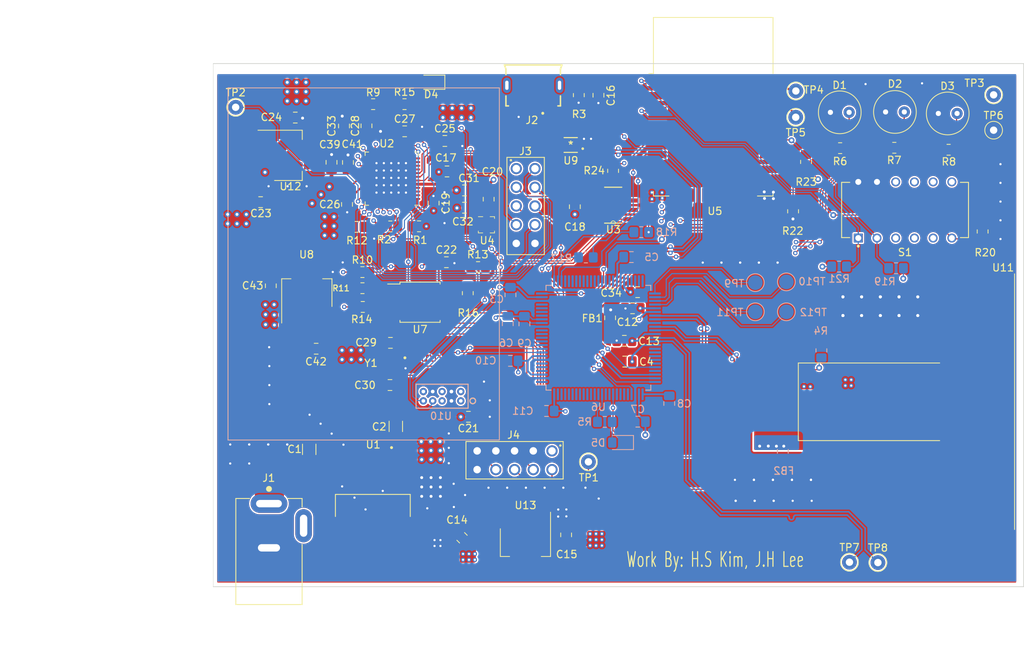
<source format=kicad_pcb>
(kicad_pcb (version 20171130) (host pcbnew "(5.1.9)-1")
  (layers (0 Top signal) (1 Gnd power) (2 Power power) (31 Bottom signal) (34 B.Paste user hide) (35 F.Paste user hide) (36 B.SilkS user) (37 F.SilkS user) (38 B.Mask user) (39 F.Mask user hide) (44 Edge.Cuts user))
  (net 0 "")
  (net 1 GND)
  (net 2 +3V3)
  (net 3 "Net-(J1-Pad3)")
  (net 4 /SCL)
  (net 5 /SDA)
  (net 6 "Net-(U6-Pad99)")
  (net 7 "Net-(U6-Pad98)")
  (net 8 "Net-(U6-Pad97)")
  (net 9 "Net-(U6-Pad96)")
  (net 10 "Net-(U6-Pad95)")
  (net 11 "Net-(U6-Pad94)")
  (net 12 "Net-(U6-Pad93)")
  (net 13 "Net-(U6-Pad92)")
  (net 14 "Net-(U6-Pad91)")
  (net 15 "Net-(U6-Pad90)")
  (net 16 "Net-(U6-Pad89)")
  (net 17 "Net-(U6-Pad88)")
  (net 18 "Net-(U6-Pad86)")
  (net 19 "Net-(U6-Pad85)")
  (net 20 "Net-(U6-Pad83)")
  (net 21 "Net-(U6-Pad82)")
  (net 22 "Net-(U6-Pad81)")
  (net 23 "Net-(U6-Pad80)")
  (net 24 "Net-(U6-Pad72)")
  (net 25 "Net-(U6-Pad70)")
  (net 26 "Net-(U6-Pad69)")
  (net 27 "Net-(U6-Pad68)")
  (net 28 "Net-(U6-Pad67)")
  (net 29 "Net-(U6-Pad66)")
  (net 30 "Net-(U6-Pad50)")
  (net 31 "Net-(U6-Pad49)")
  (net 32 "Net-(U6-Pad48)")
  (net 33 "Net-(U6-Pad47)")
  (net 34 "Net-(U6-Pad46)")
  (net 35 "Net-(U6-Pad42)")
  (net 36 "Net-(U6-Pad41)")
  (net 37 "Net-(U6-Pad40)")
  (net 38 "Net-(U6-Pad39)")
  (net 39 "Net-(U6-Pad38)")
  (net 40 "Net-(U6-Pad37)")
  (net 41 "Net-(U6-Pad36)")
  (net 42 "Net-(U6-Pad35)")
  (net 43 "Net-(U6-Pad34)")
  (net 44 "Net-(U6-Pad33)")
  (net 45 "Net-(U6-Pad32)")
  (net 46 "Net-(U6-Pad31)")
  (net 47 "Net-(U6-Pad30)")
  (net 48 "Net-(U6-Pad29)")
  (net 49 "Net-(U6-Pad22)")
  (net 50 "Net-(U6-Pad21)")
  (net 51 "Net-(U6-Pad20)")
  (net 52 "Net-(U6-Pad19)")
  (net 53 "Net-(U6-Pad15)")
  (net 54 "Net-(U6-Pad14)")
  (net 55 "Net-(U6-Pad13)")
  (net 56 "Net-(U6-Pad12)")
  (net 57 "Net-(U6-Pad11)")
  (net 58 "Net-(U6-Pad6)")
  (net 59 "Net-(U6-Pad5)")
  (net 60 "Net-(U6-Pad4)")
  (net 61 /STM32F469VET/VCAP_1)
  (net 62 /STM32F469VET/VCAP_2)
  (net 63 /STM32F469VET/VCAPDSI)
  (net 64 "Net-(C16-Pad1)")
  (net 65 "Net-(J2-Pad4)")
  (net 66 /STM32F469VET/DSI_D1N)
  (net 67 /STM32F469VET/DSI_D1P)
  (net 68 /STM32F469VET/USB_OTG_FS_DP)
  (net 69 /STM32F469VET/USB_OTG_FS_VBUS)
  (net 70 +1V2)
  (net 71 "Net-(D1-Pad2)")
  (net 72 "Net-(D2-Pad2)")
  (net 73 "Net-(D3-Pad2)")
  (net 74 /STM32F469VET/USB_OTG_FS_DN)
  (net 75 /ICE40UP/LED_RED)
  (net 76 /ICE40UP/LED_GREEN)
  (net 77 /ICE40UP/LED_BLUE)
  (net 78 /ICE40UP/SF_SPI_DI)
  (net 79 /ICE40UP/SF_SPI_SS)
  (net 80 /ICE40UP/SF_SPI_SCK)
  (net 81 /ICE40UP/SF_SPI_DO)
  (net 82 /ICE40UP/CDONE)
  (net 83 /ICE40UP/SST_HOLD)
  (net 84 /ICE40UP/SST_WP)
  (net 85 "Net-(U9-Pad4)")
  (net 86 /STM32F469VET/USB_DP)
  (net 87 /STM32F469VET/USB_DN)
  (net 88 "Net-(S1-Pad9)")
  (net 89 "Net-(S1-Pad8)")
  (net 90 /WIFI/EN)
  (net 91 "Net-(S1-Pad5)")
  (net 92 "Net-(S1-Pad4)")
  (net 93 /WIFI/PROG_N)
  (net 94 /WIFI/RST_N)
  (net 95 /WIFI/UART_TXD)
  (net 96 /WIFI/UART_RXD)
  (net 97 "Net-(U5-Pad20)")
  (net 98 "Net-(U5-Pad19)")
  (net 99 "Net-(R23-Pad2)")
  (net 100 /WIFI/HSPI_CS)
  (net 101 "Net-(U5-Pad12)")
  (net 102 "Net-(U5-Pad11)")
  (net 103 /WIFI/HSPI_MOSI)
  (net 104 /WIFI/HSPI_MISO)
  (net 105 /WIFI/HSPI_SCK)
  (net 106 "Net-(U5-Pad4)")
  (net 107 "Net-(U5-Pad2)")
  (net 108 /STM32F469VET/SPI_MOSI)
  (net 109 /STM32F469VET/SPI_MISO)
  (net 110 /temp_alert)
  (net 111 "Net-(U2-Pad43)")
  (net 112 "Net-(U2-Pad34)")
  (net 113 "Net-(U2-Pad32)")
  (net 114 "Net-(U2-Pad31)")
  (net 115 "Net-(U2-Pad28)")
  (net 116 /ICE40UP/spi_miso)
  (net 117 /ICE40UP/spi_sck)
  (net 118 /ICE40UP/spi_cs)
  (net 119 /ICE40UP/spi_mosi)
  (net 120 "Net-(U2-Pad21)")
  (net 121 "Net-(U2-Pad20)")
  (net 122 "Net-(U2-Pad19)")
  (net 123 "Net-(U2-Pad18)")
  (net 124 "Net-(U2-Pad13)")
  (net 125 "Net-(U2-Pad12)")
  (net 126 "Net-(U2-Pad11)")
  (net 127 "Net-(U2-Pad10)")
  (net 128 "Net-(U2-Pad9)")
  (net 129 "Net-(U2-Pad48)")
  (net 130 "Net-(U2-Pad45)")
  (net 131 "Net-(U2-Pad44)")
  (net 132 "Net-(U2-Pad4)")
  (net 133 "Net-(U2-Pad3)")
  (net 134 "Net-(U2-Pad2)")
  (net 135 /ice_tck)
  (net 136 /ice_tdo)
  (net 137 /ice_crst_b)
  (net 138 /swclk)
  (net 139 "Net-(U11-Pad1)")
  (net 140 "Net-(U11-Pad3)")
  (net 141 "Net-(U11-Pad5)")
  (net 142 "Net-(U11-Pad11)")
  (net 143 "Net-(U11-Pad12)")
  (net 144 /DSI_D0P)
  (net 145 /DSI_D0N)
  (net 146 /ice_tdi)
  (net 147 +5V)
  (net 148 +2V5)
  (net 149 "Net-(R13-Pad1)")
  (net 150 "Net-(R12-Pad1)")
  (net 151 +12V)
  (net 152 GND1)
  (net 153 "Net-(R4-Pad1)")
  (net 154 /lcd_reset)
  (net 155 "Net-(TP1-Pad1)")
  (net 156 GND2)
  (net 157 /RCC_OSC_IN)
  (net 158 /DSI_CLN)
  (net 159 /DSI_CLP)
  (net 160 /RCC_OSC_OUT)
  (net 161 "Net-(R15-Pad2)")
  (net 162 /ICE40UP/ICE_CLK)
  (net 163 "Net-(U6-Pad1)")
  (net 164 /ice_tms)
  (net 165 "Net-(S1-Pad10)")
  (net 166 "Net-(S1-Pad3)")
  (net 167 /swdio)
  (net 168 "Net-(U10-Pad6)")
  (net 169 "Net-(U10-Pad5)")
  (net 170 "Net-(U10-Pad10)")
  (net 171 "Net-(D5-Pad2)")
  (net 172 "Net-(R5-Pad2)")
  (net 173 "Net-(TP9-Pad1)")
  (net 174 "Net-(TP10-Pad1)")
  (net 175 "Net-(TP11-Pad1)")
  (net 176 "Net-(TP12-Pad1)")
  (module TestPoint:TestPoint_THTPad_D2.0mm_Drill1.0mm (layer Top) (at 188.8998 137.414)
    (fp_text reference TP8 (at 0 -1.998) (layer F.SilkS))
    (fp_text value TestPoint)
    (pad 1 thru_hole circle (at 0 0) (size 2 2) (drill 1) (layers *.Cu *.Mask) (net 67 /STM32F469VET/DSI_D1P))
  )
  (module TestPoint:TestPoint_THTPad_D2.0mm_Drill1.0mm (layer Top) (at 185.039 137.3632)
    (fp_text reference TP7 (at 0 -1.998) (layer F.SilkS))
    (fp_text value TestPoint)
    (pad 1 thru_hole circle (at 0 0) (size 2 2) (drill 1) (layers *.Cu *.Mask) (net 66 /STM32F469VET/DSI_D1N))
  )
  (module Capacitor_SMD:C_0805_2012Metric_Pad1.18x1.45mm_HandSolder (layer Top) (at 156.2862 100.711)
    (fp_text reference C34 (at -3.5814 0.1016) (layer F.SilkS))
    (fp_text value 100nF)
    (pad 2 smd roundrect (at 1.0375 0) (size 1.175 1.45) (layers Top F.Paste F.Mask) (roundrect_rratio 0.2127659574468085) (net 1 GND))
    (pad 1 smd roundrect (at -1.0375 0) (size 1.175 1.45) (layers Top F.Paste F.Mask) (roundrect_rratio 0.2127659574468085) (net 2 +3V3))
  )
  (module Capacitor_SMD:C_0805_2012Metric_Pad1.18x1.45mm_HandSolder (layer Bottom) (at 140.9192 105.0251 270)
    (fp_text reference C9 (at 2.6328 -0.01016 180) (layer B.SilkS) (effects (justify mirror)))
    (fp_text value 100nF)
    (pad 2 smd roundrect (at 1.0375 0 270) (size 1.175 1.45) (layers Bottom B.Paste B.Mask) (roundrect_rratio 0.2127659574468085) (net 1 GND))
    (pad 1 smd roundrect (at -1.0375 0 270) (size 1.175 1.45) (layers Bottom B.Paste B.Mask) (roundrect_rratio 0.2127659574468085) (net 2 +3V3))
  )
  (module Air_Pollution_Sensor:PM2008 (layer Bottom) (at 137.5194 72.9742 90)
    (fp_text reference U10 (at -44.5516 -7.9286 180) (layer B.SilkS) (effects (justify mirror)))
    (fp_text value PM2008)
    (pad 4 thru_hole circle (at -41.2242 -6.5062) (size 1 1) (drill 0.5) (layers *.Cu *.Mask) (net 1 GND))
    (pad 1 thru_hole circle (at -42.4942 -5.2362) (size 1 1) (drill 0.5) (layers *.Cu *.Mask) (net 147 +5V))
    (pad 2 thru_hole circle (at -41.2242 -5.2362) (size 1 1) (drill 0.5) (layers *.Cu *.Mask) (net 147 +5V))
    (pad 6 thru_hole circle (at -41.2242 -7.7762) (size 1 1) (drill 0.5) (layers *.Cu *.Mask) (net 168 "Net-(U10-Pad6)"))
    (pad 7 thru_hole circle (at -42.4942 -9.0462) (size 1 1) (drill 0.5) (layers *.Cu *.Mask) (net 5 /SDA))
    (pad 5 thru_hole circle (at -42.4942 -7.7762) (size 1 1) (drill 0.5) (layers *.Cu *.Mask) (net 169 "Net-(U10-Pad5)"))
    (pad 8 thru_hole circle (at -41.2242 -9.0462) (size 1 1) (drill 0.5) (layers *.Cu *.Mask) (net 1 GND))
    (pad 9 thru_hole circle (at -42.4942 -10.3162) (size 1 1) (drill 0.5) (layers *.Cu *.Mask) (net 4 /SCL))
    (pad 3 thru_hole circle (at -42.4942 -6.5062) (size 1 1) (drill 0.5) (layers *.Cu *.Mask) (net 1 GND))
    (pad 10 thru_hole circle (at -41.2242 -10.3162) (size 1 1) (drill 0.5) (layers *.Cu *.Mask) (net 170 "Net-(U10-Pad10)"))
  )
  (module Capacitor_SMD:C_0805_2012Metric_Pad1.18x1.45mm_HandSolder (layer Top) (at 133.3207 117.6274)
    (fp_text reference C21 (at 0 1.5748) (layer F.SilkS))
    (fp_text value 0.1uF)
    (pad 2 smd roundrect (at 1.0375 0) (size 1.175 1.45) (layers Top F.Paste F.Mask) (roundrect_rratio 0.2127659574468085) (net 1 GND))
    (pad 1 smd roundrect (at -1.0375 0) (size 1.175 1.45) (layers Top F.Paste F.Mask) (roundrect_rratio 0.2127659574468085) (net 147 +5V))
  )
  (module TestPoint:TestPoint_Pad_D2.0mm (layer Bottom) (at 176.4792 103.378)
    (fp_text reference TP12 (at 3.6576 0.0762) (layer B.SilkS) (effects (justify mirror)))
    (fp_text value TestPoint)
    (pad 1 smd circle (at 0 0) (size 2 2) (layers Bottom B.Mask) (net 176 "Net-(TP12-Pad1)"))
  )
  (module TestPoint:TestPoint_Pad_D2.0mm (layer Bottom) (at 172.2628 103.378)
    (fp_text reference TP11 (at -3.4544 0.0762) (layer B.SilkS) (effects (justify mirror)))
    (fp_text value TestPoint)
    (pad 1 smd circle (at 0 0) (size 2 2) (layers Bottom B.Mask) (net 175 "Net-(TP11-Pad1)"))
  )
  (module TestPoint:TestPoint_Pad_D2.0mm (layer Bottom) (at 176.4792 99.314)
    (fp_text reference TP10 (at 3.4798 -0.0508) (layer B.SilkS) (effects (justify mirror)))
    (fp_text value TestPoint)
    (pad 1 smd circle (at 0 0) (size 2 2) (layers Bottom B.Mask) (net 174 "Net-(TP10-Pad1)"))
  )
  (module TestPoint:TestPoint_Pad_D2.0mm (layer Bottom) (at 172.2628 99.4156)
    (fp_text reference TP9 (at -2.8702 0.127) (layer B.SilkS) (effects (justify mirror)))
    (fp_text value TestPoint)
    (pad 1 smd circle (at 0 0) (size 2 2) (layers Bottom B.Mask) (net 173 "Net-(TP9-Pad1)"))
  )
  (module Air_Pollution_Sensor:ECMF02-2AMX6 (layer Top) (at 147.2057 80.7339 180)
    (fp_text reference U9 (at -0.0127 -2.1209 180) (layer F.SilkS))
    (fp_text value ECMF02-2AMX6)
    (fp_text user * (at 0 0 180) (layer F.SilkS))
    (pad 1 smd rect (at -0.6731 -0.499999 180) (size 0.8128 0.254) (layers Top F.Paste F.Mask) (net 68 /STM32F469VET/USB_OTG_FS_DP))
    (pad 2 smd rect (at -0.6731 0 180) (size 0.8128 0.254) (layers Top F.Paste F.Mask) (net 74 /STM32F469VET/USB_OTG_FS_DN))
    (pad 3 smd rect (at -0.6731 0.499999 180) (size 0.8128 0.254) (layers Top F.Paste F.Mask) (net 1 GND))
    (pad 4 smd rect (at 0.6731 0.499999 180) (size 0.8128 0.254) (layers Top F.Paste F.Mask) (net 85 "Net-(U9-Pad4)"))
    (pad 5 smd rect (at 0.6731 0 180) (size 0.8128 0.254) (layers Top F.Paste F.Mask) (net 87 /STM32F469VET/USB_DN))
    (pad 6 smd rect (at 0.6731 -0.499999 180) (size 0.8128 0.254) (layers Top F.Paste F.Mask) (net 86 /STM32F469VET/USB_DP))
  )
  (module Capacitor_SMD:C_0805_2012Metric_Pad1.18x1.45mm_HandSolder (layer Top) (at 132.7746 89.25052)
    (fp_text reference C32 (at -0.212 1.88468) (layer F.SilkS))
    (fp_text value 1uF)
    (pad 2 smd roundrect (at 1.0375 0) (size 1.175 1.45) (layers Top F.Paste F.Mask) (roundrect_rratio 0.2127659574468085) (net 1 GND))
    (pad 1 smd roundrect (at -1.0375 0) (size 1.175 1.45) (layers Top F.Paste F.Mask) (roundrect_rratio 0.2127659574468085) (net 70 +1V2))
  )
  (module Capacitor_SMD:C_0805_2012Metric_Pad1.18x1.45mm_HandSolder (layer Top) (at 132.776799 86.895941)
    (fp_text reference C31 (at 0.624001 -1.653541) (layer F.SilkS))
    (fp_text value 10nF)
    (pad 2 smd roundrect (at 1.0375 0) (size 1.175 1.45) (layers Top F.Paste F.Mask) (roundrect_rratio 0.2127659574468085) (net 1 GND))
    (pad 1 smd roundrect (at -1.0375 0) (size 1.175 1.45) (layers Top F.Paste F.Mask) (roundrect_rratio 0.2127659574468085) (net 70 +1V2))
  )
  (module Resistor_SMD:R_0805_2012Metric_Pad1.20x1.40mm_HandSolder (layer Bottom) (at 151.83358 118.32082 180)
    (fp_text reference R5 (at 2.73558 0.00762) (layer B.SilkS) (effects (justify mirror)))
    (fp_text value 1k)
    (pad 2 smd roundrect (at 1 0 180) (size 1.2 1.4) (layers Bottom B.Paste B.Mask) (roundrect_rratio 0.2083325) (net 172 "Net-(R5-Pad2)"))
    (pad 1 smd roundrect (at -1 0 180) (size 1.2 1.4) (layers Bottom B.Paste B.Mask) (roundrect_rratio 0.2083325) (net 171 "Net-(D5-Pad2)"))
  )
  (module LED_SMD:LED_0805_2012Metric_Pad1.15x1.40mm_HandSolder (layer Bottom) (at 153.86188 121.1199 180)
    (fp_text reference D5 (at 2.93508 -0.0381) (layer B.SilkS) (effects (justify mirror)))
    (fp_text value LED)
    (pad 2 smd roundrect (at 1.025 0 180) (size 1.15 1.4) (layers Bottom B.Paste B.Mask) (roundrect_rratio 0.2173904347826087) (net 171 "Net-(D5-Pad2)"))
    (pad 1 smd roundrect (at -1.025 0 180) (size 1.15 1.4) (layers Bottom B.Paste B.Mask) (roundrect_rratio 0.2173904347826087) (net 1 GND))
  )
  (module TestPoint:TestPoint_THTPad_D2.0mm_Drill1.0mm (layer Top) (at 204.60716 78.72476)
    (fp_text reference TP6 (at 0 -1.998) (layer F.SilkS))
    (fp_text value TestPoint)
    (pad 1 thru_hole circle (at 0 0) (size 2 2) (drill 1) (layers *.Cu *.Mask) (net 1 GND))
  )
  (module TestPoint:TestPoint_THTPad_D2.0mm_Drill1.0mm (layer Top) (at 177.74412 76.96962)
    (fp_text reference TP5 (at 0.00508 2.07518) (layer F.SilkS))
    (fp_text value TestPoint)
    (pad 1 thru_hole circle (at 0 0) (size 2 2) (drill 1) (layers *.Cu *.Mask) (net 96 /WIFI/UART_RXD))
  )
  (module TestPoint:TestPoint_THTPad_D2.0mm_Drill1.0mm (layer Top) (at 177.76444 73.40092)
    (fp_text reference TP4 (at 2.42316 -0.14732) (layer F.SilkS))
    (fp_text value TestPoint)
    (pad 1 thru_hole circle (at 0 0) (size 2 2) (drill 1) (layers *.Cu *.Mask) (net 95 /WIFI/UART_TXD))
  )
  (module TestPoint:TestPoint_THTPad_D2.0mm_Drill1.0mm (layer Top) (at 204.60716 73.92924)
    (fp_text reference TP3 (at -2.60096 -1.59004) (layer F.SilkS))
    (fp_text value TestPoint)
    (pad 1 thru_hole circle (at 0 0) (size 2 2) (drill 1) (layers *.Cu *.Mask) (net 2 +3V3))
  )
  (module TestPoint:TestPoint_THTPad_D2.0mm_Drill1.0mm (layer Top) (at 101.727 75.6158)
    (fp_text reference TP2 (at 0 -1.998) (layer F.SilkS))
    (fp_text value TestPoint)
    (pad 1 thru_hole circle (at 0 0) (size 2 2) (drill 1) (layers *.Cu *.Mask) (net 162 /ICE40UP/ICE_CLK))
  )
  (module TestPoint:TestPoint_THTPad_D2.0mm_Drill1.0mm (layer Top) (at 149.60854 123.73864)
    (fp_text reference TP1 (at 0.04826 2.14376) (layer F.SilkS))
    (fp_text value TestPoint)
    (pad 1 thru_hole circle (at 0 0) (size 2 2) (drill 1) (layers *.Cu *.Mask) (net 155 "Net-(TP1-Pad1)"))
  )
  (module LED_SMD:LED_0805_2012Metric_Pad1.15x1.40mm_HandSolder (layer Top) (at 128.2573 72.21474 180)
    (fp_text reference D4 (at 0 -1.65) (layer F.SilkS))
    (fp_text value LED)
    (pad 2 smd roundrect (at 1.025 0 180) (size 1.15 1.4) (layers Top F.Paste F.Mask) (roundrect_rratio 0.2173904347826087) (net 82 /ICE40UP/CDONE))
    (pad 1 smd roundrect (at -1.025 0 180) (size 1.15 1.4) (layers Top F.Paste F.Mask) (roundrect_rratio 0.2173904347826087) (net 1 GND))
  )
  (module Package_TO_SOT_SMD:SOT-223-3_TabPin2 (layer Top) (at 111.38408 100.80244 90)
    (fp_text reference U8 (at 5.19684 -0.03048 180) (layer F.SilkS))
    (fp_text value LD1117S12TR_SOT223)
    (pad 1 smd rect (at -3.15 -2.3 90) (size 2 1.5) (layers Top F.Paste F.Mask) (net 1 GND))
    (pad 3 smd rect (at -3.15 2.3 90) (size 2 1.5) (layers Top F.Paste F.Mask) (net 2 +3V3))
    (pad 2 smd rect (at -3.15 0 90) (size 2 1.5) (layers Top F.Paste F.Mask) (net 70 +1V2))
    (pad 2 smd rect (at 3.15 0 90) (size 2 3.8) (layers Top F.Paste F.Mask) (net 70 +1V2))
  )
  (module Air_Pollution_Sensor:61301021821 (layer Top) (at 139.58316 123.52528 180)
    (fp_text reference J4 (at 0.13716 3.43408) (layer F.SilkS))
    (fp_text value 61301021821)
    (pad 10 thru_hole circle (at 5.08 -1.27 180) (size 1.53 1.53) (drill 1.02) (layers *.Cu *.Mask) (net 1 GND))
    (pad 9 thru_hole circle (at 5.08 1.27 180) (size 1.53 1.53) (drill 1.02) (layers *.Cu *.Mask) (net 1 GND))
    (pad 8 thru_hole circle (at 2.54 -1.27 180) (size 1.53 1.53) (drill 1.02) (layers *.Cu *.Mask) (net 81 /ICE40UP/SF_SPI_DO))
    (pad 7 thru_hole circle (at 2.54 1.27 180) (size 1.53 1.53) (drill 1.02) (layers *.Cu *.Mask) (net 1 GND))
    (pad 6 thru_hole circle (at 0 -1.27 180) (size 1.53 1.53) (drill 1.02) (layers *.Cu *.Mask) (net 78 /ICE40UP/SF_SPI_DI))
    (pad 5 thru_hole circle (at 0 1.27 180) (size 1.53 1.53) (drill 1.02) (layers *.Cu *.Mask) (net 1 GND))
    (pad 3 thru_hole circle (at -2.54 1.27 180) (size 1.53 1.53) (drill 1.02) (layers *.Cu *.Mask) (net 1 GND))
    (pad 1 thru_hole circle (at -5.08 1.27 180) (size 1.53 1.53) (drill 1.02) (layers *.Cu *.Mask) (net 2 +3V3))
    (pad 4 thru_hole circle (at -2.54 -1.27 180) (size 1.53 1.53) (drill 1.02) (layers *.Cu *.Mask) (net 80 /ICE40UP/SF_SPI_SCK))
    (pad 2 thru_hole circle (at -5.08 -1.27 180) (size 1.53 1.53) (drill 1.02) (layers *.Cu *.Mask) (net 79 /ICE40UP/SF_SPI_SS))
  )
  (module Air_Pollution_Sensor:61301021821 (layer Top) (at 141.0843 89.0143 270)
    (fp_text reference J3 (at -7.4295 0.0127 180) (layer F.SilkS))
    (fp_text value 61301021821)
    (pad 10 thru_hole circle (at 5.08 -1.27 270) (size 1.53 1.53) (drill 1.02) (layers *.Cu *.Mask) (net 1 GND))
    (pad 9 thru_hole circle (at 5.08 1.27 270) (size 1.53 1.53) (drill 1.02) (layers *.Cu *.Mask) (net 1 GND))
    (pad 8 thru_hole circle (at 2.54 -1.27 270) (size 1.53 1.53) (drill 1.02) (layers *.Cu *.Mask) (net 164 /ice_tms))
    (pad 7 thru_hole circle (at 2.54 1.27 270) (size 1.53 1.53) (drill 1.02) (layers *.Cu *.Mask) (net 137 /ice_crst_b))
    (pad 6 thru_hole circle (at 0 -1.27 270) (size 1.53 1.53) (drill 1.02) (layers *.Cu *.Mask) (net 146 /ice_tdi))
    (pad 5 thru_hole circle (at 0 1.27 270) (size 1.53 1.53) (drill 1.02) (layers *.Cu *.Mask) (net 138 /swclk))
    (pad 3 thru_hole circle (at -2.54 1.27 270) (size 1.53 1.53) (drill 1.02) (layers *.Cu *.Mask) (net 167 /swdio))
    (pad 1 thru_hole circle (at -5.08 1.27 270) (size 1.53 1.53) (drill 1.02) (layers *.Cu *.Mask) (net 2 +3V3))
    (pad 4 thru_hole circle (at -2.54 -1.27 270) (size 1.53 1.53) (drill 1.02) (layers *.Cu *.Mask) (net 136 /ice_tdo))
    (pad 2 thru_hole circle (at -5.08 -1.27 270) (size 1.53 1.53) (drill 1.02) (layers *.Cu *.Mask) (net 135 /ice_tck))
  )
  (module Package_QFP:LQFP-100_14x14mm_P0.5mm (layer Bottom) (at 150.96236 106.8959)
    (fp_text reference U6 (at 0 9.42) (layer B.SilkS) (effects (justify mirror)))
    (fp_text value STM32F469VETx)
    (pad 100 smd roundrect (at -6 7.675) (size 0.3 1.6) (layers Bottom B.Paste B.Mask) (net 2 +3V3))
    (pad 99 smd roundrect (at -5.5 7.675) (size 0.3 1.6) (layers Bottom B.Paste B.Mask) (net 6 "Net-(U6-Pad99)"))
    (pad 98 smd roundrect (at -5 7.675) (size 0.3 1.6) (layers Bottom B.Paste B.Mask) (net 7 "Net-(U6-Pad98)"))
    (pad 97 smd roundrect (at -4.5 7.675) (size 0.3 1.6) (layers Bottom B.Paste B.Mask) (net 8 "Net-(U6-Pad97)"))
    (pad 96 smd roundrect (at -4 7.675) (size 0.3 1.6) (layers Bottom B.Paste B.Mask) (net 9 "Net-(U6-Pad96)"))
    (pad 95 smd roundrect (at -3.5 7.675) (size 0.3 1.6) (layers Bottom B.Paste B.Mask) (net 10 "Net-(U6-Pad95)"))
    (pad 94 smd roundrect (at -3 7.675) (size 0.3 1.6) (layers Bottom B.Paste B.Mask) (net 11 "Net-(U6-Pad94)"))
    (pad 93 smd roundrect (at -2.5 7.675) (size 0.3 1.6) (layers Bottom B.Paste B.Mask) (net 12 "Net-(U6-Pad93)"))
    (pad 92 smd roundrect (at -2 7.675) (size 0.3 1.6) (layers Bottom B.Paste B.Mask) (net 13 "Net-(U6-Pad92)"))
    (pad 91 smd roundrect (at -1.5 7.675) (size 0.3 1.6) (layers Bottom B.Paste B.Mask) (net 14 "Net-(U6-Pad91)"))
    (pad 90 smd roundrect (at -1 7.675) (size 0.3 1.6) (layers Bottom B.Paste B.Mask) (net 15 "Net-(U6-Pad90)"))
    (pad 89 smd roundrect (at -0.5 7.675) (size 0.3 1.6) (layers Bottom B.Paste B.Mask) (net 16 "Net-(U6-Pad89)"))
    (pad 88 smd roundrect (at 0 7.675) (size 0.3 1.6) (layers Bottom B.Paste B.Mask) (net 17 "Net-(U6-Pad88)"))
    (pad 87 smd roundrect (at 0.5 7.675) (size 0.3 1.6) (layers Bottom B.Paste B.Mask) (net 172 "Net-(R5-Pad2)"))
    (pad 86 smd roundrect (at 1 7.675) (size 0.3 1.6) (layers Bottom B.Paste B.Mask) (net 18 "Net-(U6-Pad86)"))
    (pad 85 smd roundrect (at 1.5 7.675) (size 0.3 1.6) (layers Bottom B.Paste B.Mask) (net 19 "Net-(U6-Pad85)"))
    (pad 84 smd roundrect (at 2 7.675) (size 0.3 1.6) (layers Bottom B.Paste B.Mask) (net 154 /lcd_reset))
    (pad 83 smd roundrect (at 2.5 7.675) (size 0.3 1.6) (layers Bottom B.Paste B.Mask) (net 20 "Net-(U6-Pad83)"))
    (pad 82 smd roundrect (at 3 7.675) (size 0.3 1.6) (layers Bottom B.Paste B.Mask) (net 21 "Net-(U6-Pad82)"))
    (pad 81 smd roundrect (at 3.5 7.675) (size 0.3 1.6) (layers Bottom B.Paste B.Mask) (net 22 "Net-(U6-Pad81)"))
    (pad 80 smd roundrect (at 4 7.675) (size 0.3 1.6) (layers Bottom B.Paste B.Mask) (net 23 "Net-(U6-Pad80)"))
    (pad 79 smd roundrect (at 4.5 7.675) (size 0.3 1.6) (layers Bottom B.Paste B.Mask) (net 138 /swclk))
    (pad 78 smd roundrect (at 5 7.675) (size 0.3 1.6) (layers Bottom B.Paste B.Mask) (net 1 GND))
    (pad 77 smd roundrect (at 5.5 7.675) (size 0.3 1.6) (layers Bottom B.Paste B.Mask) (net 2 +3V3))
    (pad 76 smd roundrect (at 6 7.675) (size 0.3 1.6) (layers Bottom B.Paste B.Mask) (net 62 /STM32F469VET/VCAP_2))
    (pad 75 smd roundrect (at 7.675 6) (size 1.6 0.3) (layers Bottom B.Paste B.Mask) (net 167 /swdio))
    (pad 74 smd roundrect (at 7.675 5.5) (size 1.6 0.3) (layers Bottom B.Paste B.Mask) (net 68 /STM32F469VET/USB_OTG_FS_DP))
    (pad 73 smd roundrect (at 7.675 5) (size 1.6 0.3) (layers Bottom B.Paste B.Mask) (net 74 /STM32F469VET/USB_OTG_FS_DN))
    (pad 72 smd roundrect (at 7.675 4.5) (size 1.6 0.3) (layers Bottom B.Paste B.Mask) (net 24 "Net-(U6-Pad72)"))
    (pad 71 smd roundrect (at 7.675 4) (size 1.6 0.3) (layers Bottom B.Paste B.Mask) (net 69 /STM32F469VET/USB_OTG_FS_VBUS))
    (pad 70 smd roundrect (at 7.675 3.5) (size 1.6 0.3) (layers Bottom B.Paste B.Mask) (net 25 "Net-(U6-Pad70)"))
    (pad 69 smd roundrect (at 7.675 3) (size 1.6 0.3) (layers Bottom B.Paste B.Mask) (net 26 "Net-(U6-Pad69)"))
    (pad 68 smd roundrect (at 7.675 2.5) (size 1.6 0.3) (layers Bottom B.Paste B.Mask) (net 27 "Net-(U6-Pad68)"))
    (pad 67 smd roundrect (at 7.675 2) (size 1.6 0.3) (layers Bottom B.Paste B.Mask) (net 28 "Net-(U6-Pad67)"))
    (pad 66 smd roundrect (at 7.675 1.5) (size 1.6 0.3) (layers Bottom B.Paste B.Mask) (net 29 "Net-(U6-Pad66)"))
    (pad 65 smd roundrect (at 7.675 1) (size 1.6 0.3) (layers Bottom B.Paste B.Mask) (net 2 +3V3))
    (pad 64 smd roundrect (at 7.675 0.5) (size 1.6 0.3) (layers Bottom B.Paste B.Mask) (net 66 /STM32F469VET/DSI_D1N))
    (pad 63 smd roundrect (at 7.675 0) (size 1.6 0.3) (layers Bottom B.Paste B.Mask) (net 67 /STM32F469VET/DSI_D1P))
    (pad 62 smd roundrect (at 7.675 -0.5) (size 1.6 0.3) (layers Bottom B.Paste B.Mask) (net 63 /STM32F469VET/VCAPDSI))
    (pad 61 smd roundrect (at 7.675 -1) (size 1.6 0.3) (layers Bottom B.Paste B.Mask) (net 158 /DSI_CLN))
    (pad 60 smd roundrect (at 7.675 -1.5) (size 1.6 0.3) (layers Bottom B.Paste B.Mask) (net 159 /DSI_CLP))
    (pad 59 smd roundrect (at 7.675 -2) (size 1.6 0.3) (layers Bottom B.Paste B.Mask) (net 152 GND1))
    (pad 58 smd roundrect (at 7.675 -2.5) (size 1.6 0.3) (layers Bottom B.Paste B.Mask) (net 145 /DSI_D0N))
    (pad 57 smd roundrect (at 7.675 -3) (size 1.6 0.3) (layers Bottom B.Paste B.Mask) (net 144 /DSI_D0P))
    (pad 56 smd roundrect (at 7.675 -3.5) (size 1.6 0.3) (layers Bottom B.Paste B.Mask) (net 63 /STM32F469VET/VCAPDSI))
    (pad 55 smd roundrect (at 7.675 -4) (size 1.6 0.3) (layers Bottom B.Paste B.Mask) (net 2 +3V3))
    (pad 54 smd roundrect (at 7.675 -4.5) (size 1.6 0.3) (layers Bottom B.Paste B.Mask) (net 176 "Net-(TP12-Pad1)"))
    (pad 53 smd roundrect (at 7.675 -5) (size 1.6 0.3) (layers Bottom B.Paste B.Mask) (net 175 "Net-(TP11-Pad1)"))
    (pad 52 smd roundrect (at 7.675 -5.5) (size 1.6 0.3) (layers Bottom B.Paste B.Mask) (net 174 "Net-(TP10-Pad1)"))
    (pad 51 smd roundrect (at 7.675 -6) (size 1.6 0.3) (layers Bottom B.Paste B.Mask) (net 173 "Net-(TP9-Pad1)"))
    (pad 50 smd roundrect (at 6 -7.675) (size 0.3 1.6) (layers Bottom B.Paste B.Mask) (net 30 "Net-(U6-Pad50)"))
    (pad 49 smd roundrect (at 5.5 -7.675) (size 0.3 1.6) (layers Bottom B.Paste B.Mask) (net 31 "Net-(U6-Pad49)"))
    (pad 48 smd roundrect (at 5 -7.675) (size 0.3 1.6) (layers Bottom B.Paste B.Mask) (net 32 "Net-(U6-Pad48)"))
    (pad 47 smd roundrect (at 4.5 -7.675) (size 0.3 1.6) (layers Bottom B.Paste B.Mask) (net 33 "Net-(U6-Pad47)"))
    (pad 46 smd roundrect (at 4 -7.675) (size 0.3 1.6) (layers Bottom B.Paste B.Mask) (net 34 "Net-(U6-Pad46)"))
    (pad 45 smd roundrect (at 3.5 -7.675) (size 0.3 1.6) (layers Bottom B.Paste B.Mask) (net 2 +3V3))
    (pad 44 smd roundrect (at 3 -7.675) (size 0.3 1.6) (layers Bottom B.Paste B.Mask) (net 1 GND))
    (pad 43 smd roundrect (at 2.5 -7.675) (size 0.3 1.6) (layers Bottom B.Paste B.Mask) (net 61 /STM32F469VET/VCAP_1))
    (pad 42 smd roundrect (at 2 -7.675) (size 0.3 1.6) (layers Bottom B.Paste B.Mask) (net 35 "Net-(U6-Pad42)"))
    (pad 41 smd roundrect (at 1.5 -7.675) (size 0.3 1.6) (layers Bottom B.Paste B.Mask) (net 36 "Net-(U6-Pad41)"))
    (pad 40 smd roundrect (at 1 -7.675) (size 0.3 1.6) (layers Bottom B.Paste B.Mask) (net 37 "Net-(U6-Pad40)"))
    (pad 39 smd roundrect (at 0.5 -7.675) (size 0.3 1.6) (layers Bottom B.Paste B.Mask) (net 38 "Net-(U6-Pad39)"))
    (pad 38 smd roundrect (at 0 -7.675) (size 0.3 1.6) (layers Bottom B.Paste B.Mask) (net 39 "Net-(U6-Pad38)"))
    (pad 37 smd roundrect (at -0.5 -7.675) (size 0.3 1.6) (layers Bottom B.Paste B.Mask) (net 40 "Net-(U6-Pad37)"))
    (pad 36 smd roundrect (at -1 -7.675) (size 0.3 1.6) (layers Bottom B.Paste B.Mask) (net 41 "Net-(U6-Pad36)"))
    (pad 35 smd roundrect (at -1.5 -7.675) (size 0.3 1.6) (layers Bottom B.Paste B.Mask) (net 42 "Net-(U6-Pad35)"))
    (pad 34 smd roundrect (at -2 -7.675) (size 0.3 1.6) (layers Bottom B.Paste B.Mask) (net 43 "Net-(U6-Pad34)"))
    (pad 33 smd roundrect (at -2.5 -7.675) (size 0.3 1.6) (layers Bottom B.Paste B.Mask) (net 44 "Net-(U6-Pad33)"))
    (pad 32 smd roundrect (at -3 -7.675) (size 0.3 1.6) (layers Bottom B.Paste B.Mask) (net 45 "Net-(U6-Pad32)"))
    (pad 31 smd roundrect (at -3.5 -7.675) (size 0.3 1.6) (layers Bottom B.Paste B.Mask) (net 46 "Net-(U6-Pad31)"))
    (pad 30 smd roundrect (at -4 -7.675) (size 0.3 1.6) (layers Bottom B.Paste B.Mask) (net 47 "Net-(U6-Pad30)"))
    (pad 29 smd roundrect (at -4.5 -7.675) (size 0.3 1.6) (layers Bottom B.Paste B.Mask) (net 48 "Net-(U6-Pad29)"))
    (pad 28 smd roundrect (at -5 -7.675) (size 0.3 1.6) (layers Bottom B.Paste B.Mask) (net 108 /STM32F469VET/SPI_MOSI))
    (pad 27 smd roundrect (at -5.5 -7.675) (size 0.3 1.6) (layers Bottom B.Paste B.Mask) (net 109 /STM32F469VET/SPI_MISO))
    (pad 26 smd roundrect (at -6 -7.675) (size 0.3 1.6) (layers Bottom B.Paste B.Mask) (net 105 /WIFI/HSPI_SCK))
    (pad 25 smd roundrect (at -7.675 -6) (size 1.6 0.3) (layers Bottom B.Paste B.Mask) (net 100 /WIFI/HSPI_CS))
    (pad 24 smd roundrect (at -7.675 -5.5) (size 1.6 0.3) (layers Bottom B.Paste B.Mask) (net 2 +3V3))
    (pad 23 smd roundrect (at -7.675 -5) (size 1.6 0.3) (layers Bottom B.Paste B.Mask) (net 1 GND))
    (pad 22 smd roundrect (at -7.675 -4.5) (size 1.6 0.3) (layers Bottom B.Paste B.Mask) (net 49 "Net-(U6-Pad22)"))
    (pad 21 smd roundrect (at -7.675 -4) (size 1.6 0.3) (layers Bottom B.Paste B.Mask) (net 50 "Net-(U6-Pad21)"))
    (pad 20 smd roundrect (at -7.675 -3.5) (size 1.6 0.3) (layers Bottom B.Paste B.Mask) (net 51 "Net-(U6-Pad20)"))
    (pad 19 smd roundrect (at -7.675 -3) (size 1.6 0.3) (layers Bottom B.Paste B.Mask) (net 52 "Net-(U6-Pad19)"))
    (pad 18 smd roundrect (at -7.675 -2.5) (size 1.6 0.3) (layers Bottom B.Paste B.Mask) (net 2 +3V3))
    (pad 17 smd roundrect (at -7.675 -2) (size 1.6 0.3) (layers Bottom B.Paste B.Mask) (net 2 +3V3))
    (pad 16 smd roundrect (at -7.675 -1.5) (size 1.6 0.3) (layers Bottom B.Paste B.Mask) (net 1 GND))
    (pad 15 smd roundrect (at -7.675 -1) (size 1.6 0.3) (layers Bottom B.Paste B.Mask) (net 53 "Net-(U6-Pad15)"))
    (pad 14 smd roundrect (at -7.675 -0.5) (size 1.6 0.3) (layers Bottom B.Paste B.Mask) (net 54 "Net-(U6-Pad14)"))
    (pad 13 smd roundrect (at -7.675 0) (size 1.6 0.3) (layers Bottom B.Paste B.Mask) (net 55 "Net-(U6-Pad13)"))
    (pad 12 smd roundrect (at -7.675 0.5) (size 1.6 0.3) (layers Bottom B.Paste B.Mask) (net 56 "Net-(U6-Pad12)"))
    (pad 11 smd roundrect (at -7.675 1) (size 1.6 0.3) (layers Bottom B.Paste B.Mask) (net 57 "Net-(U6-Pad11)"))
    (pad 10 smd roundrect (at -7.675 1.5) (size 1.6 0.3) (layers Bottom B.Paste B.Mask) (net 160 /RCC_OSC_OUT))
    (pad 9 smd roundrect (at -7.675 2) (size 1.6 0.3) (layers Bottom B.Paste B.Mask) (net 157 /RCC_OSC_IN))
    (pad 8 smd roundrect (at -7.675 2.5) (size 1.6 0.3) (layers Bottom B.Paste B.Mask) (net 2 +3V3))
    (pad 7 smd roundrect (at -7.675 3) (size 1.6 0.3) (layers Bottom B.Paste B.Mask) (net 1 GND))
    (pad 6 smd roundrect (at -7.675 3.5) (size 1.6 0.3) (layers Bottom B.Paste B.Mask) (net 58 "Net-(U6-Pad6)"))
    (pad 5 smd roundrect (at -7.675 4) (size 1.6 0.3) (layers Bottom B.Paste B.Mask) (net 59 "Net-(U6-Pad5)"))
    (pad 4 smd roundrect (at -7.675 4.5) (size 1.6 0.3) (layers Bottom B.Paste B.Mask) (net 60 "Net-(U6-Pad4)"))
    (pad 3 smd roundrect (at -7.675 5) (size 1.6 0.3) (layers Bottom B.Paste B.Mask) (net 2 +3V3))
    (pad 2 smd roundrect (at -7.675 5.5) (size 1.6 0.3) (layers Bottom B.Paste B.Mask) (net 1 GND))
    (pad 1 smd roundrect (at -7.675 6) (size 1.6 0.3) (layers Bottom B.Paste B.Mask) (net 163 "Net-(U6-Pad1)"))
  )
  (module Capacitor_SMD:C_0805_2012Metric_Pad1.18x1.45mm_HandSolder (layer Bottom) (at 155.4392 95.95104)
    (fp_text reference C5 (at 2.752 0.01016) (layer B.SilkS) (effects (justify mirror)))
    (fp_text value 2.2uF)
    (pad 2 smd roundrect (at 1.0375 0) (size 1.175 1.45) (layers Bottom B.Paste B.Mask) (roundrect_rratio 0.2127659574468085) (net 1 GND))
    (pad 1 smd roundrect (at -1.0375 0) (size 1.175 1.45) (layers Bottom B.Paste B.Mask) (roundrect_rratio 0.2127659574468085) (net 61 /STM32F469VET/VCAP_1))
  )
  (module Air_Pollution_Sensor:SOIC127P600X175-8N (layer Top) (at 152.9715 88.90508 180)
    (fp_text reference U3 (at -0.0254 -3.302) (layer F.SilkS))
    (fp_text value TCN75AVOA)
    (pad 8 smd rect (at 2.3622 -1.905 180) (size 1.9812 0.5588) (layers Top F.Paste F.Mask) (net 2 +3V3))
    (pad 7 smd rect (at 2.3622 -0.635 180) (size 1.9812 0.5588) (layers Top F.Paste F.Mask) (net 1 GND))
    (pad 6 smd rect (at 2.3622 0.635 180) (size 1.9812 0.5588) (layers Top F.Paste F.Mask) (net 1 GND))
    (pad 5 smd rect (at 2.3622 1.905 180) (size 1.9812 0.5588) (layers Top F.Paste F.Mask) (net 1 GND))
    (pad 4 smd rect (at -2.3622 1.905 180) (size 1.9812 0.5588) (layers Top F.Paste F.Mask) (net 1 GND))
    (pad 3 smd rect (at -2.3622 0.635 180) (size 1.9812 0.5588) (layers Top F.Paste F.Mask) (net 110 /temp_alert))
    (pad 2 smd rect (at -2.3622 -0.635 180) (size 1.9812 0.5588) (layers Top F.Paste F.Mask) (net 4 /SCL))
    (pad 1 smd rect (at -2.3622 -1.905 180) (size 1.9812 0.5588) (layers Top F.Paste F.Mask) (net 5 /SDA))
  )
  (module Capacitor_SMD:C_0805_2012Metric_Pad1.18x1.45mm_HandSolder (layer Top) (at 136.0678 88.0911 270)
    (fp_text reference C20 (at -3.7377 -0.508 180) (layer F.SilkS))
    (fp_text value 1uF)
    (pad 2 smd roundrect (at 1.0375 0 270) (size 1.175 1.45) (layers Top F.Paste F.Mask) (roundrect_rratio 0.2127659574468085) (net 1 GND))
    (pad 1 smd roundrect (at -1.0375 0 270) (size 1.175 1.45) (layers Top F.Paste F.Mask) (roundrect_rratio 0.2127659574468085) (net 2 +3V3))
  )
  (module Package_TO_SOT_SMD:SOT-223-3_TabPin2 (layer Top) (at 108.85678 82.14106)
    (fp_text reference U12 (at 0.31242 4.21894) (layer F.SilkS))
    (fp_text value LD1117S25TR_SOT223)
    (pad 1 smd rect (at -3.15 -2.3) (size 2 1.5) (layers Top F.Paste F.Mask) (net 1 GND))
    (pad 3 smd rect (at -3.15 2.3) (size 2 1.5) (layers Top F.Paste F.Mask) (net 147 +5V))
    (pad 2 smd rect (at -3.15 0) (size 2 1.5) (layers Top F.Paste F.Mask) (net 148 +2V5))
    (pad 2 smd rect (at 3.15 0) (size 2 3.8) (layers Top F.Paste F.Mask) (net 148 +2V5))
  )
  (module Package_SO:SOIC-8_5.23x5.23mm_P1.27mm (layer Top) (at 126.75362 102.07244)
    (fp_text reference U7 (at 0 3.69316) (layer F.SilkS))
    (fp_text value W25Q32JVSS)
    (pad 8 smd roundrect (at 3.6 -1.905) (size 1.6 0.6) (layers Top F.Paste F.Mask) (net 2 +3V3))
    (pad 7 smd roundrect (at 3.6 -0.635) (size 1.6 0.6) (layers Top F.Paste F.Mask) (net 83 /ICE40UP/SST_HOLD))
    (pad 6 smd roundrect (at 3.6 0.635) (size 1.6 0.6) (layers Top F.Paste F.Mask) (net 80 /ICE40UP/SF_SPI_SCK))
    (pad 5 smd roundrect (at 3.6 1.905) (size 1.6 0.6) (layers Top F.Paste F.Mask) (net 78 /ICE40UP/SF_SPI_DI))
    (pad 4 smd roundrect (at -3.6 1.905) (size 1.6 0.6) (layers Top F.Paste F.Mask) (net 1 GND))
    (pad 3 smd roundrect (at -3.6 0.635) (size 1.6 0.6) (layers Top F.Paste F.Mask) (net 84 /ICE40UP/SST_WP))
    (pad 2 smd roundrect (at -3.6 -0.635) (size 1.6 0.6) (layers Top F.Paste F.Mask) (net 81 /ICE40UP/SF_SPI_DO))
    (pad 1 smd roundrect (at -3.6 -1.905) (size 1.6 0.6) (layers Top F.Paste F.Mask) (net 79 /ICE40UP/SF_SPI_SS))
  )
  (module Resistor_SMD:R_0805_2012Metric_Pad1.20x1.40mm_HandSolder (layer Top) (at 133.23316 100.84638 270)
    (fp_text reference R16 (at 2.68402 -0.06604 180) (layer F.SilkS))
    (fp_text value 10K)
    (pad 2 smd roundrect (at 1 0 270) (size 1.2 1.4) (layers Top F.Paste F.Mask) (roundrect_rratio 0.2083325) (net 83 /ICE40UP/SST_HOLD))
    (pad 1 smd roundrect (at -1 0 270) (size 1.2 1.4) (layers Top F.Paste F.Mask) (roundrect_rratio 0.2083325) (net 2 +3V3))
  )
  (module Resistor_SMD:R_0805_2012Metric_Pad1.20x1.40mm_HandSolder (layer Top) (at 124.6472 75.19416)
    (fp_text reference R15 (at 0 -1.65) (layer F.SilkS))
    (fp_text value 510)
    (pad 2 smd roundrect (at 1 0) (size 1.2 1.4) (layers Top F.Paste F.Mask) (roundrect_rratio 0.2083325) (net 161 "Net-(R15-Pad2)"))
    (pad 1 smd roundrect (at -1 0) (size 1.2 1.4) (layers Top F.Paste F.Mask) (roundrect_rratio 0.2083325) (net 82 /ICE40UP/CDONE))
  )
  (module Resistor_SMD:R_0805_2012Metric_Pad1.20x1.40mm_HandSolder (layer Top) (at 118.98046 102.71506)
    (fp_text reference R14 (at -0.13894 1.67894) (layer F.SilkS))
    (fp_text value 10K)
    (pad 2 smd roundrect (at 1 0) (size 1.2 1.4) (layers Top F.Paste F.Mask) (roundrect_rratio 0.2083325) (net 84 /ICE40UP/SST_WP))
    (pad 1 smd roundrect (at -1 0) (size 1.2 1.4) (layers Top F.Paste F.Mask) (roundrect_rratio 0.2083325) (net 2 +3V3))
  )
  (module Resistor_SMD:R_0805_2012Metric_Pad1.20x1.40mm_HandSolder (layer Top) (at 134.6294 97.3074 180)
    (fp_text reference R13 (at 0.0414 1.7018) (layer F.SilkS))
    (fp_text value 22)
    (pad 2 smd roundrect (at 1 0 180) (size 1.2 1.4) (layers Top F.Paste F.Mask) (roundrect_rratio 0.2083325) (net 78 /ICE40UP/SF_SPI_DI))
    (pad 1 smd roundrect (at -1 0 180) (size 1.2 1.4) (layers Top F.Paste F.Mask) (roundrect_rratio 0.2083325) (net 149 "Net-(R13-Pad1)"))
  )
  (module Resistor_SMD:R_0805_2012Metric_Pad1.20x1.40mm_HandSolder (layer Top) (at 118.1481 91.85148 180)
    (fp_text reference R12 (at -0.0381 -1.84912) (layer F.SilkS))
    (fp_text value 22)
    (pad 2 smd roundrect (at 1 0 180) (size 1.2 1.4) (layers Top F.Paste F.Mask) (roundrect_rratio 0.2083325) (net 81 /ICE40UP/SF_SPI_DO))
    (pad 1 smd roundrect (at -1 0 180) (size 1.2 1.4) (layers Top F.Paste F.Mask) (roundrect_rratio 0.2083325) (net 150 "Net-(R12-Pad1)"))
  )
  (module Resistor_SMD:R_0805_2012Metric_Pad1.20x1.40mm_HandSolder (layer Top) (at 118.93626 100.17252 180)
    (fp_text reference R11 (at 2.90906 -0.00508) (layer F.SilkS) (effects (font (size 0.8 0.8))))
    (fp_text value 1K)
    (pad 2 smd roundrect (at 1 0 180) (size 1.2 1.4) (layers Top F.Paste F.Mask) (roundrect_rratio 0.2083325) (net 1 GND))
    (pad 1 smd roundrect (at -1 0 180) (size 1.2 1.4) (layers Top F.Paste F.Mask) (roundrect_rratio 0.2083325) (net 79 /ICE40UP/SF_SPI_SS))
  )
  (module Resistor_SMD:R_0805_2012Metric_Pad1.20x1.40mm_HandSolder (layer Top) (at 118.93118 97.98812)
    (fp_text reference R10 (at 0 -1.65) (layer F.SilkS))
    (fp_text value 10K)
    (pad 2 smd roundrect (at 1 0) (size 1.2 1.4) (layers Top F.Paste F.Mask) (roundrect_rratio 0.2083325) (net 79 /ICE40UP/SF_SPI_SS))
    (pad 1 smd roundrect (at -1 0) (size 1.2 1.4) (layers Top F.Paste F.Mask) (roundrect_rratio 0.2083325) (net 2 +3V3))
  )
  (module Resistor_SMD:R_0805_2012Metric_Pad1.20x1.40mm_HandSolder (layer Top) (at 120.3866 75.19416 180)
    (fp_text reference R9 (at -0.0094 1.58496) (layer F.SilkS))
    (fp_text value 4.7K)
    (pad 2 smd roundrect (at 1 0 180) (size 1.2 1.4) (layers Top F.Paste F.Mask) (roundrect_rratio 0.2083325) (net 148 +2V5))
    (pad 1 smd roundrect (at -1 0 180) (size 1.2 1.4) (layers Top F.Paste F.Mask) (roundrect_rratio 0.2083325) (net 137 /ice_crst_b))
  )
  (module Resistor_SMD:R_0805_2012Metric_Pad1.20x1.40mm_HandSolder (layer Top) (at 198.49846 81.3816 180)
    (fp_text reference R8 (at -0.02794 -1.6256) (layer F.SilkS))
    (fp_text value 5)
    (pad 2 smd roundrect (at 1 0 180) (size 1.2 1.4) (layers Top F.Paste F.Mask) (roundrect_rratio 0.2083325) (net 77 /ICE40UP/LED_BLUE))
    (pad 1 smd roundrect (at -1 0 180) (size 1.2 1.4) (layers Top F.Paste F.Mask) (roundrect_rratio 0.2083325) (net 73 "Net-(D3-Pad2)"))
  )
  (module Resistor_SMD:R_0805_2012Metric_Pad1.20x1.40mm_HandSolder (layer Top) (at 191.12662 81.11236 180)
    (fp_text reference R7 (at 0.016 -1.69164) (layer F.SilkS))
    (fp_text value 5)
    (pad 2 smd roundrect (at 1 0 180) (size 1.2 1.4) (layers Top F.Paste F.Mask) (roundrect_rratio 0.2083325) (net 76 /ICE40UP/LED_GREEN))
    (pad 1 smd roundrect (at -1 0 180) (size 1.2 1.4) (layers Top F.Paste F.Mask) (roundrect_rratio 0.2083325) (net 72 "Net-(D2-Pad2)"))
  )
  (module Resistor_SMD:R_0805_2012Metric_Pad1.20x1.40mm_HandSolder (layer Top) (at 183.77408 81.1657 180)
    (fp_text reference R6 (at 0.0094 -1.7907) (layer F.SilkS))
    (fp_text value 60)
    (pad 2 smd roundrect (at 1 0 180) (size 1.2 1.4) (layers Top F.Paste F.Mask) (roundrect_rratio 0.2083325) (net 75 /ICE40UP/LED_RED))
    (pad 1 smd roundrect (at -1 0 180) (size 1.2 1.4) (layers Top F.Paste F.Mask) (roundrect_rratio 0.2083325) (net 71 "Net-(D1-Pad2)"))
  )
  (module Capacitor_SMD:C_0805_2012Metric_Pad1.18x1.45mm_HandSolder (layer Top) (at 116.4336 78.1519 90)
    (fp_text reference C33 (at 0 -1.68 90) (layer F.SilkS))
    (fp_text value 10uF)
    (pad 2 smd roundrect (at 1.0375 0 90) (size 1.175 1.45) (layers Top F.Paste F.Mask) (roundrect_rratio 0.2127659574468085) (net 1 GND))
    (pad 1 smd roundrect (at -1.0375 0 90) (size 1.175 1.45) (layers Top F.Paste F.Mask) (roundrect_rratio 0.2127659574468085) (net 148 +2V5))
  )
  (module Capacitor_SMD:C_0805_2012Metric_Pad1.18x1.45mm_HandSolder (layer Top) (at 119.4816 78.1304 90)
    (fp_text reference C28 (at -0.00644 -1.524 90) (layer F.SilkS))
    (fp_text value 100nF)
    (pad 2 smd roundrect (at 1.0375 0 90) (size 1.175 1.45) (layers Top F.Paste F.Mask) (roundrect_rratio 0.2127659574468085) (net 1 GND))
    (pad 1 smd roundrect (at -1.0375 0 90) (size 1.175 1.45) (layers Top F.Paste F.Mask) (roundrect_rratio 0.2127659574468085) (net 148 +2V5))
  )
  (module Capacitor_SMD:C_0805_2012Metric_Pad1.18x1.45mm_HandSolder (layer Top) (at 124.6671 78.87716)
    (fp_text reference C27 (at 0 -1.68) (layer F.SilkS))
    (fp_text value 100nF)
    (pad 2 smd roundrect (at 1.0375 0) (size 1.175 1.45) (layers Top F.Paste F.Mask) (roundrect_rratio 0.2127659574468085) (net 1 GND))
    (pad 1 smd roundrect (at -1.0375 0) (size 1.175 1.45) (layers Top F.Paste F.Mask) (roundrect_rratio 0.2127659574468085) (net 2 +3V3))
  )
  (module Capacitor_SMD:C_0805_2012Metric_Pad1.18x1.45mm_HandSolder (layer Top) (at 116.84 88.7984 270)
    (fp_text reference C26 (at 0 2.3368 180) (layer F.SilkS))
    (fp_text value 100nF)
    (pad 2 smd roundrect (at 1.0375 0 270) (size 1.175 1.45) (layers Top F.Paste F.Mask) (roundrect_rratio 0.2127659574468085) (net 1 GND))
    (pad 1 smd roundrect (at -1.0375 0 270) (size 1.175 1.45) (layers Top F.Paste F.Mask) (roundrect_rratio 0.2127659574468085) (net 2 +3V3))
  )
  (module Capacitor_SMD:C_0805_2012Metric_Pad1.18x1.45mm_HandSolder (layer Top) (at 130.1203 80.1878)
    (fp_text reference C25 (at 0 -1.68) (layer F.SilkS))
    (fp_text value 1uF)
    (pad 2 smd roundrect (at 1.0375 0) (size 1.175 1.45) (layers Top F.Paste F.Mask) (roundrect_rratio 0.2127659574468085) (net 1 GND))
    (pad 1 smd roundrect (at -1.0375 0) (size 1.175 1.45) (layers Top F.Paste F.Mask) (roundrect_rratio 0.2127659574468085) (net 137 /ice_crst_b))
  )
  (module Capacitor_SMD:C_0805_2012Metric_Pad1.18x1.45mm_HandSolder (layer Top) (at 109.81944 77.01534)
    (fp_text reference C24 (at -3.24104 -0.05334) (layer F.SilkS))
    (fp_text value 10uF)
    (pad 2 smd roundrect (at 1.0375 0) (size 1.175 1.45) (layers Top F.Paste F.Mask) (roundrect_rratio 0.2127659574468085) (net 1 GND))
    (pad 1 smd roundrect (at -1.0375 0) (size 1.175 1.45) (layers Top F.Paste F.Mask) (roundrect_rratio 0.2127659574468085) (net 148 +2V5))
  )
  (module Capacitor_SMD:C_0805_2012Metric_Pad1.18x1.45mm_HandSolder (layer Top) (at 105.11418 88.4936)
    (fp_text reference C23 (at 0.04182 1.524) (layer F.SilkS))
    (fp_text value 10uF)
    (pad 2 smd roundrect (at 1.0375 0) (size 1.175 1.45) (layers Top F.Paste F.Mask) (roundrect_rratio 0.2127659574468085) (net 1 GND))
    (pad 1 smd roundrect (at -1.0375 0) (size 1.175 1.45) (layers Top F.Paste F.Mask) (roundrect_rratio 0.2127659574468085) (net 147 +5V))
  )
  (module Capacitor_SMD:C_0805_2012Metric_Pad1.18x1.45mm_HandSolder (layer Top) (at 130.3313 96.647)
    (fp_text reference C22 (at 0 -1.68) (layer F.SilkS))
    (fp_text value 100nF)
    (pad 2 smd roundrect (at 1.0375 0) (size 1.175 1.45) (layers Top F.Paste F.Mask) (roundrect_rratio 0.2127659574468085) (net 1 GND))
    (pad 1 smd roundrect (at -1.0375 0) (size 1.175 1.45) (layers Top F.Paste F.Mask) (roundrect_rratio 0.2127659574468085) (net 2 +3V3))
  )
  (module Air_Pollution_Sensor:AFR240320A0-1.77INTM-I (layer Top) (at 207.45196 98.22434)
    (fp_text reference U11 (at -1.55956 -0.84074 -180) (layer F.SilkS))
    (fp_text value AFR240320A0-1.77INTM)
    (pad 1 smd roundrect (at -32.32082 12.50762) (size 6 0.2) (layers Top F.Paste F.Mask) (net 139 "Net-(U11-Pad1)"))
    (pad 2 smd roundrect (at -32.32082 13.00762) (size 6 0.2) (layers Top F.Paste F.Mask) (net 153 "Net-(R4-Pad1)"))
    (pad 3 smd roundrect (at -32.32082 13.50762) (size 6 0.2) (layers Top F.Paste F.Mask) (net 140 "Net-(U11-Pad3)"))
    (pad 4 smd roundrect (at -32.32082 14.00762) (size 6 0.2) (layers Top F.Paste F.Mask) (net 151 +12V))
    (pad 5 smd roundrect (at -32.32082 14.50762) (size 6 0.2) (layers Top F.Paste F.Mask) (net 141 "Net-(U11-Pad5)"))
    (pad 6 smd roundrect (at -32.32082 15.00762) (size 6 0.2) (layers Top F.Paste F.Mask) (net 2 +3V3))
    (pad 7 smd roundrect (at -32.32082 15.50762) (size 6 0.2) (layers Top F.Paste F.Mask) (net 2 +3V3))
    (pad 8 smd roundrect (at -32.32082 16.00762) (size 6 0.2) (layers Top F.Paste F.Mask) (net 155 "Net-(TP1-Pad1)"))
    (pad 9 smd roundrect (at -32.32082 16.50762) (size 6 0.2) (layers Top F.Paste F.Mask) (net 154 /lcd_reset))
    (pad 10 smd roundrect (at -32.32082 17.00762) (size 6 0.2) (layers Top F.Paste F.Mask) (net 156 GND2))
    (pad 11 smd roundrect (at -32.32082 17.50762) (size 6 0.2) (layers Top F.Paste F.Mask) (net 142 "Net-(U11-Pad11)"))
    (pad 12 smd roundrect (at -32.32082 18.00762) (size 6 0.2) (layers Top F.Paste F.Mask) (net 143 "Net-(U11-Pad12)"))
    (pad 13 smd roundrect (at -32.32082 18.50762) (size 6 0.2) (layers Top F.Paste F.Mask) (net 156 GND2))
    (pad 14 smd roundrect (at -32.32082 19.00762) (size 6 0.2) (layers Top F.Paste F.Mask) (net 159 /DSI_CLP))
    (pad 15 smd roundrect (at -32.32082 19.50762) (size 6 0.2) (layers Top F.Paste F.Mask) (net 158 /DSI_CLN))
    (pad 16 smd roundrect (at -32.32082 20.00762) (size 6 0.2) (layers Top F.Paste F.Mask) (net 156 GND2))
    (pad 17 smd roundrect (at -32.32082 20.50762) (size 6 0.2) (layers Top F.Paste F.Mask) (net 144 /DSI_D0P))
    (pad 18 smd roundrect (at -32.32082 21.00762) (size 6 0.2) (layers Top F.Paste F.Mask) (net 145 /DSI_D0N))
    (pad 19 smd roundrect (at -32.32082 21.50762) (size 6 0.2) (layers Top F.Paste F.Mask) (net 156 GND2))
    (pad 20 smd roundrect (at -32.32082 22.00762) (size 6 0.2) (layers Top F.Paste F.Mask) (net 156 GND2))
  )
  (module Capacitor_SMD:C_0805_2012Metric_Pad1.18x1.45mm_HandSolder (layer Top) (at 114.73688 83.0834 90)
    (fp_text reference C39 (at 2.413 -0.23368) (layer F.SilkS))
    (fp_text value 100nF)
    (pad 2 smd roundrect (at 1.0375 0 90) (size 1.175 1.45) (layers Top F.Paste F.Mask) (roundrect_rratio 0.2127659574468085) (net 1 GND))
    (pad 1 smd roundrect (at -1.0375 0 90) (size 1.175 1.45) (layers Top F.Paste F.Mask) (roundrect_rratio 0.2127659574468085) (net 70 +1V2))
  )
  (module Air_Pollution_Sensor:XTAL_ECS-250-8-36-RWN-TR (layer Top) (at 122.65152 110.31982 180)
    (fp_text reference Y1 (at 2.56032 -0.01778) (layer F.SilkS))
    (fp_text value ECS-250-8-36-RWN-TR)
    (pad 4 smd rect (at -0.85 -0.65 180) (size 1.2 1) (layers Top F.Paste F.Mask) (net 1 GND))
    (pad 3 smd rect (at 0.85 -0.65 180) (size 1.2 1) (layers Top F.Paste F.Mask) (net 160 /RCC_OSC_OUT))
    (pad 2 smd rect (at 0.85 0.65 180) (size 1.2 1) (layers Top F.Paste F.Mask) (net 1 GND))
    (pad 1 smd rect (at -0.85 0.65 180) (size 1.2 1) (layers Top F.Paste F.Mask) (net 157 /RCC_OSC_IN))
  )
  (module Capacitor_SMD:C_0805_2012Metric_Pad1.18x1.45mm_HandSolder (layer Top) (at 122.67302 113.31702)
    (fp_text reference C30 (at -3.39462 0.01778) (layer F.SilkS))
    (fp_text value 8pF)
    (pad 2 smd roundrect (at 1.0375 0) (size 1.175 1.45) (layers Top F.Paste F.Mask) (roundrect_rratio 0.2127659574468085) (net 1 GND))
    (pad 1 smd roundrect (at -1.0375 0) (size 1.175 1.45) (layers Top F.Paste F.Mask) (roundrect_rratio 0.2127659574468085) (net 160 /RCC_OSC_OUT))
  )
  (module Capacitor_SMD:C_0805_2012Metric_Pad1.18x1.45mm_HandSolder (layer Top) (at 122.73652 107.58932)
    (fp_text reference C29 (at -3.30572 -0.04572) (layer F.SilkS))
    (fp_text value 8pF)
    (pad 2 smd roundrect (at 1.0375 0) (size 1.175 1.45) (layers Top F.Paste F.Mask) (roundrect_rratio 0.2127659574468085) (net 1 GND))
    (pad 1 smd roundrect (at -1.0375 0) (size 1.175 1.45) (layers Top F.Paste F.Mask) (roundrect_rratio 0.2127659574468085) (net 157 /RCC_OSC_IN))
  )
  (module Capacitor_SMD:C_0805_2012Metric_Pad1.18x1.45mm_HandSolder (layer Bottom) (at 175.99152 122.31234 270)
    (fp_text reference FB2 (at 2.65566 -0.13208) (layer B.SilkS) (effects (justify mirror)))
    (fp_text value Ferrite_Bead)
    (pad 2 smd roundrect (at 1.0375 0 270) (size 1.175 1.45) (layers Bottom B.Paste B.Mask) (roundrect_rratio 0.2127659574468085) (net 1 GND))
    (pad 1 smd roundrect (at -1.0375 0 270) (size 1.175 1.45) (layers Bottom B.Paste B.Mask) (roundrect_rratio 0.2127659574468085) (net 156 GND2))
  )
  (module Package_TO_SOT_SMD:SOT-223-3_TabPin2 (layer Top) (at 141.0589 134.67334 270)
    (fp_text reference U13 (at -5.03174 -0.0127 180) (layer F.SilkS))
    (fp_text value LD1117S50TR_SOT223)
    (pad 1 smd rect (at -3.15 -2.3 270) (size 2 1.5) (layers Top F.Paste F.Mask) (net 1 GND))
    (pad 3 smd rect (at -3.15 2.3 270) (size 2 1.5) (layers Top F.Paste F.Mask) (net 151 +12V))
    (pad 2 smd rect (at -3.15 0 270) (size 2 1.5) (layers Top F.Paste F.Mask) (net 147 +5V))
    (pad 2 smd rect (at 3.15 0 270) (size 2 3.8) (layers Top F.Paste F.Mask) (net 147 +5V))
  )
  (module Resistor_SMD:R_0805_2012Metric_Pad1.20x1.40mm_HandSolder (layer Bottom) (at 181.229 108.61294 90)
    (fp_text reference R4 (at 2.64414 -0.0762 180) (layer B.SilkS) (effects (justify mirror)))
    (fp_text value 140)
    (pad 2 smd roundrect (at 1 0 90) (size 1.2 1.4) (layers Bottom B.Paste B.Mask) (roundrect_rratio 0.2083325) (net 1 GND))
    (pad 1 smd roundrect (at -1 0 90) (size 1.2 1.4) (layers Bottom B.Paste B.Mask) (roundrect_rratio 0.2083325) (net 153 "Net-(R4-Pad1)"))
  )
  (module Capacitor_SMD:C_0805_2012Metric_Pad1.18x1.45mm_HandSolder (layer Top) (at 152.5524 104.1947 270)
    (fp_text reference FB1 (at 0.0723 2.4384) (layer F.SilkS))
    (fp_text value Ferrite_Bead)
    (pad 2 smd roundrect (at 1.0375 0 270) (size 1.175 1.45) (layers Top F.Paste F.Mask) (roundrect_rratio 0.2127659574468085) (net 1 GND))
    (pad 1 smd roundrect (at -1.0375 0 270) (size 1.175 1.45) (layers Top F.Paste F.Mask) (roundrect_rratio 0.2127659574468085) (net 152 GND1))
  )
  (module Capacitor_SMD:C_0805_2012Metric_Pad1.18x1.45mm_HandSolder (layer Top) (at 146.5834 133.65362 90)
    (fp_text reference C15 (at -2.64278 0.0762) (layer F.SilkS))
    (fp_text value 10uF)
    (pad 2 smd roundrect (at 1.0375 0 90) (size 1.175 1.45) (layers Top F.Paste F.Mask) (roundrect_rratio 0.2127659574468085) (net 1 GND))
    (pad 1 smd roundrect (at -1.0375 0 90) (size 1.175 1.45) (layers Top F.Paste F.Mask) (roundrect_rratio 0.2127659574468085) (net 147 +5V))
  )
  (module Capacitor_SMD:C_0805_2012Metric_Pad1.18x1.45mm_HandSolder (layer Top) (at 132.45592 134.0485 135)
    (fp_text reference C14 (at 2.196571 1.233887 180) (layer F.SilkS))
    (fp_text value 10uF)
    (pad 2 smd roundrect (at 1.0375 0 135) (size 1.175 1.45) (layers Top F.Paste F.Mask) (roundrect_rratio 0.2127659574468085) (net 1 GND))
    (pad 1 smd roundrect (at -1.0375 0 135) (size 1.175 1.45) (layers Top F.Paste F.Mask) (roundrect_rratio 0.2127659574468085) (net 151 +12V))
  )
  (module Resistor_SMD:R_0805_2012Metric_Pad1.20x1.40mm_HandSolder (layer Top) (at 179.1462 83.03006 90)
    (fp_text reference R23 (at -2.72034 0.0254) (layer F.SilkS))
    (fp_text value 10K)
    (pad 2 smd roundrect (at 1 0 90) (size 1.2 1.4) (layers Top F.Paste F.Mask) (roundrect_rratio 0.2083325) (net 99 "Net-(R23-Pad2)"))
    (pad 1 smd roundrect (at -1 0 90) (size 1.2 1.4) (layers Top F.Paste F.Mask) (roundrect_rratio 0.2083325) (net 2 +3V3))
  )
  (module Resistor_SMD:R_0805_2012Metric_Pad1.20x1.40mm_HandSolder (layer Top) (at 177.38852 89.73236 270)
    (fp_text reference R22 (at 2.67284 0.04572) (layer F.SilkS))
    (fp_text value 10K)
    (pad 2 smd roundrect (at 1 0 270) (size 1.2 1.4) (layers Top F.Paste F.Mask) (roundrect_rratio 0.2083325) (net 1 GND))
    (pad 1 smd roundrect (at -1 0 270) (size 1.2 1.4) (layers Top F.Paste F.Mask) (roundrect_rratio 0.2083325) (net 100 /WIFI/HSPI_CS))
  )
  (module Resistor_SMD:R_0805_2012Metric_Pad1.20x1.40mm_HandSolder (layer Bottom) (at 183.62676 97.2439)
    (fp_text reference R21 (at 0 1.65 180) (layer B.SilkS) (effects (justify mirror)))
    (fp_text value 10K)
    (pad 2 smd roundrect (at 1 0) (size 1.2 1.4) (layers Bottom B.Paste B.Mask) (roundrect_rratio 0.2083325) (net 94 /WIFI/RST_N))
    (pad 1 smd roundrect (at -1 0) (size 1.2 1.4) (layers Bottom B.Paste B.Mask) (roundrect_rratio 0.2083325) (net 2 +3V3))
  )
  (module Resistor_SMD:R_0805_2012Metric_Pad1.20x1.40mm_HandSolder (layer Top) (at 203.11618 92.47378 90)
    (fp_text reference R20 (at -2.86258 0.3556 180) (layer F.SilkS))
    (fp_text value 10K)
    (pad 2 smd roundrect (at 1 0 90) (size 1.2 1.4) (layers Top F.Paste F.Mask) (roundrect_rratio 0.2083325) (net 1 GND))
    (pad 1 smd roundrect (at -1 0 90) (size 1.2 1.4) (layers Top F.Paste F.Mask) (roundrect_rratio 0.2083325) (net 90 /WIFI/EN))
  )
  (module Resistor_SMD:R_0805_2012Metric_Pad1.20x1.40mm_HandSolder (layer Bottom) (at 191.3636 97.46488 180)
    (fp_text reference R19 (at 1.524 -1.79832 180) (layer B.SilkS) (effects (justify mirror)))
    (fp_text value 10K)
    (pad 2 smd roundrect (at 1 0 180) (size 1.2 1.4) (layers Bottom B.Paste B.Mask) (roundrect_rratio 0.2083325) (net 93 /WIFI/PROG_N))
    (pad 1 smd roundrect (at -1 0 180) (size 1.2 1.4) (layers Bottom B.Paste B.Mask) (roundrect_rratio 0.2083325) (net 2 +3V3))
  )
  (module Resistor_SMD:R_0805_2012Metric_Pad1.20x1.40mm_HandSolder (layer Bottom) (at 156.7815 92.56776)
    (fp_text reference R18 (at 3.4417 -0.01016) (layer B.SilkS) (effects (justify mirror)))
    (fp_text value 0)
    (pad 2 smd roundrect (at 1 0) (size 1.2 1.4) (layers Bottom B.Paste B.Mask) (roundrect_rratio 0.2083325) (net 103 /WIFI/HSPI_MOSI))
    (pad 1 smd roundrect (at -1 0) (size 1.2 1.4) (layers Bottom B.Paste B.Mask) (roundrect_rratio 0.2083325) (net 108 /STM32F469VET/SPI_MOSI))
  )
  (module Resistor_SMD:R_0805_2012Metric_Pad1.20x1.40mm_HandSolder (layer Bottom) (at 149.2631 95.99168)
    (fp_text reference R17 (at -3.3147 0.12192) (layer B.SilkS) (effects (justify mirror)))
    (fp_text value 0)
    (pad 2 smd roundrect (at 1 0) (size 1.2 1.4) (layers Bottom B.Paste B.Mask) (roundrect_rratio 0.2083325) (net 104 /WIFI/HSPI_MISO))
    (pad 1 smd roundrect (at -1 0) (size 1.2 1.4) (layers Bottom B.Paste B.Mask) (roundrect_rratio 0.2083325) (net 109 /STM32F469VET/SPI_MISO))
  )
  (module Air_Pollution_Sensor:C503B-GAN-CB0F0791 (layer Top) (at 198.374 76.454)
    (fp_text reference D3 (at -0.0254 -3.7084) (layer F.SilkS))
    (fp_text value LED)
    (pad 2 thru_hole circle (at 1.27 0) (size 1.524 1.524) (drill 0.7) (layers *.Cu *.Mask) (net 73 "Net-(D3-Pad2)"))
    (pad 1 thru_hole circle (at -1.27 0) (size 1.524 1.524) (drill 0.7) (layers *.Cu *.Mask) (net 1 GND))
  )
  (module Air_Pollution_Sensor:C503B-GAN-CB0F0791 (layer Top) (at 191.2112 76.2508)
    (fp_text reference D2 (at 0 -3.81) (layer F.SilkS))
    (fp_text value LED)
    (pad 2 thru_hole circle (at 1.27 0) (size 1.524 1.524) (drill 0.7) (layers *.Cu *.Mask) (net 72 "Net-(D2-Pad2)"))
    (pad 1 thru_hole circle (at -1.27 0) (size 1.524 1.524) (drill 0.7) (layers *.Cu *.Mask) (net 1 GND))
  )
  (module Air_Pollution_Sensor:C503B-GAN-CB0F0791 (layer Top) (at 183.72328 76.3016)
    (fp_text reference D1 (at -0.01524 -3.683) (layer F.SilkS))
    (fp_text value LED)
    (pad 2 thru_hole circle (at 1.27 0) (size 1.524 1.524) (drill 0.7) (layers *.Cu *.Mask) (net 71 "Net-(D1-Pad2)"))
    (pad 1 thru_hole circle (at -1.27 0) (size 1.524 1.524) (drill 0.7) (layers *.Cu *.Mask) (net 1 GND))
  )
  (module Capacitor_SMD:C_0805_2012Metric_Pad1.18x1.45mm_HandSolder (layer Top) (at 106.49712 99.84368 90)
    (fp_text reference C43 (at 0.02168 -2.45872 180) (layer F.SilkS))
    (fp_text value 10uF)
    (pad 2 smd roundrect (at 1.0375 0 90) (size 1.175 1.45) (layers Top F.Paste F.Mask) (roundrect_rratio 0.2127659574468085) (net 1 GND))
    (pad 1 smd roundrect (at -1.0375 0 90) (size 1.175 1.45) (layers Top F.Paste F.Mask) (roundrect_rratio 0.2127659574468085) (net 70 +1V2))
  )
  (module Capacitor_SMD:C_0805_2012Metric_Pad1.18x1.45mm_HandSolder (layer Top) (at 112.6529 108.38688 180)
    (fp_text reference C42 (at 0.0254 -1.74752) (layer F.SilkS))
    (fp_text value 10uF)
    (pad 2 smd roundrect (at 1.0375 0 180) (size 1.175 1.45) (layers Top F.Paste F.Mask) (roundrect_rratio 0.2127659574468085) (net 1 GND))
    (pad 1 smd roundrect (at -1.0375 0 180) (size 1.175 1.45) (layers Top F.Paste F.Mask) (roundrect_rratio 0.2127659574468085) (net 2 +3V3))
  )
  (module Capacitor_SMD:C_0805_2012Metric_Pad1.18x1.45mm_HandSolder (layer Top) (at 116.97208 83.10118 90)
    (fp_text reference C41 (at 2.48158 0.57912) (layer F.SilkS))
    (fp_text value 10uF)
    (pad 2 smd roundrect (at 1.0375 0 90) (size 1.175 1.45) (layers Top F.Paste F.Mask) (roundrect_rratio 0.2127659574468085) (net 1 GND))
    (pad 1 smd roundrect (at -1.0375 0 90) (size 1.175 1.45) (layers Top F.Paste F.Mask) (roundrect_rratio 0.2127659574468085) (net 70 +1V2))
  )
  (module Capacitor_SMD:C_0805_2012Metric_Pad1.18x1.45mm_HandSolder (layer Top) (at 128.6002 88.6206 90)
    (fp_text reference C19 (at -0.0254 1.651 90) (layer F.SilkS))
    (fp_text value 100nF)
    (pad 2 smd roundrect (at 1.0375 0 90) (size 1.175 1.45) (layers Top F.Paste F.Mask) (roundrect_rratio 0.2127659574468085) (net 1 GND))
    (pad 1 smd roundrect (at -1.0375 0 90) (size 1.175 1.45) (layers Top F.Paste F.Mask) (roundrect_rratio 0.2127659574468085) (net 2 +3V3))
  )
  (module Capacitor_SMD:C_0805_2012Metric_Pad1.18x1.45mm_HandSolder (layer Top) (at 147.7645 89.11082 90)
    (fp_text reference C18 (at -2.73558 0.0127 180) (layer F.SilkS))
    (fp_text value 0.1uF)
    (pad 2 smd roundrect (at 1.0375 0 90) (size 1.175 1.45) (layers Top F.Paste F.Mask) (roundrect_rratio 0.2127659574468085) (net 1 GND))
    (pad 1 smd roundrect (at -1.0375 0 90) (size 1.175 1.45) (layers Top F.Paste F.Mask) (roundrect_rratio 0.2127659574468085) (net 2 +3V3))
  )
  (module Capacitor_SMD:C_0805_2012Metric_Pad1.18x1.45mm_HandSolder (layer Top) (at 130.41512 84.32292)
    (fp_text reference C17 (at -0.16392 -1.84912) (layer F.SilkS))
    (fp_text value 1uF)
    (pad 2 smd roundrect (at 1.0375 0) (size 1.175 1.45) (layers Top F.Paste F.Mask) (roundrect_rratio 0.2127659574468085) (net 1 GND))
    (pad 1 smd roundrect (at -1.0375 0) (size 1.175 1.45) (layers Top F.Paste F.Mask) (roundrect_rratio 0.2127659574468085) (net 2 +3V3))
  )
  (module Air_Pollution_Sensor:DIP762W56P254L1772H585Q12 (layer Top) (at 192.58534 89.55532 90)
    (fp_text reference S1 (at -5.74548 -0.00254 180) (layer F.SilkS))
    (fp_text value 1825057-5)
    (pad 12 thru_hole circle (at 3.81 -6.35 90) (size 1.22 1.22) (drill 0.81) (layers *.Cu *.Mask) (net 1 GND))
    (pad 11 thru_hole circle (at 3.81 -3.81 90) (size 1.22 1.22) (drill 0.81) (layers *.Cu *.Mask) (net 1 GND))
    (pad 10 thru_hole circle (at 3.81 -1.27 90) (size 1.22 1.22) (drill 0.81) (layers *.Cu *.Mask) (net 165 "Net-(S1-Pad10)"))
    (pad 9 thru_hole circle (at 3.81 1.27 90) (size 1.22 1.22) (drill 0.81) (layers *.Cu *.Mask) (net 88 "Net-(S1-Pad9)"))
    (pad 8 thru_hole circle (at 3.81 3.81 90) (size 1.22 1.22) (drill 0.81) (layers *.Cu *.Mask) (net 89 "Net-(S1-Pad8)"))
    (pad 7 thru_hole circle (at 3.81 6.35 90) (size 1.22 1.22) (drill 0.81) (layers *.Cu *.Mask) (net 2 +3V3))
    (pad 6 thru_hole circle (at -3.81 6.35 90) (size 1.22 1.22) (drill 0.81) (layers *.Cu *.Mask) (net 90 /WIFI/EN))
    (pad 5 thru_hole circle (at -3.81 3.81 90) (size 1.22 1.22) (drill 0.81) (layers *.Cu *.Mask) (net 91 "Net-(S1-Pad5)"))
    (pad 4 thru_hole circle (at -3.81 1.27 90) (size 1.22 1.22) (drill 0.81) (layers *.Cu *.Mask) (net 92 "Net-(S1-Pad4)"))
    (pad 3 thru_hole circle (at -3.81 -1.27 90) (size 1.22 1.22) (drill 0.81) (layers *.Cu *.Mask) (net 166 "Net-(S1-Pad3)"))
    (pad 2 thru_hole circle (at -3.81 -3.81 90) (size 1.22 1.22) (drill 0.81) (layers *.Cu *.Mask) (net 93 /WIFI/PROG_N))
    (pad 1 thru_hole rect (at -3.81 -6.35 90) (size 1.22 1.22) (drill 0.81) (layers *.Cu *.Mask) (net 94 /WIFI/RST_N))
  )
  (module Resistor_SMD:R_0805_2012Metric_Pad1.20x1.40mm_HandSolder (layer Top) (at 152.9588 84.2424 90)
    (fp_text reference R24 (at 0.04318 -2.5654) (layer F.SilkS))
    (fp_text value 10k)
    (pad 2 smd roundrect (at 1 0 90) (size 1.2 1.4) (layers Top F.Paste F.Mask) (roundrect_rratio 0.2083325) (net 2 +3V3))
    (pad 1 smd roundrect (at -1 0 90) (size 1.2 1.4) (layers Top F.Paste F.Mask) (roundrect_rratio 0.2083325) (net 110 /temp_alert))
  )
  (module Package_DFN_QFN:QFN-48-1EP_7x7mm_P0.5mm_EP5.6x5.6mm (layer Top) (at 122.9106 85.30336 180)
    (fp_text reference U2 (at 0.6604 4.75996 180) (layer F.SilkS))
    (fp_text value ICE40UP5K-SG48ITR)
    (pad 49 smd rect (at 0 0 180) (size 5.6 5.6) (layers Top F.Mask) (net 1 GND))
    (pad 48 smd roundrect (at -2.75 -3.4375 180) (size 0.25 0.875) (layers Top F.Paste F.Mask) (net 129 "Net-(U2-Pad48)"))
    (pad 47 smd roundrect (at -2.25 -3.4375 180) (size 0.25 0.875) (layers Top F.Paste F.Mask) (net 4 /SCL))
    (pad 46 smd roundrect (at -1.75 -3.4375 180) (size 0.25 0.875) (layers Top F.Paste F.Mask) (net 5 /SDA))
    (pad 45 smd roundrect (at -1.25 -3.4375 180) (size 0.25 0.875) (layers Top F.Paste F.Mask) (net 130 "Net-(U2-Pad45)"))
    (pad 44 smd roundrect (at -0.75 -3.4375 180) (size 0.25 0.875) (layers Top F.Paste F.Mask) (net 131 "Net-(U2-Pad44)"))
    (pad 43 smd roundrect (at -0.25 -3.4375 180) (size 0.25 0.875) (layers Top F.Paste F.Mask) (net 111 "Net-(U2-Pad43)"))
    (pad 42 smd roundrect (at 0.25 -3.4375 180) (size 0.25 0.875) (layers Top F.Paste F.Mask) (net 164 /ice_tms))
    (pad 41 smd roundrect (at 0.75 -3.4375 180) (size 0.25 0.875) (layers Top F.Paste F.Mask) (net 77 /ICE40UP/LED_BLUE))
    (pad 40 smd roundrect (at 1.25 -3.4375 180) (size 0.25 0.875) (layers Top F.Paste F.Mask) (net 76 /ICE40UP/LED_GREEN))
    (pad 39 smd roundrect (at 1.75 -3.4375 180) (size 0.25 0.875) (layers Top F.Paste F.Mask) (net 75 /ICE40UP/LED_RED))
    (pad 38 smd roundrect (at 2.25 -3.4375 180) (size 0.25 0.875) (layers Top F.Paste F.Mask) (net 146 /ice_tdi))
    (pad 37 smd roundrect (at 2.75 -3.4375 180) (size 0.25 0.875) (layers Top F.Paste F.Mask) (net 135 /ice_tck))
    (pad 36 smd roundrect (at 3.4375 -2.75 180) (size 0.875 0.25) (layers Top F.Paste F.Mask) (net 136 /ice_tdo))
    (pad 35 smd roundrect (at 3.4375 -2.25 180) (size 0.875 0.25) (layers Top F.Paste F.Mask) (net 162 /ICE40UP/ICE_CLK))
    (pad 34 smd roundrect (at 3.4375 -1.75 180) (size 0.875 0.25) (layers Top F.Paste F.Mask) (net 112 "Net-(U2-Pad34)"))
    (pad 33 smd roundrect (at 3.4375 -1.25 180) (size 0.875 0.25) (layers Top F.Paste F.Mask) (net 2 +3V3))
    (pad 32 smd roundrect (at 3.4375 -0.75 180) (size 0.875 0.25) (layers Top F.Paste F.Mask) (net 113 "Net-(U2-Pad32)"))
    (pad 31 smd roundrect (at 3.4375 -0.25 180) (size 0.875 0.25) (layers Top F.Paste F.Mask) (net 114 "Net-(U2-Pad31)"))
    (pad 30 smd roundrect (at 3.4375 0.25 180) (size 0.875 0.25) (layers Top F.Paste F.Mask) (net 70 +1V2))
    (pad 29 smd roundrect (at 3.4375 0.75 180) (size 0.875 0.25) (layers Top F.Paste F.Mask) (net 70 +1V2))
    (pad 28 smd roundrect (at 3.4375 1.25 180) (size 0.875 0.25) (layers Top F.Paste F.Mask) (net 115 "Net-(U2-Pad28)"))
    (pad 27 smd roundrect (at 3.4375 1.75 180) (size 0.875 0.25) (layers Top F.Paste F.Mask) (net 116 /ICE40UP/spi_miso))
    (pad 26 smd roundrect (at 3.4375 2.25 180) (size 0.875 0.25) (layers Top F.Paste F.Mask) (net 117 /ICE40UP/spi_sck))
    (pad 25 smd roundrect (at 3.4375 2.75 180) (size 0.875 0.25) (layers Top F.Paste F.Mask) (net 118 /ICE40UP/spi_cs))
    (pad 24 smd roundrect (at 2.75 3.4375 180) (size 0.25 0.875) (layers Top F.Paste F.Mask) (net 148 +2V5))
    (pad 23 smd roundrect (at 2.25 3.4375 180) (size 0.25 0.875) (layers Top F.Paste F.Mask) (net 119 /ICE40UP/spi_mosi))
    (pad 22 smd roundrect (at 1.75 3.4375 180) (size 0.25 0.875) (layers Top F.Paste F.Mask) (net 2 +3V3))
    (pad 21 smd roundrect (at 1.25 3.4375 180) (size 0.25 0.875) (layers Top F.Paste F.Mask) (net 120 "Net-(U2-Pad21)"))
    (pad 20 smd roundrect (at 0.75 3.4375 180) (size 0.25 0.875) (layers Top F.Paste F.Mask) (net 121 "Net-(U2-Pad20)"))
    (pad 19 smd roundrect (at 0.25 3.4375 180) (size 0.25 0.875) (layers Top F.Paste F.Mask) (net 122 "Net-(U2-Pad19)"))
    (pad 18 smd roundrect (at -0.25 3.4375 180) (size 0.25 0.875) (layers Top F.Paste F.Mask) (net 123 "Net-(U2-Pad18)"))
    (pad 17 smd roundrect (at -0.75 3.4375 180) (size 0.25 0.875) (layers Top F.Paste F.Mask) (net 149 "Net-(R13-Pad1)"))
    (pad 16 smd roundrect (at -1.25 3.4375 180) (size 0.25 0.875) (layers Top F.Paste F.Mask) (net 79 /ICE40UP/SF_SPI_SS))
    (pad 15 smd roundrect (at -1.75 3.4375 180) (size 0.25 0.875) (layers Top F.Paste F.Mask) (net 80 /ICE40UP/SF_SPI_SCK))
    (pad 14 smd roundrect (at -2.25 3.4375 180) (size 0.25 0.875) (layers Top F.Paste F.Mask) (net 150 "Net-(R12-Pad1)"))
    (pad 13 smd roundrect (at -2.75 3.4375 180) (size 0.25 0.875) (layers Top F.Paste F.Mask) (net 124 "Net-(U2-Pad13)"))
    (pad 12 smd roundrect (at -3.4375 2.75 180) (size 0.875 0.25) (layers Top F.Paste F.Mask) (net 125 "Net-(U2-Pad12)"))
    (pad 11 smd roundrect (at -3.4375 2.25 180) (size 0.875 0.25) (layers Top F.Paste F.Mask) (net 126 "Net-(U2-Pad11)"))
    (pad 10 smd roundrect (at -3.4375 1.75 180) (size 0.875 0.25) (layers Top F.Paste F.Mask) (net 127 "Net-(U2-Pad10)"))
    (pad 9 smd roundrect (at -3.4375 1.25 180) (size 0.875 0.25) (layers Top F.Paste F.Mask) (net 128 "Net-(U2-Pad9)"))
    (pad 8 smd roundrect (at -3.4375 0.75 180) (size 0.875 0.25) (layers Top F.Paste F.Mask) (net 137 /ice_crst_b))
    (pad 7 smd roundrect (at -3.4375 0.25 180) (size 0.875 0.25) (layers Top F.Paste F.Mask) (net 161 "Net-(R15-Pad2)"))
    (pad 6 smd roundrect (at -3.4375 -0.25 180) (size 0.875 0.25) (layers Top F.Paste F.Mask) (net 110 /temp_alert))
    (pad 5 smd roundrect (at -3.4375 -0.75 180) (size 0.875 0.25) (layers Top F.Paste F.Mask) (net 70 +1V2))
    (pad 4 smd roundrect (at -3.4375 -1.25 180) (size 0.875 0.25) (layers Top F.Paste F.Mask) (net 132 "Net-(U2-Pad4)"))
    (pad 3 smd roundrect (at -3.4375 -1.75 180) (size 0.875 0.25) (layers Top F.Paste F.Mask) (net 133 "Net-(U2-Pad3)"))
    (pad 2 smd roundrect (at -3.4375 -2.25 180) (size 0.875 0.25) (layers Top F.Paste F.Mask) (net 134 "Net-(U2-Pad2)"))
    (pad 1 smd roundrect (at -3.4375 -2.75 180) (size 0.875 0.25) (layers Top F.Paste F.Mask) (net 2 +3V3))
  )
  (module Capacitor_SMD:C_1206_3216Metric_Pad1.33x1.80mm_HandSolder (layer Top) (at 123.4694 118.93042 90)
    (fp_text reference C2 (at -0.04318 -2.2606 180) (layer F.SilkS))
    (fp_text value 10uF)
    (pad 2 smd roundrect (at 1.5625 0 90) (size 1.325 1.8) (layers Top F.Paste F.Mask) (roundrect_rratio 0.1886777358490566) (net 1 GND))
    (pad 1 smd roundrect (at -1.5625 0 90) (size 1.325 1.8) (layers Top F.Paste F.Mask) (roundrect_rratio 0.1886777358490566) (net 2 +3V3))
  )
  (module Capacitor_SMD:C_1206_3216Metric_Pad1.33x1.80mm_HandSolder (layer Top) (at 111.7092 122.047 90)
    (fp_text reference C1 (at 0.0254 -1.9812 180) (layer F.SilkS))
    (fp_text value 10uF)
    (pad 2 smd roundrect (at 1.5625 0 90) (size 1.325 1.8) (layers Top F.Paste F.Mask) (roundrect_rratio 0.1886777358490566) (net 1 GND))
    (pad 1 smd roundrect (at -1.5625 0 90) (size 1.325 1.8) (layers Top F.Paste F.Mask) (roundrect_rratio 0.1886777358490566) (net 151 +12V))
  )
  (module Air_Pollution_Sensor:TO254P1524X483-4N (layer Top) (at 120.3452 130.81 270)
    (fp_text reference U1 (at -9.398 -0.0508 180) (layer F.SilkS))
    (fp_text value LM1085ISX-3.3_NOPB)
    (pad 4 smd rect (at 4.48 0 270) (size 7.62 10.84) (layers Top F.Mask) (net 2 +3V3))
    (pad 3 smd rect (at -6.4 2.54 270) (size 3.79 0.99) (layers Top F.Paste F.Mask) (net 151 +12V))
    (pad 2 smd rect (at -6.4 0 270) (size 3.79 0.99) (layers Top F.Paste F.Mask) (net 2 +3V3))
    (pad 1 smd rect (at -6.4 -2.54 270) (size 3.79 0.99) (layers Top F.Paste F.Mask) (net 1 GND))
  )
  (module RF_Module:ESP-12E (layer Top) (at 166.5478 75.5396)
    (fp_text reference U5 (at 0.2286 14.1732) (layer F.SilkS))
    (fp_text value ESP-12E)
    (pad 22 smd rect (at 7.6 -3.5) (size 2.5 1) (layers Top F.Paste F.Mask) (net 95 /WIFI/UART_TXD))
    (pad 21 smd rect (at 7.6 -1.5) (size 2.5 1) (layers Top F.Paste F.Mask) (net 96 /WIFI/UART_RXD))
    (pad 20 smd rect (at 7.6 0.5) (size 2.5 1) (layers Top F.Paste F.Mask) (net 97 "Net-(U5-Pad20)"))
    (pad 19 smd rect (at 7.6 2.5) (size 2.5 1) (layers Top F.Paste F.Mask) (net 98 "Net-(U5-Pad19)"))
    (pad 18 smd rect (at 7.6 4.5) (size 2.5 1) (layers Top F.Paste F.Mask) (net 93 /WIFI/PROG_N))
    (pad 17 smd rect (at 7.6 6.5) (size 2.5 1) (layers Top F.Paste F.Mask) (net 99 "Net-(R23-Pad2)"))
    (pad 16 smd rect (at 7.6 8.5) (size 2.5 1) (layers Top F.Paste F.Mask) (net 100 /WIFI/HSPI_CS))
    (pad 15 smd rect (at 7.6 10.5) (size 2.5 1) (layers Top F.Paste F.Mask) (net 1 GND))
    (pad 14 smd rect (at 5 12) (size 1 1.8) (layers Top F.Paste F.Mask) (net 117 /ICE40UP/spi_sck))
    (pad 13 smd rect (at 3 12) (size 1 1.8) (layers Top F.Paste F.Mask) (net 119 /ICE40UP/spi_mosi))
    (pad 12 smd rect (at 1 12) (size 1 1.8) (layers Top F.Paste F.Mask) (net 101 "Net-(U5-Pad12)"))
    (pad 11 smd rect (at -1 12) (size 1 1.8) (layers Top F.Paste F.Mask) (net 102 "Net-(U5-Pad11)"))
    (pad 10 smd rect (at -3 12) (size 1 1.8) (layers Top F.Paste F.Mask) (net 116 /ICE40UP/spi_miso))
    (pad 9 smd rect (at -5 12) (size 1 1.8) (layers Top F.Paste F.Mask) (net 118 /ICE40UP/spi_cs))
    (pad 8 smd rect (at -7.6 10.5) (size 2.5 1) (layers Top F.Paste F.Mask) (net 2 +3V3))
    (pad 7 smd rect (at -7.6 8.5) (size 2.5 1) (layers Top F.Paste F.Mask) (net 103 /WIFI/HSPI_MOSI))
    (pad 6 smd rect (at -7.6 6.5) (size 2.5 1) (layers Top F.Paste F.Mask) (net 104 /WIFI/HSPI_MISO))
    (pad 5 smd rect (at -7.6 4.5) (size 2.5 1) (layers Top F.Paste F.Mask) (net 105 /WIFI/HSPI_SCK))
    (pad 4 smd rect (at -7.6 2.5) (size 2.5 1) (layers Top F.Paste F.Mask) (net 106 "Net-(U5-Pad4)"))
    (pad 3 smd rect (at -7.6 0.5) (size 2.5 1) (layers Top F.Paste F.Mask) (net 90 /WIFI/EN))
    (pad 2 smd rect (at -7.6 -1.5) (size 2.5 1) (layers Top F.Paste F.Mask) (net 107 "Net-(U5-Pad2)"))
    (pad 1 smd rect (at -7.6 -3.5) (size 2.5 1) (layers Top F.Paste F.Mask) (net 94 /WIFI/RST_N))
  )
  (module Package_DFN_QFN:AMS_QFN-4-1EP_2x2mm_P0.95mm_EP0.7x1.6mm (layer Top) (at 135.763 91.567)
    (fp_text reference U4 (at 0.1016 2.1336) (layer F.SilkS))
    (fp_text value ENS210)
    (pad 3 smd rect (at 0.95 0.475) (size 0.6 0.4) (layers Top F.Paste F.Mask) (net 5 /SDA))
    (pad 1 smd rect (at -0.95 -0.475) (size 0.6 0.4) (layers Top F.Paste F.Mask) (net 2 +3V3))
    (pad 2 smd rect (at -0.95 0.475) (size 0.6 0.4) (layers Top F.Paste F.Mask) (net 4 /SCL))
    (pad 4 smd rect (at 0.95 -0.475) (size 0.6 0.4) (layers Top F.Paste F.Mask) (net 1 GND))
    (pad 5 smd rect (at 0 0) (size 0.7 1.6) (layers Top F.Mask) (net 1 GND))
  )
  (module Air_Pollution_Sensor:CUI_PJ-002AH (layer Top) (at 106.2482 129.413 270)
    (fp_text reference J1 (at -3.4798 0.0254 180) (layer F.SilkS))
    (fp_text value PJ-002AH)
    (pad 1 thru_hole oval (at 0 0 270) (size 2.5 5) (drill oval 1 3.5) (layers *.Cu *.Mask) (net 151 +12V))
    (pad 2 thru_hole oval (at 6 0 270) (size 2.25 4.5) (drill oval 1 3) (layers *.Cu *.Mask) (net 1 GND))
    (pad 3 thru_hole oval (at 3 -4.7 270) (size 4.5 2.25) (drill oval 3 1) (layers *.Cu *.Mask) (net 3 "Net-(J1-Pad3)"))
  )
  (module Resistor_SMD:R_0805_2012Metric_Pad1.20x1.40mm_HandSolder (layer Top) (at 148.30298 73.9681 270)
    (fp_text reference R3 (at 2.5875 -0.03302 180) (layer F.SilkS))
    (fp_text value 1M)
    (pad 2 smd roundrect (at 1 0 270) (size 1.2 1.4) (layers Top F.Paste F.Mask) (roundrect_rratio 0.2083325) (net 1 GND))
    (pad 1 smd roundrect (at -1 0 270) (size 1.2 1.4) (layers Top F.Paste F.Mask) (roundrect_rratio 0.2083325) (net 64 "Net-(C16-Pad1)"))
  )
  (module Resistor_SMD:R_0805_2012Metric_Pad1.20x1.40mm_HandSolder (layer Top) (at 122.7201 91.78544 180)
    (fp_text reference R2 (at 0.8509 -1.78816 180) (layer F.SilkS))
    (fp_text value 10k)
    (pad 2 smd roundrect (at 1 0 180) (size 1.2 1.4) (layers Top F.Paste F.Mask) (roundrect_rratio 0.2083325) (net 2 +3V3))
    (pad 1 smd roundrect (at -1 0 180) (size 1.2 1.4) (layers Top F.Paste F.Mask) (roundrect_rratio 0.2083325) (net 5 /SDA))
  )
  (module Resistor_SMD:R_0805_2012Metric_Pad1.20x1.40mm_HandSolder (layer Top) (at 126.61824 91.77274 180)
    (fp_text reference R1 (at -0.15316 -1.87706) (layer F.SilkS))
    (fp_text value 10k)
    (pad 2 smd roundrect (at 1 0 180) (size 1.2 1.4) (layers Top F.Paste F.Mask) (roundrect_rratio 0.2083325) (net 4 /SCL))
    (pad 1 smd roundrect (at -1 0 180) (size 1.2 1.4) (layers Top F.Paste F.Mask) (roundrect_rratio 0.2083325) (net 2 +3V3))
  )
  (module Capacitor_SMD:C_0805_2012Metric_Pad1.18x1.45mm_HandSolder (layer Top) (at 150.96998 73.9814 270)
    (fp_text reference C16 (at 0.0342 -1.68402 90) (layer F.SilkS))
    (fp_text value 4.7nF)
    (pad 2 smd roundrect (at 1.0375 0 270) (size 1.175 1.45) (layers Top F.Paste F.Mask) (roundrect_rratio 0.2127659574468085) (net 1 GND))
    (pad 1 smd roundrect (at -1.0375 0 270) (size 1.175 1.45) (layers Top F.Paste F.Mask) (roundrect_rratio 0.2127659574468085) (net 64 "Net-(C16-Pad1)"))
  )
  (module Capacitor_SMD:C_0805_2012Metric_Pad1.18x1.45mm_HandSolder (layer Top) (at 154.4828 107.315 180)
    (fp_text reference C13 (at -3.3528 -0.0508 180) (layer F.SilkS))
    (fp_text value 2.2uF)
    (pad 2 smd roundrect (at 1.0375 0 180) (size 1.175 1.45) (layers Top F.Paste F.Mask) (roundrect_rratio 0.2127659574468085) (net 152 GND1))
    (pad 1 smd roundrect (at -1.0375 0 180) (size 1.175 1.45) (layers Top F.Paste F.Mask) (roundrect_rratio 0.2127659574468085) (net 63 /STM32F469VET/VCAPDSI))
  )
  (module Capacitor_SMD:C_0805_2012Metric_Pad1.18x1.45mm_HandSolder (layer Top) (at 155.6004 102.8954 180)
    (fp_text reference C12 (at 0.6858 -1.8796) (layer F.SilkS))
    (fp_text value 100nF)
    (pad 2 smd roundrect (at 1.0375 0 180) (size 1.175 1.45) (layers Top F.Paste F.Mask) (roundrect_rratio 0.2127659574468085) (net 152 GND1))
    (pad 1 smd roundrect (at -1.0375 0 180) (size 1.175 1.45) (layers Top F.Paste F.Mask) (roundrect_rratio 0.2127659574468085) (net 2 +3V3))
  )
  (module Capacitor_SMD:C_0805_2012Metric_Pad1.18x1.45mm_HandSolder (layer Bottom) (at 143.9203 116.84 180)
    (fp_text reference C11 (at 3.22952 0.00508) (layer B.SilkS) (effects (justify mirror)))
    (fp_text value 100nF)
    (pad 2 smd roundrect (at 1.0375 0 180) (size 1.175 1.45) (layers Bottom B.Paste B.Mask) (roundrect_rratio 0.2127659574468085) (net 1 GND))
    (pad 1 smd roundrect (at -1.0375 0 180) (size 1.175 1.45) (layers Bottom B.Paste B.Mask) (roundrect_rratio 0.2127659574468085) (net 2 +3V3))
  )
  (module Capacitor_SMD:C_0805_2012Metric_Pad1.18x1.45mm_HandSolder (layer Bottom) (at 139.0181 110.0328 180)
    (fp_text reference C10 (at 3.3528 0.02794 180) (layer B.SilkS) (effects (justify mirror)))
    (fp_text value 100nF)
    (pad 2 smd roundrect (at 1.0375 0 180) (size 1.175 1.45) (layers Bottom B.Paste B.Mask) (roundrect_rratio 0.2127659574468085) (net 1 GND))
    (pad 1 smd roundrect (at -1.0375 0 180) (size 1.175 1.45) (layers Bottom B.Paste B.Mask) (roundrect_rratio 0.2127659574468085) (net 2 +3V3))
  )
  (module Capacitor_SMD:C_0805_2012Metric_Pad1.18x1.45mm_HandSolder (layer Bottom) (at 160.5788 115.8201 270)
    (fp_text reference C8 (at 0.0293 -2.03454 180) (layer B.SilkS) (effects (justify mirror)))
    (fp_text value 2.2uF)
    (pad 2 smd roundrect (at 1.0375 0 270) (size 1.175 1.45) (layers Bottom B.Paste B.Mask) (roundrect_rratio 0.2127659574468085) (net 1 GND))
    (pad 1 smd roundrect (at -1.0375 0 270) (size 1.175 1.45) (layers Bottom B.Paste B.Mask) (roundrect_rratio 0.2127659574468085) (net 62 /STM32F469VET/VCAP_2))
  )
  (module Capacitor_SMD:C_0805_2012Metric_Pad1.18x1.45mm_HandSolder (layer Bottom) (at 156.3077 118.2878 180)
    (fp_text reference C7 (at 0 1.68) (layer B.SilkS) (effects (justify mirror)))
    (fp_text value 100nF)
    (pad 2 smd roundrect (at 1.0375 0 180) (size 1.175 1.45) (layers Bottom B.Paste B.Mask) (roundrect_rratio 0.2127659574468085) (net 1 GND))
    (pad 1 smd roundrect (at -1.0375 0 180) (size 1.175 1.45) (layers Bottom B.Paste B.Mask) (roundrect_rratio 0.2127659574468085) (net 2 +3V3))
  )
  (module Capacitor_SMD:C_0805_2012Metric_Pad1.18x1.45mm_HandSolder (layer Bottom) (at 138.6586 105.0036 270)
    (fp_text reference C6 (at 2.6074 0.21336) (layer B.SilkS) (effects (justify mirror)))
    (fp_text value 1uF)
    (pad 2 smd roundrect (at 1.0375 0 270) (size 1.175 1.45) (layers Bottom B.Paste B.Mask) (roundrect_rratio 0.2127659574468085) (net 1 GND))
    (pad 1 smd roundrect (at -1.0375 0 270) (size 1.175 1.45) (layers Bottom B.Paste B.Mask) (roundrect_rratio 0.2127659574468085) (net 2 +3V3))
  )
  (module Capacitor_SMD:C_0805_2012Metric_Pad1.18x1.45mm_HandSolder (layer Top) (at 154.5297 110.1344 180)
    (fp_text reference C4 (at -2.9503 -0.0254 180) (layer F.SilkS))
    (fp_text value 100nF)
    (pad 2 smd roundrect (at 1.0375 0 180) (size 1.175 1.45) (layers Top F.Paste F.Mask) (roundrect_rratio 0.2127659574468085) (net 1 GND))
    (pad 1 smd roundrect (at -1.0375 0 180) (size 1.175 1.45) (layers Top F.Paste F.Mask) (roundrect_rratio 0.2127659574468085) (net 2 +3V3))
  )
  (module Capacitor_SMD:C_0805_2012Metric_Pad1.18x1.45mm_HandSolder (layer Bottom) (at 139.02436 101.0754 270)
    (fp_text reference C3 (at 0.5881 1.86436) (layer B.SilkS) (effects (justify mirror)))
    (fp_text value 4.7uF)
    (pad 2 smd roundrect (at 1.0375 0 270) (size 1.175 1.45) (layers Bottom B.Paste B.Mask) (roundrect_rratio 0.2127659574468085) (net 1 GND))
    (pad 1 smd roundrect (at -1.0375 0 270) (size 1.175 1.45) (layers Bottom B.Paste B.Mask) (roundrect_rratio 0.2127659574468085) (net 2 +3V3))
  )
  (module Air_Pollution_Sensor:GCT_USB3075-30-A (layer Top) (at 143.41168 75.27876 180)
    (fp_text reference J2 (at 1.47648 -2.08964) (layer F.SilkS))
    (fp_text value USB3075-30-A)
    (pad S6 thru_hole oval (at 4.875 2.65 180) (size 1.05 2.1) (drill oval 0.45 1.25) (layers *.Cu *.Mask) (net 64 "Net-(C16-Pad1)"))
    (pad S5 thru_hole oval (at -2.275 2.65 180) (size 1.05 2.1) (drill oval 0.45 1.25) (layers *.Cu *.Mask) (net 64 "Net-(C16-Pad1)"))
    (pad S2 smd rect (at 3.62 0.42 180) (size 1.15 1.45) (layers Top F.Paste F.Mask) (net 64 "Net-(C16-Pad1)"))
    (pad S1 smd rect (at -1.02 0.42 180) (size 1.15 1.45) (layers Top F.Paste F.Mask) (net 64 "Net-(C16-Pad1)"))
    (pad S4 smd rect (at 2.425 2.65 180) (size 1.75 1.9) (layers Top F.Paste F.Mask) (net 64 "Net-(C16-Pad1)"))
    (pad S3 smd rect (at 0.175 2.65 180) (size 1.75 1.9) (layers Top F.Paste F.Mask) (net 64 "Net-(C16-Pad1)"))
    (pad 5 smd rect (at 2.6 0 180) (size 0.4 1.4) (layers Top F.Paste F.Mask) (net 1 GND))
    (pad 4 smd rect (at 1.95 0 180) (size 0.4 1.4) (layers Top F.Paste F.Mask) (net 65 "Net-(J2-Pad4)"))
    (pad 3 smd rect (at 1.3 0 180) (size 0.4 1.4) (layers Top F.Paste F.Mask) (net 86 /STM32F469VET/USB_DP))
    (pad 2 smd rect (at 0.65 0 180) (size 0.4 1.4) (layers Top F.Paste F.Mask) (net 87 /STM32F469VET/USB_DN))
    (pad 1 smd rect (at 0 0 180) (size 0.4 1.4) (layers Top F.Paste F.Mask) (net 69 /STM32F469VET/USB_OTG_FS_VBUS))
  )
  (gr_text "Work By: H.S Kim, J.H Lee" (at 166.8272 137.0076) (layer F.SilkS) (effects (font (size 2 1.2))))
  (gr_line (start 98.6872 140.6888) (end 208.6872 140.6888) (layer Edge.Cuts) (width 0.1))
  (gr_line (start 98.6872 69.6888) (end 98.6872 140.6888) (layer Edge.Cuts) (width 0.05))
  (gr_line (start 98.6872 69.6888) (end 208.6872 69.6888) (layer Edge.Cuts) (width 0.1))
  (gr_line (start 208.6872 69.6888) (end 208.6872 140.6888) (layer Edge.Cuts) (width 0.1))
  (via (at 114.74704 82.03184) (size 0.8) (drill 0.4) (layers Top Bottom) (net 1))
  (via (at 128.5748 87.6554) (size 0.6) (drill 0.3) (layers Top Bottom) (net 1))
  (via (at 131.4196 96.774) (size 0.6) (drill 0.3) (layers Top Bottom) (net 1))
  (via (at 116.8654 89.8652) (size 0.6) (drill 0.3) (layers Top Bottom) (net 1))
  (via (at 110.81004 77.08646) (size 0.8) (drill 0.4) (layers Top Bottom) (net 1))
  (via (at 116.1923 76.81722) (size 0.8) (drill 0.4) (layers Top Bottom) (net 1))
  (via (at 121.38914 78.88732) (size 0.8) (drill 0.4) (layers Top Bottom) (net 1))
  (via (at 116.97716 82.08772) (size 0.8) (drill 0.4) (layers Top Bottom) (net 1))
  (via (at 120.8405 83.1977) (size 0.6) (drill 0.3) (layers Top Bottom) (net 1))
  (via (at 150.95982 75.04176) (size 0.6) (drill 0.3) (layers Top Bottom) (net 1))
  (via (at 148.27758 75.00112) (size 0.6) (drill 0.3) (layers Top Bottom) (net 1))
  (via (at 177.37074 90.77198) (size 0.8) (drill 0.4) (layers Top Bottom) (net 1))
  (segment (start 139.19836 101.8959) (end 139.02436 102.0699) (width 0.25) (layer Bottom) (net 1))
  (segment (start 155.96236 114.6899) (end 155.93737 114.71489) (width 0.25) (layer Bottom) (net 1))
  (segment (start 155.96236 114.5709) (end 155.96236 114.6899) (width 0.25) (layer Bottom) (net 1))
  (via (at 126.97714 125.8824) (size 0.8) (drill 0.4) (layers Top Bottom) (net 1))
  (via (at 128.24714 125.8824) (size 0.8) (drill 0.4) (layers Top Bottom) (net 1))
  (via (at 129.51714 125.8824) (size 0.8) (drill 0.4) (layers Top Bottom) (net 1))
  (via (at 126.97714 127.1524) (size 0.8) (drill 0.4) (layers Top Bottom) (net 1))
  (via (at 128.24714 127.1524) (size 0.8) (drill 0.4) (layers Top Bottom) (net 1))
  (via (at 129.51714 127.1524) (size 0.8) (drill 0.4) (layers Top Bottom) (net 1))
  (via (at 126.97714 128.4224) (size 0.8) (drill 0.4) (layers Top Bottom) (net 1))
  (via (at 128.24714 128.4224) (size 0.8) (drill 0.4) (layers Top Bottom) (net 1))
  (via (at 129.51714 128.4224) (size 0.8) (drill 0.4) (layers Top Bottom) (net 1))
  (segment (start 139.02436 102.0699) (end 139.02436 102.0699) (width 0.25) (layer Bottom) (net 1))
  (via (at 173.47184 87.09914) (size 0.8) (drill 0.4) (layers Top Bottom) (net 1))
  (via (at 174.7139 87.1347) (size 0.8) (drill 0.4) (layers Top Bottom) (net 1))
  (via (at 173.5074 87.9856) (size 0.8) (drill 0.4) (layers Top Bottom) (net 1))
  (via (at 174.7139 88.01608) (size 0.8) (drill 0.4) (layers Top Bottom) (net 1))
  (segment (start 131.722297 133.314877) (end 130.643234 134.39394) (width 1) (layer Top) (net 1))
  (segment (start 130.643234 134.39394) (end 129.8702 134.39394) (width 1) (layer Top) (net 1))
  (via (at 128.71958 134.36092) (size 0.6) (drill 0.3) (layers Top Bottom) (net 1))
  (via (at 129.51958 134.36092) (size 0.6) (drill 0.3) (layers Top Bottom) (net 1))
  (via (at 128.71958 135.16092) (size 0.6) (drill 0.3) (layers Top Bottom) (net 1))
  (via (at 129.51958 135.16092) (size 0.6) (drill 0.3) (layers Top Bottom) (net 1))
  (via (at 145.51152 130.2131) (size 0.6) (drill 0.3) (layers Top Bottom) (net 1))
  (via (at 146.61388 130.20294) (size 0.6) (drill 0.3) (layers Top Bottom) (net 1))
  (via (at 145.50136 131.16814) (size 0.6) (drill 0.3) (layers Top Bottom) (net 1))
  (via (at 146.61388 131.1402) (size 0.6) (drill 0.3) (layers Top Bottom) (net 1))
  (via (at 127.02794 78.26756) (size 0.6) (drill 0.3) (layers Top Bottom) (net 1))
  (via (at 140.13942 76.9239) (size 0.6) (drill 0.3) (layers Top Bottom) (net 1))
  (segment (start 140.81168 76.25164) (end 140.13942 76.9239) (width 0.4) (layer Top) (net 1))
  (segment (start 140.81168 75.27876) (end 140.81168 76.25164) (width 0.4) (layer Top) (net 1))
  (via (at 121.8405 83.1977) (size 0.6) (drill 0.3) (layers Top Bottom) (net 1))
  (via (at 122.8405 83.1977) (size 0.6) (drill 0.3) (layers Top Bottom) (net 1))
  (via (at 123.8405 83.1977) (size 0.6) (drill 0.3) (layers Top Bottom) (net 1))
  (via (at 124.8405 83.1977) (size 0.6) (drill 0.3) (layers Top Bottom) (net 1))
  (via (at 120.8405 84.1977) (size 0.6) (drill 0.3) (layers Top Bottom) (net 1))
  (via (at 121.8405 84.1977) (size 0.6) (drill 0.3) (layers Top Bottom) (net 1))
  (via (at 122.8405 84.1977) (size 0.6) (drill 0.3) (layers Top Bottom) (net 1))
  (via (at 123.8405 84.1977) (size 0.6) (drill 0.3) (layers Top Bottom) (net 1))
  (via (at 124.8405 84.1977) (size 0.6) (drill 0.3) (layers Top Bottom) (net 1))
  (via (at 120.8405 85.1977) (size 0.6) (drill 0.3) (layers Top Bottom) (net 1))
  (via (at 121.8405 85.1977) (size 0.6) (drill 0.3) (layers Top Bottom) (net 1))
  (via (at 122.8405 85.1977) (size 0.6) (drill 0.3) (layers Top Bottom) (net 1))
  (via (at 123.8405 85.1977) (size 0.6) (drill 0.3) (layers Top Bottom) (net 1))
  (via (at 124.8405 85.1977) (size 0.6) (drill 0.3) (layers Top Bottom) (net 1))
  (via (at 120.8405 86.1977) (size 0.6) (drill 0.3) (layers Top Bottom) (net 1))
  (via (at 121.8405 86.1977) (size 0.6) (drill 0.3) (layers Top Bottom) (net 1))
  (via (at 122.8405 86.1977) (size 0.6) (drill 0.3) (layers Top Bottom) (net 1))
  (via (at 123.8405 86.1977) (size 0.6) (drill 0.3) (layers Top Bottom) (net 1))
  (via (at 124.8405 86.1977) (size 0.6) (drill 0.3) (layers Top Bottom) (net 1))
  (via (at 120.8405 87.1977) (size 0.6) (drill 0.3) (layers Top Bottom) (net 1))
  (via (at 121.8405 87.1977) (size 0.6) (drill 0.3) (layers Top Bottom) (net 1))
  (via (at 122.8405 87.1977) (size 0.6) (drill 0.3) (layers Top Bottom) (net 1))
  (via (at 123.8405 87.1977) (size 0.6) (drill 0.3) (layers Top Bottom) (net 1))
  (via (at 124.8405 87.1977) (size 0.6) (drill 0.3) (layers Top Bottom) (net 1))
  (via (at 132.49148 80.87106) (size 0.6) (drill 0.3) (layers Top Bottom) (net 1))
  (segment (start 131.80822 80.1878) (end 132.49148 80.87106) (width 0.25) (layer Top) (net 1))
  (segment (start 131.1578 80.1878) (end 131.80822 80.1878) (width 0.25) (layer Top) (net 1))
  (via (at 149.00402 79.90078) (size 0.6) (drill 0.3) (layers Top Bottom) (net 1))
  (via (at 149.9616 79.89824) (size 0.6) (drill 0.3) (layers Top Bottom) (net 1))
  (segment (start 148.670899 80.233901) (end 149.00402 79.90078) (width 0.1524) (layer Top) (net 1))
  (segment (start 147.8788 80.233901) (end 148.670899 80.233901) (width 0.1524) (layer Top) (net 1))
  (via (at 106.1974 86.3346) (size 0.6) (drill 0.3) (layers Top Bottom) (net 1))
  (via (at 108.7774 86.3346) (size 0.6) (drill 0.3) (layers Top Bottom) (net 1))
  (via (at 111.3574 86.3346) (size 0.6) (drill 0.3) (layers Top Bottom) (net 1))
  (via (at 120.523 93.4466) (size 0.6) (drill 0.3) (layers Top Bottom) (net 1))
  (via (at 117.856 128.6002) (size 0.6) (drill 0.3) (layers Top Bottom) (net 1))
  (via (at 116.1796 127.0762) (size 0.6) (drill 0.3) (layers Top Bottom) (net 1))
  (via (at 119.3546 130.2004) (size 0.6) (drill 0.3) (layers Top Bottom) (net 1))
  (via (at 100.9904 121.3866) (size 0.6) (drill 0.3) (layers Top Bottom) (net 1))
  (via (at 103.5704 121.3866) (size 0.6) (drill 0.3) (layers Top Bottom) (net 1))
  (via (at 106.1504 121.3866) (size 0.6) (drill 0.3) (layers Top Bottom) (net 1))
  (via (at 108.7304 121.3866) (size 0.6) (drill 0.3) (layers Top Bottom) (net 1))
  (via (at 103.5704 121.3866) (size 0.6) (drill 0.3) (layers Top Bottom) (net 1))
  (via (at 106.1504 121.3866) (size 0.6) (drill 0.3) (layers Top Bottom) (net 1))
  (via (at 108.7304 121.3866) (size 0.6) (drill 0.3) (layers Top Bottom) (net 1))
  (via (at 100.9904 123.9666) (size 0.6) (drill 0.3) (layers Top Bottom) (net 1))
  (via (at 103.5704 123.9666) (size 0.6) (drill 0.3) (layers Top Bottom) (net 1))
  (via (at 106.299 110.744) (size 0.6) (drill 0.3) (layers Top Bottom) (net 1))
  (via (at 106.299 113.324) (size 0.6) (drill 0.3) (layers Top Bottom) (net 1))
  (via (at 106.299 115.904) (size 0.6) (drill 0.3) (layers Top Bottom) (net 1))
  (via (at 111.76 117.348) (size 0.6) (drill 0.3) (layers Top Bottom) (net 1))
  (via (at 113.2586 118.5672) (size 0.6) (drill 0.3) (layers Top Bottom) (net 1))
  (via (at 114.7572 119.9134) (size 0.6) (drill 0.3) (layers Top Bottom) (net 1))
  (via (at 116.3574 121.412) (size 0.6) (drill 0.3) (layers Top Bottom) (net 1))
  (via (at 121.6914 127.6858) (size 0.6) (drill 0.3) (layers Top Bottom) (net 1))
  (via (at 165.1254 96.6978) (size 0.6) (drill 0.3) (layers Top Bottom) (net 1))
  (via (at 167.6654 96.6978) (size 0.6) (drill 0.3) (layers Top Bottom) (net 1))
  (via (at 170.2054 96.6978) (size 0.6) (drill 0.3) (layers Top Bottom) (net 1))
  (via (at 172.7454 96.6978) (size 0.6) (drill 0.3) (layers Top Bottom) (net 1))
  (via (at 175.2854 96.6978) (size 0.6) (drill 0.3) (layers Top Bottom) (net 1))
  (via (at 167.6654 96.6978) (size 0.6) (drill 0.3) (layers Top Bottom) (net 1))
  (via (at 170.2054 96.6978) (size 0.6) (drill 0.3) (layers Top Bottom) (net 1))
  (via (at 172.7454 96.6978) (size 0.6) (drill 0.3) (layers Top Bottom) (net 1))
  (via (at 175.2854 96.6978) (size 0.6) (drill 0.3) (layers Top Bottom) (net 1))
  (via (at 149.1996 127.254) (size 0.6) (drill 0.3) (layers Top Bottom) (net 1))
  (via (at 151.003 128.7272) (size 0.6) (drill 0.3) (layers Top Bottom) (net 1))
  (via (at 130.6576 123.9266) (size 0.6) (drill 0.3) (layers Top Bottom) (net 1))
  (via (at 130.6576 121.8438) (size 0.6) (drill 0.3) (layers Top Bottom) (net 1))
  (via (at 130.6576 119.888) (size 0.6) (drill 0.3) (layers Top Bottom) (net 1))
  (via (at 131.318 126.7206) (size 0.6) (drill 0.3) (layers Top Bottom) (net 1))
  (via (at 132.8674 128.2446) (size 0.6) (drill 0.3) (layers Top Bottom) (net 1))
  (via (at 131.3434 129.8702) (size 0.6) (drill 0.3) (layers Top Bottom) (net 1))
  (via (at 127.7366 130.048) (size 0.6) (drill 0.3) (layers Top Bottom) (net 1))
  (via (at 135.4328 112.8522) (size 0.6) (drill 0.3) (layers Top Bottom) (net 1))
  (via (at 136.2202 115.3922) (size 0.6) (drill 0.3) (layers Top Bottom) (net 1))
  (via (at 136.2202 117.6274) (size 0.6) (drill 0.3) (layers Top Bottom) (net 1))
  (via (at 130.0734 87.1474) (size 0.6) (drill 0.3) (layers Top Bottom) (net 1))
  (via (at 130.0734 88.5698) (size 0.6) (drill 0.3) (layers Top Bottom) (net 1))
  (via (at 177.2342 126.1872) (size 0.6) (drill 0.3) (layers Top Bottom) (net 1))
  (via (at 169.5926 129.032) (size 0.6) (drill 0.3) (layers Top Bottom) (net 1))
  (via (at 179.8142 126.1872) (size 0.6) (drill 0.3) (layers Top Bottom) (net 1))
  (via (at 177.3326 129.032) (size 0.6) (drill 0.3) (layers Top Bottom) (net 1))
  (via (at 174.6542 126.1872) (size 0.6) (drill 0.3) (layers Top Bottom) (net 1))
  (via (at 177.2342 126.1872) (size 0.6) (drill 0.3) (layers Top Bottom) (net 1))
  (via (at 172.0742 126.1872) (size 0.6) (drill 0.3) (layers Top Bottom) (net 1))
  (via (at 179.9126 129.032) (size 0.6) (drill 0.3) (layers Top Bottom) (net 1))
  (via (at 174.6542 126.1872) (size 0.6) (drill 0.3) (layers Top Bottom) (net 1))
  (via (at 172.0742 126.1872) (size 0.6) (drill 0.3) (layers Top Bottom) (net 1))
  (via (at 174.7526 129.032) (size 0.6) (drill 0.3) (layers Top Bottom) (net 1))
  (via (at 177.2342 126.1872) (size 0.6) (drill 0.3) (layers Top Bottom) (net 1))
  (via (at 174.6542 126.1872) (size 0.6) (drill 0.3) (layers Top Bottom) (net 1))
  (via (at 169.4942 126.1872) (size 0.6) (drill 0.3) (layers Top Bottom) (net 1))
  (via (at 172.0742 126.1872) (size 0.6) (drill 0.3) (layers Top Bottom) (net 1))
  (via (at 169.5926 129.032) (size 0.6) (drill 0.3) (layers Top Bottom) (net 1))
  (via (at 174.7526 129.032) (size 0.6) (drill 0.3) (layers Top Bottom) (net 1))
  (via (at 172.1726 129.032) (size 0.6) (drill 0.3) (layers Top Bottom) (net 1))
  (via (at 179.8142 126.1872) (size 0.6) (drill 0.3) (layers Top Bottom) (net 1))
  (via (at 179.8142 126.1872) (size 0.6) (drill 0.3) (layers Top Bottom) (net 1))
  (via (at 172.1726 129.032) (size 0.6) (drill 0.3) (layers Top Bottom) (net 1))
  (via (at 130.0734 89.9414) (size 0.6) (drill 0.3) (layers Top Bottom) (net 1))
  (via (at 130.0734 91.3384) (size 0.6) (drill 0.3) (layers Top Bottom) (net 1))
  (via (at 124.78004 111.04118) (size 0.6) (drill 0.3) (layers Top Bottom) (net 1))
  (via (at 184.15 101.346) (size 0.8) (drill 0.4) (layers Top Bottom) (net 1))
  (via (at 186.69 101.346) (size 0.8) (drill 0.4) (layers Top Bottom) (net 1))
  (via (at 189.23 101.346) (size 0.8) (drill 0.4) (layers Top Bottom) (net 1))
  (via (at 191.77 101.346) (size 0.8) (drill 0.4) (layers Top Bottom) (net 1))
  (via (at 184.15 103.886) (size 0.8) (drill 0.4) (layers Top Bottom) (net 1))
  (via (at 186.69 103.886) (size 0.8) (drill 0.4) (layers Top Bottom) (net 1))
  (via (at 189.23 103.886) (size 0.8) (drill 0.4) (layers Top Bottom) (net 1))
  (via (at 191.77 103.886) (size 0.8) (drill 0.4) (layers Top Bottom) (net 1))
  (via (at 184.15 101.346) (size 0.8) (drill 0.4) (layers Top Bottom) (net 1))
  (via (at 186.69 101.346) (size 0.8) (drill 0.4) (layers Top Bottom) (net 1))
  (via (at 189.23 101.346) (size 0.8) (drill 0.4) (layers Top Bottom) (net 1))
  (via (at 191.77 101.346) (size 0.8) (drill 0.4) (layers Top Bottom) (net 1))
  (via (at 194.31 101.346) (size 0.8) (drill 0.4) (layers Top Bottom) (net 1))
  (via (at 184.15 103.886) (size 0.8) (drill 0.4) (layers Top Bottom) (net 1))
  (via (at 186.69 103.886) (size 0.8) (drill 0.4) (layers Top Bottom) (net 1))
  (via (at 189.23 103.886) (size 0.8) (drill 0.4) (layers Top Bottom) (net 1))
  (via (at 191.77 103.886) (size 0.8) (drill 0.4) (layers Top Bottom) (net 1))
  (via (at 194.31 103.886) (size 0.8) (drill 0.4) (layers Top Bottom) (net 1))
  (via (at 184.15 101.346) (size 0.8) (drill 0.4) (layers Top Bottom) (net 1))
  (via (at 186.69 101.346) (size 0.8) (drill 0.4) (layers Top Bottom) (net 1))
  (via (at 189.23 101.346) (size 0.8) (drill 0.4) (layers Top Bottom) (net 1))
  (via (at 191.77 101.346) (size 0.8) (drill 0.4) (layers Top Bottom) (net 1))
  (via (at 194.31 101.346) (size 0.8) (drill 0.4) (layers Top Bottom) (net 1))
  (via (at 184.15 103.886) (size 0.8) (drill 0.4) (layers Top Bottom) (net 1))
  (via (at 186.69 103.886) (size 0.8) (drill 0.4) (layers Top Bottom) (net 1))
  (via (at 189.23 103.886) (size 0.8) (drill 0.4) (layers Top Bottom) (net 1))
  (via (at 191.77 103.886) (size 0.8) (drill 0.4) (layers Top Bottom) (net 1))
  (via (at 194.31 103.886) (size 0.8) (drill 0.4) (layers Top Bottom) (net 1))
  (via (at 106.2736 108.1786) (size 0.6) (drill 0.3) (layers Top Bottom) (net 1))
  (via (at 114.9096 97.9678) (size 0.6) (drill 0.3) (layers Top Bottom) (net 1))
  (via (at 116.2558 96.6724) (size 0.6) (drill 0.3) (layers Top Bottom) (net 1))
  (via (at 136.0424 127.254) (size 0.6) (drill 0.3) (layers Top Bottom) (net 1))
  (via (at 138.5824 127.254) (size 0.6) (drill 0.3) (layers Top Bottom) (net 1))
  (via (at 141.1224 127.254) (size 0.6) (drill 0.3) (layers Top Bottom) (net 1))
  (via (at 143.6624 127.254) (size 0.6) (drill 0.3) (layers Top Bottom) (net 1))
  (via (at 146.2024 127.254) (size 0.6) (drill 0.3) (layers Top Bottom) (net 1))
  (via (at 187.2234 72.4662) (size 0.6) (drill 0.3) (layers Top Bottom) (net 1))
  (via (at 194.8942 72.3646) (size 0.6) (drill 0.3) (layers Top Bottom) (net 1))
  (via (at 205.5368 83.3374) (size 0.6) (drill 0.3) (layers Top Bottom) (net 1))
  (via (at 205.5368 85.8774) (size 0.6) (drill 0.3) (layers Top Bottom) (net 1))
  (via (at 205.5368 88.4174) (size 0.6) (drill 0.3) (layers Top Bottom) (net 1))
  (via (at 205.5368 90.9574) (size 0.6) (drill 0.3) (layers Top Bottom) (net 1))
  (via (at 205.5368 93.4974) (size 0.6) (drill 0.3) (layers Top Bottom) (net 1))
  (via (at 155.5496 110.1344) (size 0.6) (drill 0.3) (layers Top Bottom) (net 2))
  (via (at 129.49428 122.20194) (size 0.8) (drill 0.4) (layers Top Bottom) (net 2))
  (via (at 129.5146 123.43384) (size 0.8) (drill 0.4) (layers Top Bottom) (net 2))
  (via (at 128.2446 123.43384) (size 0.8) (drill 0.4) (layers Top Bottom) (net 2))
  (via (at 126.9746 123.43384) (size 0.8) (drill 0.4) (layers Top Bottom) (net 2))
  (via (at 128.23952 122.19686) (size 0.8) (drill 0.4) (layers Top Bottom) (net 2))
  (via (at 127.6096 91.7702) (size 0.6) (drill 0.3) (layers Top Bottom) (net 2))
  (via (at 159.63392 87.94496) (size 0.6) (drill 0.3) (layers Top Bottom) (net 2))
  (segment (start 143.26236 111.8959) (end 143.23737 111.87091) (width 0.25) (layer Bottom) (net 2))
  (segment (start 143.28736 111.8959) (end 143.26236 111.8959) (width 0.25) (layer Bottom) (net 2))
  (segment (start 141.39836 101.3959) (end 139.99736 99.9949) (width 0.25) (layer Bottom) (net 2))
  (segment (start 143.28736 101.3959) (end 141.39836 101.3959) (width 0.25) (layer Bottom) (net 2))
  (via (at 126.9238 120.99036) (size 0.8) (drill 0.4) (layers Top Bottom) (net 2))
  (via (at 128.1938 120.99036) (size 0.8) (drill 0.4) (layers Top Bottom) (net 2))
  (via (at 129.4638 120.99036) (size 0.8) (drill 0.4) (layers Top Bottom) (net 2))
  (via (at 126.94412 122.22226) (size 0.8) (drill 0.4) (layers Top Bottom) (net 2))
  (segment (start 123.6296 78.87716) (end 123.6296 78.87716) (width 0.25) (layer Top) (net 2))
  (segment (start 118.70422 86.55336) (end 119.4731 86.55336) (width 0.25) (layer Top) (net 2))
  (segment (start 117.54866 87.70892) (end 117.54866 87.70892) (width 0.25) (layer Top) (net 2))
  (segment (start 132.9121 100.16744) (end 133.23316 99.84638) (width 0.4) (layer Top) (net 2))
  (segment (start 130.35362 100.16744) (end 132.9121 100.16744) (width 0.4) (layer Top) (net 2))
  (segment (start 117.54866 87.70892) (end 118.70422 86.55336) (width 0.25) (layer Top) (net 2))
  (segment (start 121.1606 81.86586) (end 121.1606 81.04638) (width 0.25) (layer Top) (net 2))
  (segment (start 123.32982 78.87716) (end 123.6296 78.87716) (width 0.25) (layer Top) (net 2))
  (segment (start 121.1606 81.04638) (end 123.32982 78.87716) (width 0.25) (layer Top) (net 2))
  (segment (start 147.60956 89.99084) (end 147.60956 89.99084) (width 0.4) (layer Top) (net 2))
  (segment (start 123.6296 78.15216) (end 124.89342 76.88834) (width 1) (layer Top) (net 2))
  (segment (start 123.6296 78.87716) (end 123.6296 78.15216) (width 1) (layer Top) (net 2))
  (segment (start 124.89342 76.88834) (end 127.5588 76.88834) (width 1) (layer Top) (net 2))
  (via (at 129.85242 75.7301) (size 0.8) (drill 0.4) (layers Top Bottom) (net 2))
  (via (at 131.12242 75.7301) (size 0.8) (drill 0.4) (layers Top Bottom) (net 2))
  (via (at 132.39242 75.7301) (size 0.8) (drill 0.4) (layers Top Bottom) (net 2))
  (via (at 133.66242 75.7301) (size 0.8) (drill 0.4) (layers Top Bottom) (net 2))
  (via (at 131.12242 77.0001) (size 0.8) (drill 0.4) (layers Top Bottom) (net 2))
  (via (at 132.39242 77.0001) (size 0.8) (drill 0.4) (layers Top Bottom) (net 2))
  (via (at 133.66242 77.0001) (size 0.8) (drill 0.4) (layers Top Bottom) (net 2))
  (segment (start 128.36906 76.88834) (end 130.12928 76.88834) (width 1) (layer Top) (net 2))
  (segment (start 127.5588 76.88834) (end 128.36906 76.88834) (width 1) (layer Top) (net 2))
  (via (at 116.16436 108.59008) (size 0.8) (drill 0.4) (layers Top Bottom) (net 2))
  (via (at 117.43436 108.59008) (size 0.8) (drill 0.4) (layers Top Bottom) (net 2))
  (via (at 118.70436 108.59008) (size 0.8) (drill 0.4) (layers Top Bottom) (net 2))
  (via (at 116.16436 109.86008) (size 0.8) (drill 0.4) (layers Top Bottom) (net 2))
  (via (at 117.43436 109.86008) (size 0.8) (drill 0.4) (layers Top Bottom) (net 2))
  (via (at 118.70436 109.86008) (size 0.8) (drill 0.4) (layers Top Bottom) (net 2))
  (segment (start 113.6904 103.95876) (end 113.68408 103.95244) (width 1.5) (layer Top) (net 2))
  (segment (start 113.6904 108.38688) (end 113.6904 103.95876) (width 1.5) (layer Top) (net 2))
  (via (at 113.79962 90.46972) (size 0.8) (drill 0.4) (layers Top Bottom) (net 2))
  (via (at 115.06962 90.46972) (size 0.8) (drill 0.4) (layers Top Bottom) (net 2))
  (via (at 113.79962 91.73972) (size 0.8) (drill 0.4) (layers Top Bottom) (net 2))
  (via (at 115.06962 91.73972) (size 0.8) (drill 0.4) (layers Top Bottom) (net 2))
  (via (at 113.79962 93.00972) (size 0.8) (drill 0.4) (layers Top Bottom) (net 2))
  (via (at 115.06962 93.00972) (size 0.8) (drill 0.4) (layers Top Bottom) (net 2))
  (via (at 129.85242 77.0001) (size 0.8) (drill 0.4) (layers Top Bottom) (net 2))
  (segment (start 148.42626 90.81008) (end 150.6093 90.81008) (width 0.5) (layer Top) (net 2))
  (segment (start 147.7645 90.14832) (end 147.7645 90.14832) (width 0.5) (layer Top) (net 2))
  (via (at 116.459 102.70236) (size 0.6) (drill 0.3) (layers Top Bottom) (net 2))
  (segment (start 116.4717 102.71506) (end 116.459 102.70236) (width 0.1524) (layer Top) (net 2))
  (segment (start 117.98046 102.71506) (end 116.4717 102.71506) (width 0.1524) (layer Top) (net 2))
  (segment (start 116.32184 97.98812) (end 116.32184 97.98812) (width 0.1524) (layer Top) (net 2))
  (segment (start 117.93118 97.98812) (end 116.32184 97.98812) (width 0.1524) (layer Top) (net 2))
  (segment (start 139.06736 99.9949) (end 139.02436 100.0379) (width 0.25) (layer Bottom) (net 2))
  (segment (start 139.99736 99.9949) (end 139.06736 99.9949) (width 0.25) (layer Bottom) (net 2))
  (via (at 137.55624 100.02774) (size 0.6) (drill 0.3) (layers Top Bottom) (net 2))
  (segment (start 137.5664 100.0379) (end 137.55624 100.02774) (width 0.25) (layer Bottom) (net 2))
  (segment (start 139.02436 100.0379) (end 137.5664 100.0379) (width 0.25) (layer Bottom) (net 2))
  (segment (start 147.7645 90.14832) (end 148.42626 90.81008) (width 0.5) (layer Top) (net 2))
  (via (at 147.7645 90.14832) (size 0.8) (drill 0.4) (layers Top Bottom) (net 2))
  (segment (start 192.3636 98.83724) (end 192.3415 98.85934) (width 0.1524) (layer Bottom) (net 2))
  (segment (start 192.3636 97.46488) (end 192.3636 98.83724) (width 0.1524) (layer Bottom) (net 2))
  (via (at 192.3415 98.85934) (size 0.8) (drill 0.4) (layers Top Bottom) (net 2))
  (via (at 181.3687 97.24644) (size 0.8) (drill 0.4) (layers Top Bottom) (net 2))
  (segment (start 182.62676 97.2439) (end 181.37124 97.2439) (width 0.1524) (layer Bottom) (net 2))
  (via (at 180.77688 85.37702) (size 0.8) (drill 0.4) (layers Top Bottom) (net 2))
  (segment (start 179.42992 84.03006) (end 180.77688 85.37702) (width 0.1524) (layer Top) (net 2))
  (segment (start 179.1462 84.03006) (end 179.42992 84.03006) (width 0.1524) (layer Top) (net 2))
  (via (at 158.21914 87.17534) (size 0.6) (drill 0.3) (layers Top Bottom) (net 2))
  (via (at 159.59836 87.19312) (size 0.6) (drill 0.3) (layers Top Bottom) (net 2))
  (via (at 158.23438 88.07704) (size 0.6) (drill 0.3) (layers Top Bottom) (net 2))
  (via (at 154.45994 83.1977) (size 0.6) (drill 0.3) (layers Top Bottom) (net 2))
  (segment (start 152.9334 83.26958) (end 154.38806 83.26958) (width 0.1524) (layer Top) (net 2))
  (segment (start 120.3452 124.41) (end 120.3452 122.61596) (width 0.4) (layer Top) (net 2))
  (segment (start 120.3452 122.61596) (end 120.7135 122.24766) (width 0.4) (layer Top) (net 2))
  (segment (start 120.3452 124.41) (end 120.3452 135.29) (width 1) (layer Top) (net 2))
  (segment (start 116.32184 97.98812) (end 116.3066 97.97288) (width 0.1524) (layer Top) (net 2))
  (via (at 116.32184 97.98812) (size 0.6) (drill 0.3) (layers Top Bottom) (net 2))
  (via (at 120.44934 90.99804) (size 0.6) (drill 0.3) (layers Top Bottom) (net 2))
  (segment (start 121.23674 91.78544) (end 120.44934 90.99804) (width 0.25) (layer Top) (net 2))
  (segment (start 121.7201 91.78544) (end 121.23674 91.78544) (width 0.25) (layer Top) (net 2))
  (via (at 127.015819 97.240781) (size 0.6) (drill 0.3) (layers Top Bottom) (net 2))
  (segment (start 127.6096 96.647) (end 127.015819 97.240781) (width 0.25) (layer Top) (net 2))
  (segment (start 129.2938 96.647) (end 127.6096 96.647) (width 0.25) (layer Top) (net 2))
  (segment (start 129.2938 99.10762) (end 130.35362 100.16744) (width 0.25) (layer Top) (net 2))
  (segment (start 129.2938 96.647) (end 129.2938 99.10762) (width 0.25) (layer Top) (net 2))
  (segment (start 126.3481 88.05336) (end 126.3481 88.9593) (width 0.25) (layer Top) (net 2))
  (segment (start 128.6002 89.6581) (end 128.6002 89.6581) (width 0.25) (layer Top) (net 2))
  (via (at 128.6002 89.6581) (size 0.6) (drill 0.3) (layers Top Bottom) (net 2))
  (segment (start 127.0469 89.6581) (end 126.3481 88.9593) (width 0.25) (layer Top) (net 2))
  (segment (start 128.6002 89.6581) (end 127.0469 89.6581) (width 0.25) (layer Top) (net 2))
  (via (at 178.8668 113.5126) (size 0.6) (drill 0.3) (layers Top Bottom) (net 2))
  (via (at 179.7304 113.538) (size 0.6) (drill 0.3) (layers Top Bottom) (net 2))
  (segment (start 116.84 87.7609) (end 116.2773 87.7609) (width 1) (layer Top) (net 2))
  (segment (start 115.06962 88.96858) (end 115.06962 90.46972) (width 1) (layer Top) (net 2))
  (segment (start 116.2773 87.7609) (end 115.06962 88.96858) (width 1) (layer Top) (net 2))
  (segment (start 129.37762 84.32292) (end 129.30768 84.39286) (width 0.1524) (layer Top) (net 2))
  (segment (start 136.0678 87.0536) (end 136.0678 86.3346) (width 0.4) (layer Top) (net 2))
  (via (at 136.7282 85.4456) (size 0.8) (drill 0.4) (layers Top Bottom) (net 2))
  (segment (start 136.0678 86.106) (end 136.7282 85.4456) (width 0.4) (layer Top) (net 2))
  (segment (start 136.0678 86.3346) (end 136.0678 86.106) (width 0.4) (layer Top) (net 2))
  (via (at 146.4818 116.8908) (size 0.6) (drill 0.3) (layers Top Bottom) (net 2))
  (segment (start 144.96236 116.83544) (end 144.9578 116.84) (width 0.25) (layer Bottom) (net 2))
  (segment (start 144.96236 114.5709) (end 144.96236 116.83544) (width 0.25) (layer Bottom) (net 2))
  (segment (start 146.431 116.84) (end 146.4818 116.8908) (width 0.25) (layer Bottom) (net 2))
  (segment (start 144.9578 116.84) (end 146.431 116.84) (width 0.25) (layer Bottom) (net 2))
  (segment (start 158.63736 107.8959) (end 157.0261 107.8959) (width 0.25) (layer Bottom) (net 2))
  (segment (start 155.5496 109.3724) (end 155.5496 110.1344) (width 0.25) (layer Bottom) (net 2))
  (segment (start 157.0261 107.8959) (end 155.5496 109.3724) (width 0.25) (layer Bottom) (net 2))
  (segment (start 141.3275 104.3959) (end 140.9192 103.9876) (width 0.25) (layer Bottom) (net 2))
  (segment (start 140.8557 104.0511) (end 140.9192 103.9876) (width 0.25) (layer Bottom) (net 2))
  (segment (start 140.9192 103.9876) (end 141.097 103.9876) (width 0.5) (layer Bottom) (net 2))
  (segment (start 140.9192 103.9876) (end 141.605 103.9876) (width 0.1524) (layer Bottom) (net 2))
  (segment (start 142.0133 104.3959) (end 143.28736 104.3959) (width 0.1524) (layer Bottom) (net 2))
  (segment (start 141.605 103.9876) (end 142.0133 104.3959) (width 0.1524) (layer Bottom) (net 2))
  (segment (start 141.8275 104.8959) (end 140.9192 103.9876) (width 0.1524) (layer Bottom) (net 2))
  (segment (start 143.28736 104.8959) (end 141.8275 104.8959) (width 0.1524) (layer Bottom) (net 2))
  (via (at 156.6379 102.8954) (size 0.6) (drill 0.3) (layers Top Bottom) (net 2))
  (segment (start 156.6384 102.8959) (end 156.6379 102.8954) (width 0.25) (layer Bottom) (net 2))
  (segment (start 158.63736 102.8959) (end 156.6384 102.8959) (width 0.25) (layer Bottom) (net 2))
  (segment (start 138.6801 103.9876) (end 138.6586 103.9661) (width 0.25) (layer Bottom) (net 2))
  (segment (start 140.9192 103.9876) (end 138.6801 103.9876) (width 0.25) (layer Bottom) (net 2))
  (via (at 137.033 104.1908) (size 0.6) (drill 0.3) (layers Top Bottom) (net 2))
  (segment (start 137.2577 103.9661) (end 137.033 104.1908) (width 0.25) (layer Bottom) (net 2))
  (segment (start 138.6586 103.9661) (end 137.2577 103.9661) (width 0.25) (layer Bottom) (net 2))
  (segment (start 143.28736 109.3959) (end 142.0133 109.3959) (width 0.25) (layer Bottom) (net 2))
  (segment (start 141.3764 110.0328) (end 140.0556 110.0328) (width 0.25) (layer Bottom) (net 2))
  (segment (start 142.0133 109.3959) (end 141.3764 110.0328) (width 0.25) (layer Bottom) (net 2))
  (via (at 140.081 111.5822) (size 0.6) (drill 0.3) (layers Top Bottom) (net 2))
  (segment (start 140.0556 111.5568) (end 140.081 111.5822) (width 0.25) (layer Bottom) (net 2))
  (segment (start 140.0556 110.0328) (end 140.0556 111.5568) (width 0.25) (layer Bottom) (net 2))
  (segment (start 141.8425 111.8959) (end 143.28736 111.8959) (width 0.25) (layer Bottom) (net 2))
  (segment (start 141.3764 111.4298) (end 141.8425 111.8959) (width 0.25) (layer Bottom) (net 2))
  (segment (start 141.3764 110.0328) (end 141.3764 111.4298) (width 0.25) (layer Bottom) (net 2))
  (segment (start 155.143328 100.711) (end 155.3171 100.711) (width 0.25) (layer Bottom) (net 2))
  (segment (start 154.46236 100.030032) (end 155.143328 100.711) (width 0.25) (layer Bottom) (net 2))
  (segment (start 154.46236 99.2209) (end 154.46236 100.030032) (width 0.25) (layer Bottom) (net 2))
  (via (at 155.3171 100.711) (size 0.6) (drill 0.3) (layers Top Bottom) (net 2))
  (segment (start 156.46236 117.40496) (end 157.3452 118.2878) (width 0.25) (layer Bottom) (net 2))
  (segment (start 156.46236 114.5709) (end 156.46236 117.40496) (width 0.25) (layer Bottom) (net 2))
  (via (at 157.3276 120.0912) (size 0.8) (drill 0.4) (layers Top Bottom) (net 2))
  (segment (start 157.3452 120.0736) (end 157.3276 120.0912) (width 0.25) (layer Bottom) (net 2))
  (segment (start 157.3452 118.2878) (end 157.3452 120.0736) (width 0.25) (layer Bottom) (net 2))
  (via (at 129.30768 84.39286) (size 0.6) (drill 0.3) (layers Top Bottom) (net 2))
  (segment (start 136.0678 87.0536) (end 136.0346 87.0536) (width 0.25) (layer Top) (net 2))
  (segment (start 134.813 88.2752) (end 134.813 91.092) (width 0.25) (layer Top) (net 2))
  (segment (start 136.0346 87.0536) (end 134.813 88.2752) (width 0.25) (layer Top) (net 2))
  (segment (start 125.1606 88.74086) (end 125.1606 89.66664) (width 0.1524) (layer Top) (net 4))
  (segment (start 125.61824 90.12428) (end 125.61824 91.77274) (width 0.1524) (layer Top) (net 4))
  (segment (start 125.1606 89.66664) (end 125.61824 90.12428) (width 0.1524) (layer Top) (net 4))
  (segment (start 125.61824 91.77274) (end 125.61824 92.7862) (width 0.1524) (layer Top) (net 4))
  (segment (start 125.61824 92.7862) (end 126.00178 93.16974) (width 0.1524) (layer Top) (net 4))
  (segment (start 126.00178 93.16974) (end 134.82066 93.16974) (width 0.1524) (layer Top) (net 4))
  (segment (start 138.13029 96.47937) (end 147.25141 96.47937) (width 0.1524) (layer Top) (net 4))
  (segment (start 147.25141 96.47937) (end 154.1907 89.54008) (width 0.1524) (layer Top) (net 4))
  (segment (start 154.1907 89.54008) (end 155.3337 89.54008) (width 0.1524) (layer Top) (net 4))
  (segment (start 138.13029 96.47937) (end 138.09219 96.47937) (width 0.1524) (layer Top) (net 4))
  (segment (start 134.82066 93.16974) (end 136.48309 94.83217) (width 0.1524) (layer Top) (net 4))
  (via (at 137.67054 96.01962) (size 0.6) (drill 0.3) (layers Top Bottom) (net 4))
  (segment (start 138.13029 96.47937) (end 137.67054 96.01962) (width 0.1524) (layer Top) (net 4))
  (via (at 136.48309 94.83217) (size 0.6) (drill 0.3) (layers Top Bottom) (net 4))
  (segment (start 137.67054 96.01962) (end 136.48309 94.83217) (width 0.1524) (layer Bottom) (net 4))
  (segment (start 137.67054 97.315387) (end 137.683132 97.327979) (width 0.1524) (layer Bottom) (net 4))
  (segment (start 137.683132 97.327979) (end 137.683132 98.379388) (width 0.1524) (layer Top) (net 4))
  (segment (start 137.67054 96.01962) (end 137.67054 97.315387) (width 0.1524) (layer Bottom) (net 4))
  (via (at 137.683132 97.327979) (size 0.6) (drill 0.3) (layers Top Bottom) (net 4))
  (via (at 136.60374 100.62972) (size 0.6) (drill 0.3) (layers Top Bottom) (net 4))
  (segment (start 136.60374 99.45878) (end 137.683132 98.379388) (width 0.1524) (layer Top) (net 4))
  (segment (start 136.60374 100.62972) (end 136.60374 99.45878) (width 0.1524) (layer Top) (net 4))
  (segment (start 126.3396 115.4176) (end 127.1994 115.4176) (width 0.1524) (layer Bottom) (net 4))
  (segment (start 125.76556 114.84356) (end 126.3396 115.4176) (width 0.1524) (layer Bottom) (net 4))
  (segment (start 125.76556 112.99444) (end 125.76556 114.84356) (width 0.1524) (layer Bottom) (net 4))
  (segment (start 136.60374 102.15626) (end 125.76556 112.99444) (width 0.1524) (layer Bottom) (net 4))
  (segment (start 136.60374 100.62972) (end 136.60374 102.15626) (width 0.1524) (layer Bottom) (net 4))
  (segment (start 134.813 93.16208) (end 134.82066 93.16974) (width 0.1524) (layer Top) (net 4))
  (segment (start 134.813 92.042) (end 134.813 93.16208) (width 0.1524) (layer Top) (net 4))
  (segment (start 124.6606 88.74086) (end 124.6606 89.74334) (width 0.1524) (layer Top) (net 5))
  (segment (start 123.7201 90.68384) (end 123.7201 91.78544) (width 0.1524) (layer Top) (net 5))
  (segment (start 124.6606 89.74334) (end 123.7201 90.68384) (width 0.1524) (layer Top) (net 5))
  (segment (start 147.56638 96.79178) (end 147.5613 96.79178) (width 0.1524) (layer Top) (net 5))
  (segment (start 147.56638 96.79178) (end 153.54808 90.81008) (width 0.1524) (layer Top) (net 5))
  (segment (start 153.54808 90.81008) (end 155.3337 90.81008) (width 0.1524) (layer Top) (net 5))
  (segment (start 137.684398 96.79178) (end 137.117399 96.224781) (width 0.1524) (layer Top) (net 5))
  (segment (start 137.117399 96.224781) (end 136.648769 95.756151) (width 0.1524) (layer Top) (net 5))
  (segment (start 137.117399 98.373621) (end 135.55472 99.9363) (width 0.1524) (layer Top) (net 5))
  (segment (start 147.5613 96.79178) (end 137.684398 96.79178) (width 0.1524) (layer Top) (net 5))
  (segment (start 137.117399 96.224781) (end 137.117399 98.373621) (width 0.1524) (layer Top) (net 5))
  (via (at 135.53948 101.78288) (size 0.6) (drill 0.3) (layers Top Bottom) (net 5))
  (segment (start 135.55472 101.76764) (end 135.53948 101.78288) (width 0.1524) (layer Top) (net 5))
  (segment (start 135.55472 99.9363) (end 135.55472 101.76764) (width 0.1524) (layer Top) (net 5))
  (segment (start 137.12444 95.08236) (end 136.549709 95.657091) (width 0.1524) (layer Top) (net 5))
  (segment (start 137.12444 94.984398) (end 137.12444 95.08236) (width 0.1524) (layer Top) (net 5))
  (segment (start 136.549709 95.657091) (end 136.648769 95.756151) (width 0.1524) (layer Top) (net 5))
  (segment (start 134.374768 93.48215) (end 136.549709 95.657091) (width 0.1524) (layer Top) (net 5))
  (segment (start 123.7201 91.78544) (end 123.7201 92.5416) (width 0.1524) (layer Top) (net 5))
  (segment (start 124.66065 93.48215) (end 134.374768 93.48215) (width 0.1524) (layer Top) (net 5))
  (segment (start 123.7201 92.5416) (end 124.66065 93.48215) (width 0.1524) (layer Top) (net 5))
  (segment (start 125.3998 115.20932) (end 126.6952 116.50472) (width 0.1524) (layer Bottom) (net 5))
  (segment (start 125.3998 111.92256) (end 125.3998 115.20932) (width 0.1524) (layer Bottom) (net 5))
  (segment (start 135.53948 101.78288) (end 125.3998 111.92256) (width 0.1524) (layer Bottom) (net 5))
  (segment (start 126.6952 116.50472) (end 127.79248 116.50472) (width 0.1524) (layer Bottom) (net 5))
  (segment (start 128.4694 115.8278) (end 128.4694 115.4176) (width 0.1524) (layer Bottom) (net 5))
  (segment (start 127.79248 116.50472) (end 128.4694 115.8278) (width 0.1524) (layer Bottom) (net 5))
  (segment (start 137.12444 94.679942) (end 137.12444 95.08236) (width 0.1524) (layer Top) (net 5))
  (segment (start 136.713 94.268502) (end 137.12444 94.679942) (width 0.1524) (layer Top) (net 5))
  (segment (start 136.713 92.042) (end 136.713 94.268502) (width 0.1524) (layer Top) (net 5))
  (segment (start 153.52735 96.82539) (end 154.4017 95.95104) (width 0.25) (layer Bottom) (net 61))
  (segment (start 153.52735 98.59305) (end 153.52735 96.82539) (width 0.25) (layer Bottom) (net 61))
  (segment (start 153.46236 98.65804) (end 153.52735 98.59305) (width 0.25) (layer Bottom) (net 61))
  (segment (start 153.46236 99.2209) (end 153.46236 98.65804) (width 0.25) (layer Bottom) (net 61))
  (segment (start 156.96236 114.5709) (end 156.96236 115.1819) (width 0.25) (layer Bottom) (net 62))
  (segment (start 160.3671 114.5709) (end 160.5788 114.7826) (width 0.25) (layer Bottom) (net 62))
  (segment (start 156.96236 114.5709) (end 160.3671 114.5709) (width 0.25) (layer Bottom) (net 62))
  (segment (start 158.63736 103.3959) (end 157.4367 103.3959) (width 0.25) (layer Bottom) (net 63))
  (segment (start 155.5203 107.315) (end 155.5496 107.315) (width 0.25) (layer Top) (net 63))
  (segment (start 157.828228 106.3959) (end 157.823528 106.4006) (width 0.25) (layer Bottom) (net 63))
  (segment (start 158.63736 106.3959) (end 157.828228 106.3959) (width 0.25) (layer Bottom) (net 63))
  (segment (start 157.823528 106.4006) (end 157.2514 106.4006) (width 0.25) (layer Bottom) (net 63))
  (segment (start 156.337 107.315) (end 155.5496 107.315) (width 0.25) (layer Bottom) (net 63))
  (segment (start 157.2514 106.4006) (end 156.337 107.315) (width 0.25) (layer Bottom) (net 63))
  (segment (start 157.4367 103.3959) (end 156.4894 104.3432) (width 0.25) (layer Bottom) (net 63))
  (segment (start 156.4894 104.3432) (end 156.4894 104.3686) (width 0.25) (layer Bottom) (net 63))
  (via (at 156.4894 104.3686) (size 0.6) (drill 0.3) (layers Top Bottom) (net 63))
  (via (at 155.5496 107.315) (size 0.6) (drill 0.3) (layers Top Bottom) (net 63))
  (segment (start 147.96364 72.62876) (end 148.30298 72.9681) (width 1) (layer Top) (net 64))
  (segment (start 145.68668 72.62876) (end 147.96364 72.62876) (width 1) (layer Top) (net 64))
  (segment (start 150.94578 72.9681) (end 150.96998 72.9439) (width 1) (layer Top) (net 64))
  (segment (start 148.30298 72.9681) (end 150.94578 72.9681) (width 1) (layer Top) (net 64))
  (segment (start 158.66236 107.3709) (end 158.63736 107.3959) (width 0.2) (layer Bottom) (net 66))
  (segment (start 162.843 109.165879) (end 161.048021 107.3709) (width 0.2) (layer Bottom) (net 66))
  (segment (start 162.843 126.2677) (end 162.843 109.165879) (width 0.2) (layer Bottom) (net 66))
  (segment (start 167.5468 130.9715) (end 162.843 126.2677) (width 0.2) (layer Bottom) (net 66))
  (segment (start 161.048021 107.3709) (end 158.66236 107.3709) (width 0.2) (layer Bottom) (net 66))
  (segment (start 176.5655 130.9715) (end 167.5468 130.9715) (width 0.2) (layer Bottom) (net 66))
  (segment (start 176.632256 130.979022) (end 176.5655 130.9715) (width 0.2) (layer Bottom) (net 66))
  (segment (start 176.695665 131.00121) (end 176.632256 130.979022) (width 0.2) (layer Bottom) (net 66))
  (segment (start 176.752546 131.036951) (end 176.695665 131.00121) (width 0.2) (layer Bottom) (net 66))
  (segment (start 176.800049 131.084454) (end 176.752546 131.036951) (width 0.2) (layer Bottom) (net 66))
  (segment (start 176.83579 131.141335) (end 176.800049 131.084454) (width 0.2) (layer Bottom) (net 66))
  (segment (start 177.4655 131.303802) (end 177.457978 131.370559) (width 0.2) (layer Bottom) (net 66))
  (segment (start 177.4655 131.2715) (end 177.4655 131.303802) (width 0.2) (layer Bottom) (net 66))
  (segment (start 177.495209 131.141335) (end 177.473021 131.204744) (width 0.2) (layer Bottom) (net 66))
  (segment (start 177.53095 131.084454) (end 177.495209 131.141335) (width 0.2) (layer Bottom) (net 66))
  (segment (start 177.1655 131.603802) (end 177.098743 131.596281) (width 0.2) (layer Bottom) (net 66))
  (segment (start 177.635334 131.00121) (end 177.578453 131.036951) (width 0.2) (layer Bottom) (net 66))
  (segment (start 176.895209 131.433968) (end 176.873021 131.370559) (width 0.2) (layer Bottom) (net 66))
  (segment (start 177.698743 130.979022) (end 177.635334 131.00121) (width 0.2) (layer Bottom) (net 66))
  (segment (start 177.7655 130.9715) (end 177.698743 130.979022) (width 0.2) (layer Bottom) (net 66))
  (segment (start 184.7553 130.9715) (end 177.7655 130.9715) (width 0.2) (layer Bottom) (net 66))
  (segment (start 177.352546 131.538352) (end 177.295665 131.574093) (width 0.2) (layer Bottom) (net 66))
  (segment (start 177.578453 131.036951) (end 177.53095 131.084454) (width 0.2) (layer Bottom) (net 66))
  (segment (start 177.473021 131.204744) (end 177.4655 131.2715) (width 0.2) (layer Bottom) (net 66))
  (segment (start 177.035334 131.574093) (end 176.978453 131.538352) (width 0.2) (layer Bottom) (net 66))
  (segment (start 177.457978 131.370559) (end 177.43579 131.433968) (width 0.2) (layer Bottom) (net 66))
  (segment (start 177.43579 131.433968) (end 177.400049 131.490849) (width 0.2) (layer Bottom) (net 66))
  (segment (start 177.400049 131.490849) (end 177.352546 131.538352) (width 0.2) (layer Bottom) (net 66))
  (segment (start 177.295665 131.574093) (end 177.232256 131.596281) (width 0.2) (layer Bottom) (net 66))
  (segment (start 177.232256 131.596281) (end 177.1655 131.603802) (width 0.2) (layer Bottom) (net 66))
  (segment (start 176.857978 131.204744) (end 176.83579 131.141335) (width 0.2) (layer Bottom) (net 66))
  (segment (start 177.098743 131.596281) (end 177.035334 131.574093) (width 0.2) (layer Bottom) (net 66))
  (segment (start 176.8655 131.2715) (end 176.857978 131.204744) (width 0.2) (layer Bottom) (net 66))
  (segment (start 176.978453 131.538352) (end 176.93095 131.490849) (width 0.2) (layer Bottom) (net 66))
  (segment (start 176.93095 131.490849) (end 176.895209 131.433968) (width 0.2) (layer Bottom) (net 66))
  (segment (start 176.873021 131.370559) (end 176.8655 131.303802) (width 0.2) (layer Bottom) (net 66))
  (segment (start 176.8655 131.303802) (end 176.8655 131.2715) (width 0.2) (layer Bottom) (net 66))
  (segment (start 186.719 132.9352) (end 186.719 135.6832) (width 0.2) (layer Bottom) (net 66))
  (segment (start 184.7553 130.9715) (end 186.719 132.9352) (width 0.2) (layer Bottom) (net 66))
  (segment (start 186.719 135.6832) (end 185.039 137.3632) (width 0.2) (layer Bottom) (net 66))
  (segment (start 163.293 108.979481) (end 163.293 126.0813) (width 0.2) (layer Bottom) (net 67))
  (segment (start 161.234419 106.9209) (end 163.293 108.979481) (width 0.2) (layer Bottom) (net 67))
  (segment (start 158.66236 106.9209) (end 161.234419 106.9209) (width 0.2) (layer Bottom) (net 67))
  (segment (start 158.63736 106.8959) (end 158.66236 106.9209) (width 0.2) (layer Bottom) (net 67))
  (segment (start 163.293 126.0813) (end 167.7332 130.5215) (width 0.2) (layer Bottom) (net 67))
  (segment (start 167.7332 130.5215) (end 184.9417 130.5215) (width 0.2) (layer Bottom) (net 67))
  (segment (start 187.169 135.6832) (end 188.8998 137.414) (width 0.2) (layer Bottom) (net 67))
  (segment (start 187.169 132.7488) (end 187.169 135.6832) (width 0.2) (layer Bottom) (net 67))
  (segment (start 184.9417 130.5215) (end 187.169 132.7488) (width 0.2) (layer Bottom) (net 67))
  (segment (start 158.63736 112.3959) (end 158.66236 112.3709) (width 0.2) (layer Bottom) (net 68))
  (via (at 150.910759 109.543381) (size 0.6) (drill 0.3) (layers Top Bottom) (net 68))
  (segment (start 154.021121 112.3709) (end 151.193602 109.543381) (width 0.2) (layer Bottom) (net 68))
  (segment (start 151.193602 109.543381) (end 150.910759 109.543381) (width 0.2) (layer Bottom) (net 68))
  (segment (start 158.63736 112.3959) (end 158.61236 112.3709) (width 0.2) (layer Bottom) (net 68))
  (segment (start 158.61236 112.3709) (end 154.021121 112.3709) (width 0.2) (layer Bottom) (net 68))
  (segment (start 150.910759 109.260538) (end 150.08966 108.439439) (width 0.2) (layer Top) (net 68))
  (segment (start 150.910759 109.543381) (end 150.910759 109.260538) (width 0.2) (layer Top) (net 68))
  (segment (start 150.08966 108.439439) (end 150.08966 102.26118) (width 0.2) (layer Top) (net 68))
  (segment (start 160.54644 94.72782) (end 160.74644 94.52782) (width 0.2) (layer Top) (net 68))
  (segment (start 157.62302 94.72782) (end 160.54644 94.72782) (width 0.2) (layer Top) (net 68))
  (segment (start 150.08966 102.26118) (end 157.62302 94.72782) (width 0.2) (layer Top) (net 68))
  (via (at 160.74644 94.52782) (size 0.6) (drill 0.3) (layers Top Bottom) (net 68))
  (segment (start 160.94644 94.72782) (end 162.38298 94.72782) (width 0.2) (layer Bottom) (net 68))
  (segment (start 160.74644 94.52782) (end 160.94644 94.72782) (width 0.2) (layer Bottom) (net 68))
  (segment (start 162.38298 94.72782) (end 164.00378 93.10702) (width 0.2) (layer Bottom) (net 68))
  (segment (start 164.00378 93.10702) (end 164.00378 86.55226) (width 0.2) (layer Bottom) (net 68))
  (segment (start 153.8573 81.86822) (end 153.6573 82.06822) (width 0.2) (layer Bottom) (net 68))
  (segment (start 159.31974 81.86822) (end 153.8573 81.86822) (width 0.2) (layer Bottom) (net 68))
  (segment (start 164.00378 86.55226) (end 159.31974 81.86822) (width 0.2) (layer Bottom) (net 68))
  (via (at 153.6573 82.06822) (size 0.6) (drill 0.3) (layers Top Bottom) (net 68))
  (segment (start 148.488401 81.233899) (end 148.513401 81.208899) (width 0.2) (layer Top) (net 68))
  (segment (start 147.8788 81.233899) (end 148.488401 81.233899) (width 0.2) (layer Top) (net 68))
  (segment (start 148.513401 81.208899) (end 150.745779 81.208899) (width 0.2) (layer Top) (net 68))
  (segment (start 153.4573 81.86822) (end 153.6573 82.06822) (width 0.2) (layer Top) (net 68))
  (segment (start 151.4051 81.86822) (end 153.4573 81.86822) (width 0.2) (layer Top) (net 68))
  (segment (start 150.745779 81.208899) (end 151.4051 81.86822) (width 0.2) (layer Top) (net 68))
  (segment (start 154.71852 110.8959) (end 152.21458 108.39196) (width 0.1524) (layer Bottom) (net 69))
  (via (at 152.21458 108.39196) (size 0.6) (drill 0.3) (layers Top Bottom) (net 69))
  (segment (start 158.63736 110.8959) (end 154.71852 110.8959) (width 0.1524) (layer Bottom) (net 69))
  (segment (start 152.21458 108.39196) (end 151.16302 107.3404) (width 0.1524) (layer Top) (net 69))
  (segment (start 151.16302 107.3404) (end 151.16302 102.4001) (width 0.1524) (layer Top) (net 69))
  (segment (start 151.16302 102.4001) (end 157.649099 95.914021) (width 0.1524) (layer Top) (net 69))
  (via (at 161.49828 95.90278) (size 0.6) (drill 0.3) (layers Top Bottom) (net 69))
  (segment (start 161.487039 95.914021) (end 161.49828 95.90278) (width 0.1524) (layer Top) (net 69))
  (segment (start 157.649099 95.914021) (end 161.487039 95.914021) (width 0.1524) (layer Top) (net 69))
  (segment (start 164.789989 86.226597) (end 159.645402 81.08201) (width 0.1524) (layer Bottom) (net 69))
  (segment (start 164.78999 93.432682) (end 164.789989 86.226597) (width 0.1524) (layer Bottom) (net 69))
  (segment (start 162.319892 95.90278) (end 164.78999 93.432682) (width 0.1524) (layer Bottom) (net 69))
  (segment (start 161.49828 95.90278) (end 162.319892 95.90278) (width 0.1524) (layer Bottom) (net 69))
  (via (at 154.47772 79.59852) (size 0.6) (drill 0.3) (layers Top Bottom) (net 69))
  (segment (start 155.96121 81.08201) (end 154.47772 79.59852) (width 0.1524) (layer Bottom) (net 69))
  (segment (start 159.645402 81.08201) (end 155.96121 81.08201) (width 0.1524) (layer Bottom) (net 69))
  (segment (start 154.47772 79.59852) (end 153.74874 78.86954) (width 0.1524) (layer Top) (net 69))
  (segment (start 153.74874 78.86954) (end 145.24736 78.86954) (width 0.1524) (layer Top) (net 69))
  (segment (start 143.41168 77.03386) (end 143.41168 75.27876) (width 0.1524) (layer Top) (net 69))
  (segment (start 145.24736 78.86954) (end 143.41168 77.03386) (width 0.1524) (layer Top) (net 69))
  (via (at 131.699 86.868) (size 0.8) (drill 0.4) (layers Top Bottom) (net 70))
  (via (at 131.7625 89.281) (size 0.8) (drill 0.4) (layers Top Bottom) (net 70))
  (segment (start 111.38408 98.7933) (end 111.38408 97.65244) (width 1) (layer Top) (net 70))
  (segment (start 109.29112 100.88626) (end 111.38408 98.7933) (width 1) (layer Top) (net 70))
  (segment (start 111.38408 102.97922) (end 111.38408 103.95244) (width 1) (layer Top) (net 70))
  (segment (start 109.29112 100.88626) (end 111.38408 102.97922) (width 1) (layer Top) (net 70))
  (segment (start 106.49712 100.88118) (end 106.49712 100.88118) (width 0.5) (layer Top) (net 70))
  (via (at 106.9467 102.39248) (size 0.8) (drill 0.4) (layers Top Bottom) (net 70))
  (segment (start 109.28604 100.88118) (end 109.29112 100.88626) (width 1) (layer Top) (net 70))
  (segment (start 106.49712 100.88118) (end 109.28604 100.88118) (width 1) (layer Top) (net 70))
  (segment (start 116.97208 84.13868) (end 116.97208 84.13868) (width 0.25) (layer Top) (net 70))
  (via (at 105.75544 102.40772) (size 0.8) (drill 0.4) (layers Top Bottom) (net 70))
  (via (at 105.78338 103.74122) (size 0.8) (drill 0.4) (layers Top Bottom) (net 70))
  (via (at 106.96702 103.80218) (size 0.8) (drill 0.4) (layers Top Bottom) (net 70))
  (via (at 105.78338 105.11028) (size 0.8) (drill 0.4) (layers Top Bottom) (net 70))
  (via (at 106.98734 105.17124) (size 0.8) (drill 0.4) (layers Top Bottom) (net 70))
  (segment (start 114.4856 85.310878) (end 113.982319 85.814159) (width 0.5) (layer Top) (net 70))
  (via (at 112.1029 88.66886) (size 0.8) (drill 0.4) (layers Top Bottom) (net 70))
  (via (at 113.31956 87.46744) (size 0.8) (drill 0.4) (layers Top Bottom) (net 70))
  (via (at 114.44732 86.39556) (size 0.8) (drill 0.4) (layers Top Bottom) (net 70))
  (segment (start 118.89924 84.55336) (end 119.4731 84.55336) (width 0.25) (layer Top) (net 70))
  (segment (start 118.48456 84.13868) (end 118.89924 84.55336) (width 0.25) (layer Top) (net 70))
  (segment (start 111.38408 97.65244) (end 113.20312 97.65244) (width 0.1524) (layer Top) (net 70))
  (segment (start 118.09612 84.13868) (end 118.48456 84.13868) (width 0.25) (layer Top) (net 70))
  (segment (start 116.97208 84.13868) (end 118.09612 84.13868) (width 0.25) (layer Top) (net 70))
  (segment (start 114.75466 84.13868) (end 114.73688 84.1209) (width 0.5) (layer Top) (net 70))
  (segment (start 116.97208 84.13868) (end 114.75466 84.13868) (width 0.5) (layer Top) (net 70))
  (segment (start 114.73688 85.059598) (end 114.4856 85.310878) (width 0.5) (layer Top) (net 70))
  (segment (start 114.73688 84.1209) (end 114.73688 85.059598) (width 0.5) (layer Top) (net 70))
  (segment (start 119.4731 85.05336) (end 118.66734 85.05336) (width 0.25) (layer Top) (net 70))
  (segment (start 117.32514 86.39556) (end 114.44732 86.39556) (width 0.25) (layer Top) (net 70))
  (segment (start 118.66734 85.05336) (end 117.32514 86.39556) (width 0.25) (layer Top) (net 70))
  (segment (start 130.896718 86.05336) (end 131.739299 86.895941) (width 0.4025) (layer Top) (net 70))
  (segment (start 129.03016 86.05336) (end 130.896718 86.05336) (width 0.4025) (layer Top) (net 70))
  (segment (start 126.3481 86.05336) (end 129.03016 86.05336) (width 0.4025) (layer Top) (net 70))
  (segment (start 184.98566 80.95412) (end 184.77408 81.1657) (width 0.1524) (layer Top) (net 71))
  (segment (start 184.99328 80.9465) (end 184.77408 81.1657) (width 0.1524) (layer Top) (net 71))
  (segment (start 184.99328 76.3016) (end 184.99328 80.9465) (width 0.1524) (layer Top) (net 71))
  (segment (start 192.45072 80.78826) (end 192.12662 81.11236) (width 0.1524) (layer Top) (net 72))
  (segment (start 192.45072 77.089) (end 192.45072 80.78826) (width 0.1524) (layer Top) (net 72))
  (segment (start 192.4812 77.05852) (end 192.45072 77.089) (width 0.1524) (layer Top) (net 72))
  (segment (start 192.4812 76.2508) (end 192.4812 77.05852) (width 0.1524) (layer Top) (net 72))
  (segment (start 199.6026 77.12634) (end 199.57796 77.1017) (width 0.1524) (layer Top) (net 73))
  (segment (start 199.57796 81.3021) (end 199.49846 81.3816) (width 0.1524) (layer Top) (net 73))
  (segment (start 199.57796 77.1017) (end 199.57796 81.3021) (width 0.1524) (layer Top) (net 73))
  (segment (start 199.644 77.03566) (end 199.57796 77.1017) (width 0.1524) (layer Top) (net 73))
  (segment (start 199.644 76.454) (end 199.644 77.03566) (width 0.1524) (layer Top) (net 73))
  (segment (start 158.63736 111.8959) (end 158.66236 111.9209) (width 0.2) (layer Bottom) (net 74))
  (via (at 151.511801 108.942339) (size 0.6) (drill 0.3) (layers Top Bottom) (net 74))
  (segment (start 151.511801 109.225182) (end 151.511801 108.942339) (width 0.2) (layer Bottom) (net 74))
  (segment (start 158.63736 111.8959) (end 158.61236 111.9209) (width 0.2) (layer Bottom) (net 74))
  (segment (start 158.61236 111.9209) (end 154.207519 111.9209) (width 0.2) (layer Bottom) (net 74))
  (segment (start 154.207519 111.9209) (end 151.511801 109.225182) (width 0.2) (layer Bottom) (net 74))
  (segment (start 151.228958 108.942339) (end 150.53966 108.253041) (width 0.2) (layer Top) (net 74))
  (segment (start 151.511801 108.942339) (end 151.228958 108.942339) (width 0.2) (layer Top) (net 74))
  (segment (start 150.53966 108.253041) (end 150.53966 102.44758) (width 0.2) (layer Top) (net 74))
  (segment (start 160.54644 95.17782) (end 160.74644 95.37782) (width 0.2) (layer Top) (net 74))
  (segment (start 157.80942 95.17782) (end 160.54644 95.17782) (width 0.2) (layer Top) (net 74))
  (segment (start 150.53966 102.44758) (end 157.80942 95.17782) (width 0.2) (layer Top) (net 74))
  (via (at 160.74644 95.37782) (size 0.6) (drill 0.3) (layers Top Bottom) (net 74))
  (segment (start 160.94644 95.17782) (end 162.56938 95.17782) (width 0.2) (layer Bottom) (net 74))
  (segment (start 160.74644 95.37782) (end 160.94644 95.17782) (width 0.2) (layer Bottom) (net 74))
  (segment (start 162.56938 95.17782) (end 164.45378 93.29342) (width 0.2) (layer Bottom) (net 74))
  (segment (start 164.45378 93.29342) (end 164.45378 86.36586) (width 0.2) (layer Bottom) (net 74))
  (segment (start 153.8573 81.41822) (end 153.6573 81.21822) (width 0.2) (layer Bottom) (net 74))
  (segment (start 159.50614 81.41822) (end 153.8573 81.41822) (width 0.2) (layer Bottom) (net 74))
  (segment (start 164.45378 86.36586) (end 159.50614 81.41822) (width 0.2) (layer Bottom) (net 74))
  (via (at 153.6573 81.21822) (size 0.6) (drill 0.3) (layers Top Bottom) (net 74))
  (segment (start 151.5915 81.41822) (end 153.4573 81.41822) (width 0.2) (layer Top) (net 74))
  (segment (start 150.93218 80.7589) (end 151.5915 81.41822) (width 0.2) (layer Top) (net 74))
  (segment (start 148.513401 80.7589) (end 150.93218 80.7589) (width 0.2) (layer Top) (net 74))
  (segment (start 148.488401 80.7339) (end 148.513401 80.7589) (width 0.2) (layer Top) (net 74))
  (segment (start 153.4573 81.41822) (end 153.6573 81.21822) (width 0.2) (layer Top) (net 74))
  (segment (start 147.8788 80.7339) (end 148.488401 80.7339) (width 0.2) (layer Top) (net 74))
  (via (at 121.01322 89.78392) (size 0.6) (drill 0.3) (layers Top Bottom) (net 75))
  (segment (start 121.1606 89.63654) (end 121.01322 89.78392) (width 0.1524) (layer Top) (net 75))
  (segment (start 121.1606 88.74086) (end 121.1606 89.63654) (width 0.1524) (layer Top) (net 75))
  (segment (start 182.77408 85.173352) (end 181.089311 86.858121) (width 0.1524) (layer Top) (net 75))
  (segment (start 182.77408 81.1657) (end 182.77408 85.173352) (width 0.1524) (layer Top) (net 75))
  (segment (start 181.089311 86.858121) (end 181.089311 92.003869) (width 0.1524) (layer Top) (net 75))
  (segment (start 181.089311 92.003869) (end 179.13096 93.96222) (width 0.1524) (layer Top) (net 75))
  (via (at 177.687616 95.401049) (size 0.6) (drill 0.3) (layers Top Bottom) (net 75))
  (segment (start 179.126445 93.96222) (end 177.687616 95.401049) (width 0.1524) (layer Top) (net 75))
  (segment (start 179.13096 93.96222) (end 179.126445 93.96222) (width 0.1524) (layer Top) (net 75))
  (via (at 121.793 89.84996) (size 0.6) (drill 0.3) (layers Top Bottom) (net 76))
  (segment (start 121.6606 89.71756) (end 121.793 89.84996) (width 0.1524) (layer Top) (net 76))
  (segment (start 121.6606 88.74086) (end 121.6606 89.71756) (width 0.1524) (layer Top) (net 76))
  (segment (start 190.12662 81.11236) (end 190.12662 82.36204) (width 0.1524) (layer Top) (net 76))
  (segment (start 189.12585 83.36281) (end 185.026435 83.362811) (width 0.1524) (layer Top) (net 76))
  (segment (start 190.12662 82.36204) (end 189.12585 83.36281) (width 0.1524) (layer Top) (net 76))
  (segment (start 185.026435 83.362811) (end 181.40172 86.987526) (width 0.1524) (layer Top) (net 76))
  (segment (start 181.40172 86.987526) (end 181.40172 92.3925) (width 0.1524) (layer Top) (net 76))
  (via (at 179.74818 94.4753) (size 0.6) (drill 0.3) (layers Top Bottom) (net 76))
  (segment (start 179.74818 94.04604) (end 179.74818 94.4753) (width 0.1524) (layer Top) (net 76))
  (segment (start 181.40172 92.3925) (end 179.74818 94.04604) (width 0.1524) (layer Top) (net 76))
  (segment (start 177.760513 94.4753) (end 177.588241 94.647572) (width 0.1524) (layer Bottom) (net 76))
  (segment (start 179.74818 94.4753) (end 177.760513 94.4753) (width 0.1524) (layer Bottom) (net 76))
  (via (at 177.588241 94.647572) (size 0.6) (drill 0.3) (layers Top Bottom) (net 76))
  (via (at 122.642232 89.896726) (size 0.6) (drill 0.3) (layers Top Bottom) (net 77))
  (segment (start 122.1606 89.415094) (end 122.642232 89.896726) (width 0.1524) (layer Top) (net 77))
  (segment (start 122.1606 88.74086) (end 122.1606 89.415094) (width 0.1524) (layer Top) (net 77))
  (segment (start 197.49846 81.3816) (end 195.20484 83.67522) (width 0.1524) (layer Top) (net 77))
  (segment (start 195.20484 83.67522) (end 185.15584 83.67522) (width 0.1524) (layer Top) (net 77))
  (segment (start 185.15584 83.67522) (end 181.81574 87.01532) (width 0.1524) (layer Top) (net 77))
  (segment (start 181.81574 87.01532) (end 181.81574 92.837) (width 0.1524) (layer Top) (net 77))
  (segment (start 181.81574 93.091) (end 180.99532 93.91142) (width 0.1524) (layer Top) (net 77))
  (via (at 180.99532 93.91142) (size 0.6) (drill 0.3) (layers Top Bottom) (net 77))
  (segment (start 181.81574 92.837) (end 181.81574 93.091) (width 0.1524) (layer Top) (net 77))
  (segment (start 180.99532 93.91142) (end 177.77714 93.91142) (width 0.1524) (layer Bottom) (net 77))
  (via (at 177.77714 93.91142) (size 0.6) (drill 0.3) (layers Top Bottom) (net 77))
  (segment (start 132.589706 103.97744) (end 134.59206 101.975086) (width 0.1524) (layer Top) (net 78))
  (segment (start 130.35362 103.97744) (end 132.589706 103.97744) (width 0.1524) (layer Top) (net 78))
  (segment (start 134.59206 98.27006) (end 133.6294 97.3074) (width 0.1524) (layer Top) (net 78))
  (segment (start 134.59206 101.975086) (end 134.59206 98.27006) (width 0.1524) (layer Top) (net 78))
  (segment (start 133.880698 103.97744) (end 132.589706 103.97744) (width 0.1524) (layer Top) (net 78))
  (segment (start 138.389279 103.522699) (end 134.335439 103.522699) (width 0.1524) (layer Top) (net 78))
  (segment (start 143.4846 108.61802) (end 138.389279 103.522699) (width 0.1524) (layer Top) (net 78))
  (segment (start 143.4846 125.30074) (end 143.4846 108.61802) (width 0.1524) (layer Top) (net 78))
  (segment (start 142.7353 126.05004) (end 143.4846 125.30074) (width 0.1524) (layer Top) (net 78))
  (segment (start 140.83792 126.05004) (end 142.7353 126.05004) (width 0.1524) (layer Top) (net 78))
  (segment (start 134.335439 103.522699) (end 133.880698 103.97744) (width 0.1524) (layer Top) (net 78))
  (segment (start 139.58316 124.79528) (end 140.83792 126.05004) (width 0.1524) (layer Top) (net 78))
  (segment (start 119.9261 97.9932) (end 119.93118 97.98812) (width 0.4) (layer Top) (net 79))
  (segment (start 123.14854 100.17252) (end 123.15362 100.16744) (width 0.1524) (layer Top) (net 79))
  (segment (start 119.93626 100.17252) (end 123.14854 100.17252) (width 0.1524) (layer Top) (net 79))
  (segment (start 119.94134 100.16744) (end 119.93626 100.17252) (width 0.1524) (layer Top) (net 79))
  (segment (start 124.1606 81.211246) (end 124.978306 80.39354) (width 0.1524) (layer Top) (net 79))
  (segment (start 124.1606 81.86586) (end 124.1606 81.211246) (width 0.1524) (layer Top) (net 79))
  (segment (start 124.978306 80.39354) (end 125.090327 80.281519) (width 0.1524) (layer Top) (net 79))
  (segment (start 125.090327 80.281519) (end 127.103879 80.281519) (width 0.1524) (layer Top) (net 79))
  (segment (start 127.103879 80.281519) (end 127.29464 80.47228) (width 0.1524) (layer Top) (net 79))
  (segment (start 127.29464 80.47228) (end 127.29464 80.71891) (width 0.1524) (layer Top) (net 79))
  (via (at 127.29464 80.71891) (size 0.6) (drill 0.3) (layers Top Bottom) (net 79))
  (via (at 122.80646 97.23882) (size 0.6) (drill 0.3) (layers Top Bottom) (net 79))
  (segment (start 122.18924 97.23882) (end 122.80646 97.23882) (width 0.1524) (layer Top) (net 79))
  (segment (start 121.43994 97.98812) (end 122.18924 97.23882) (width 0.1524) (layer Top) (net 79))
  (segment (start 127.74929 81.17356) (end 127.29464 80.71891) (width 0.1524) (layer Bottom) (net 79))
  (segment (start 127.74929 82.17917) (end 127.74929 81.17356) (width 0.1524) (layer Bottom) (net 79))
  (segment (start 127.96266 85.31098) (end 127.96266 82.39254) (width 0.1524) (layer Bottom) (net 79))
  (segment (start 128.6256 85.97392) (end 127.96266 85.31098) (width 0.1524) (layer Bottom) (net 79))
  (segment (start 122.80646 97.23882) (end 123.3424 97.23882) (width 0.1524) (layer Bottom) (net 79))
  (segment (start 123.3424 97.23882) (end 123.80976 97.70618) (width 0.1524) (layer Bottom) (net 79))
  (segment (start 126.16942 94.53372) (end 125.4633 93.8276) (width 0.1524) (layer Bottom) (net 79))
  (segment (start 125.53696 97.70618) (end 126.16942 97.07372) (width 0.1524) (layer Bottom) (net 79))
  (segment (start 127.96266 82.39254) (end 127.74929 82.17917) (width 0.1524) (layer Bottom) (net 79))
  (segment (start 125.4633 91.22918) (end 127.29464 89.39784) (width 0.1524) (layer Bottom) (net 79))
  (segment (start 126.16942 97.07372) (end 126.16942 94.53372) (width 0.1524) (layer Bottom) (net 79))
  (segment (start 127.29464 89.39784) (end 127.29464 89.3953) (width 0.1524) (layer Bottom) (net 79))
  (segment (start 123.80976 97.70618) (end 125.53696 97.70618) (width 0.1524) (layer Bottom) (net 79))
  (segment (start 127.29464 89.3953) (end 127.74929 88.94065) (width 0.1524) (layer Bottom) (net 79))
  (segment (start 125.4633 93.8276) (end 125.4633 91.22918) (width 0.1524) (layer Bottom) (net 79))
  (segment (start 127.74929 88.94065) (end 127.74929 87.68589) (width 0.1524) (layer Bottom) (net 79))
  (segment (start 127.74929 87.68589) (end 127.97409 87.46109) (width 0.1524) (layer Bottom) (net 79))
  (segment (start 128.6256 86.80958) (end 128.6256 85.97392) (width 0.1524) (layer Bottom) (net 79))
  (segment (start 119.93118 97.98812) (end 121.43994 97.98812) (width 0.1524) (layer Top) (net 79))
  (segment (start 119.93626 97.9932) (end 119.93118 97.98812) (width 0.1524) (layer Top) (net 79))
  (segment (start 119.93626 100.17252) (end 119.93626 97.9932) (width 0.1524) (layer Top) (net 79))
  (segment (start 127.97409 87.46109) (end 128.6256 86.80958) (width 0.1524) (layer Bottom) (net 79))
  (segment (start 138.044361 125.451041) (end 139.08532 126.492) (width 0.1524) (layer Top) (net 79))
  (segment (start 142.09522 108.209226) (end 142.09522 117.32006) (width 0.1524) (layer Top) (net 79))
  (segment (start 142.09522 117.32006) (end 138.044361 121.370919) (width 0.1524) (layer Top) (net 79))
  (segment (start 139.417914 105.53192) (end 142.09522 108.209226) (width 0.1524) (layer Top) (net 79))
  (segment (start 127.00508 105.53192) (end 139.417914 105.53192) (width 0.1524) (layer Top) (net 79))
  (segment (start 125.81636 104.3432) (end 127.00508 105.53192) (width 0.1524) (layer Top) (net 79))
  (segment (start 144.66316 125.79858) (end 144.66316 124.79528) (width 0.1524) (layer Top) (net 79))
  (segment (start 143.96974 126.492) (end 144.66316 125.79858) (width 0.1524) (layer Top) (net 79))
  (segment (start 138.044361 121.370919) (end 138.044361 125.451041) (width 0.1524) (layer Top) (net 79))
  (segment (start 125.81636 101.07422) (end 125.81636 104.3432) (width 0.1524) (layer Top) (net 79))
  (segment (start 139.08532 126.492) (end 143.96974 126.492) (width 0.1524) (layer Top) (net 79))
  (segment (start 124.90958 100.16744) (end 125.81636 101.07422) (width 0.1524) (layer Top) (net 79))
  (segment (start 123.15362 100.16744) (end 124.90958 100.16744) (width 0.1524) (layer Top) (net 79))
  (segment (start 128.65862 102.70744) (end 130.35362 102.70744) (width 0.1524) (layer Top) (net 80))
  (segment (start 124.6606 81.86586) (end 124.6606 81.15306) (width 0.1524) (layer Top) (net 80))
  (segment (start 124.6606 81.15306) (end 124.99594 80.81772) (width 0.1524) (layer Top) (net 80))
  (segment (start 124.99594 80.81772) (end 126.492 80.81772) (width 0.1524) (layer Top) (net 80))
  (via (at 126.492 80.81772) (size 0.6) (drill 0.3) (layers Top Bottom) (net 80))
  (via (at 125.16104 96.58604) (size 0.6) (drill 0.3) (layers Top Bottom) (net 80))
  (segment (start 125.16104 96.58604) (end 125.16104 98.1837) (width 0.1524) (layer Top) (net 80))
  (segment (start 125.15342 96.57842) (end 125.16104 96.58604) (width 0.1524) (layer Bottom) (net 80))
  (segment (start 125.1458 96.57842) (end 125.15342 96.57842) (width 0.1524) (layer Bottom) (net 80))
  (segment (start 125.1458 91.052478) (end 125.1458 96.57842) (width 0.1524) (layer Bottom) (net 80))
  (segment (start 127.96774 104.91978) (end 127.5715 104.52354) (width 0.1524) (layer Top) (net 80))
  (segment (start 127.5715 104.52354) (end 127.5715 103.79456) (width 0.1524) (layer Top) (net 80))
  (segment (start 139.247588 104.91978) (end 127.96774 104.91978) (width 0.1524) (layer Top) (net 80))
  (segment (start 142.7226 108.394792) (end 139.247588 104.91978) (width 0.1524) (layer Top) (net 80))
  (segment (start 142.7226 118.75008) (end 142.7226 108.394792) (width 0.1524) (layer Top) (net 80))
  (segment (start 140.8938 120.57888) (end 142.7226 118.75008) (width 0.1524) (layer Top) (net 80))
  (segment (start 127.5715 103.79456) (end 128.143 103.22306) (width 0.1524) (layer Top) (net 80))
  (segment (start 140.8938 123.56592) (end 140.8938 120.57888) (width 0.1524) (layer Top) (net 80))
  (segment (start 128.143 103.22306) (end 128.65862 102.70744) (width 0.1524) (layer Top) (net 80))
  (segment (start 142.12316 124.79528) (end 140.8938 123.56592) (width 0.1524) (layer Top) (net 80))
  (segment (start 127.254549 81.589331) (end 127.254549 88.943729) (width 0.1524) (layer Bottom) (net 80))
  (segment (start 126.492 80.826782) (end 127.254549 81.589331) (width 0.1524) (layer Bottom) (net 80))
  (segment (start 126.492 80.81772) (end 126.492 80.826782) (width 0.1524) (layer Bottom) (net 80))
  (segment (start 127.254549 88.943729) (end 125.1458 91.052478) (width 0.1524) (layer Bottom) (net 80))
  (segment (start 128.65862 102.70744) (end 128.651 102.70744) (width 0.1524) (layer Top) (net 80))
  (segment (start 125.16104 99.21748) (end 125.16104 98.85426) (width 0.1524) (layer Top) (net 80))
  (segment (start 128.651 102.70744) (end 125.16104 99.21748) (width 0.1524) (layer Top) (net 80))
  (segment (start 125.16104 98.1837) (end 125.16104 98.85426) (width 0.1524) (layer Top) (net 80))
  (segment (start 123.15362 101.43744) (end 123.95362 101.43744) (width 0.1524) (layer Top) (net 81))
  (segment (start 124.60478 101.43744) (end 123.15362 101.43744) (width 0.1524) (layer Top) (net 81))
  (segment (start 126.79426 106.37774) (end 125.2855 104.86898) (width 0.1524) (layer Top) (net 81))
  (segment (start 135.84936 123.60148) (end 133.48462 123.60148) (width 0.1524) (layer Top) (net 81))
  (segment (start 132.08762 121.23166) (end 133.46938 119.8499) (width 0.1524) (layer Top) (net 81))
  (segment (start 132.08762 122.20448) (end 132.08762 121.23166) (width 0.1524) (layer Top) (net 81))
  (segment (start 139.82192 106.37774) (end 126.79426 106.37774) (width 0.1524) (layer Top) (net 81))
  (segment (start 138.66622 119.8499) (end 141.24432 117.2718) (width 0.1524) (layer Top) (net 81))
  (segment (start 141.24432 117.2718) (end 141.24432 107.80014) (width 0.1524) (layer Top) (net 81))
  (segment (start 125.2855 102.11816) (end 124.60478 101.43744) (width 0.1524) (layer Top) (net 81))
  (segment (start 137.04316 124.79528) (end 135.84936 123.60148) (width 0.1524) (layer Top) (net 81))
  (segment (start 133.46938 119.8499) (end 138.66622 119.8499) (width 0.1524) (layer Top) (net 81))
  (segment (start 141.24432 107.80014) (end 139.82192 106.37774) (width 0.1524) (layer Top) (net 81))
  (segment (start 133.48462 123.60148) (end 132.08762 122.20448) (width 0.1524) (layer Top) (net 81))
  (segment (start 125.2855 104.86898) (end 125.2855 102.11816) (width 0.1524) (layer Top) (net 81))
  (segment (start 118.85168 100.575546) (end 118.85168 97.03562) (width 0.1524) (layer Top) (net 81))
  (segment (start 119.713574 101.43744) (end 118.85168 100.575546) (width 0.1524) (layer Top) (net 81))
  (segment (start 123.15362 101.43744) (end 119.713574 101.43744) (width 0.1524) (layer Top) (net 81))
  (segment (start 117.11432 91.88526) (end 117.1481 91.85148) (width 0.1524) (layer Top) (net 81))
  (segment (start 117.1481 95.33204) (end 117.80901 95.99295) (width 0.1524) (layer Top) (net 81))
  (segment (start 117.1481 91.85148) (end 117.1481 95.33204) (width 0.1524) (layer Top) (net 81))
  (segment (start 117.80901 95.99295) (end 117.5766 95.76054) (width 0.1524) (layer Top) (net 81))
  (segment (start 118.85168 97.03562) (end 117.80901 95.99295) (width 0.1524) (layer Top) (net 81))
  (segment (start 123.6472 75.19416) (end 122.9614 75.19416) (width 0.1524) (layer Top) (net 82))
  (segment (start 122.9614 75.19416) (end 122.69724 74.93) (width 0.1524) (layer Top) (net 82))
  (segment (start 122.69724 74.93) (end 122.69724 72.54494) (width 0.1524) (layer Top) (net 82))
  (segment (start 123.02744 72.21474) (end 127.2323 72.21474) (width 0.1524) (layer Top) (net 82))
  (segment (start 122.69724 72.54494) (end 123.02744 72.21474) (width 0.1524) (layer Top) (net 82))
  (segment (start 132.82422 101.43744) (end 133.23316 101.84638) (width 0.4) (layer Top) (net 83))
  (segment (start 130.35362 101.43744) (end 132.82422 101.43744) (width 0.4) (layer Top) (net 83))
  (segment (start 123.146 102.71506) (end 123.15362 102.70744) (width 0.1524) (layer Top) (net 84))
  (segment (start 119.98046 102.71506) (end 123.146 102.71506) (width 0.1524) (layer Top) (net 84))
  (segment (start 145.897999 81.208899) (end 144.454199 81.208899) (width 0.2) (layer Top) (net 86))
  (segment (start 145.922999 81.233899) (end 145.897999 81.208899) (width 0.2) (layer Top) (net 86))
  (segment (start 146.5326 81.233899) (end 145.922999 81.233899) (width 0.2) (layer Top) (net 86))
  (segment (start 142.11168 76.328761) (end 142.11168 75.27876) (width 0.2) (layer Top) (net 86))
  (segment (start 142.21168 76.428761) (end 142.11168 76.328761) (width 0.2) (layer Top) (net 86))
  (segment (start 142.21168 78.96638) (end 142.21168 76.428761) (width 0.2) (layer Top) (net 86))
  (segment (start 144.454199 81.208899) (end 142.21168 78.96638) (width 0.2) (layer Top) (net 86))
  (segment (start 145.922999 80.7339) (end 145.897999 80.7589) (width 0.2) (layer Top) (net 87))
  (segment (start 145.897999 80.7589) (end 144.6406 80.7589) (width 0.2) (layer Top) (net 87))
  (segment (start 142.66168 78.77998) (end 142.66168 76.428761) (width 0.2) (layer Top) (net 87))
  (segment (start 144.6406 80.7589) (end 142.66168 78.77998) (width 0.2) (layer Top) (net 87))
  (segment (start 142.66168 76.428761) (end 142.76168 76.328761) (width 0.2) (layer Top) (net 87))
  (segment (start 142.76168 76.328761) (end 142.76168 75.27876) (width 0.2) (layer Top) (net 87))
  (segment (start 146.5326 80.7339) (end 145.922999 80.7339) (width 0.2) (layer Top) (net 87))
  (segment (start 159.02902 76.0396) (end 159.10052 76.1111) (width 0.1524) (layer Top) (net 90))
  (segment (start 158.9478 76.0396) (end 159.02902 76.0396) (width 0.1524) (layer Top) (net 90))
  (via (at 182.8419 90.24874) (size 0.8) (drill 0.4) (layers Top Bottom) (net 90))
  (segment (start 156.8196 76.0984) (end 157.8102 77.089) (width 0.1524) (layer Bottom) (net 90))
  (segment (start 157.8102 77.089) (end 161.406986 77.089) (width 0.1524) (layer Bottom) (net 90))
  (segment (start 161.406986 77.089) (end 165.148396 80.83041) (width 0.1524) (layer Bottom) (net 90))
  (segment (start 165.148396 80.83041) (end 170.749096 80.83041) (width 0.1524) (layer Bottom) (net 90))
  (segment (start 170.749096 80.83041) (end 177.099095 87.180409) (width 0.1524) (layer Bottom) (net 90))
  (segment (start 177.099095 87.180409) (end 179.773569 87.180409) (width 0.1524) (layer Bottom) (net 90))
  (segment (start 179.773569 87.180409) (end 179.84216 87.249) (width 0.1524) (layer Bottom) (net 90))
  (segment (start 179.84216 87.249) (end 182.8419 90.24874) (width 0.1524) (layer Bottom) (net 90))
  (segment (start 182.8419 90.24874) (end 195.81876 90.24874) (width 0.1524) (layer Top) (net 90))
  (segment (start 195.81876 90.24874) (end 198.93534 93.36532) (width 0.1524) (layer Top) (net 90))
  (segment (start 199.0438 93.47378) (end 198.93534 93.36532) (width 0.1524) (layer Top) (net 90))
  (segment (start 203.11618 93.47378) (end 199.0438 93.47378) (width 0.1524) (layer Top) (net 90))
  (via (at 156.8196 76.0984) (size 0.6) (drill 0.3) (layers Top Bottom) (net 90))
  (segment (start 156.8323 76.1111) (end 156.8196 76.0984) (width 0.1524) (layer Bottom) (net 90))
  (segment (start 158.889 76.0984) (end 158.9478 76.0396) (width 0.1524) (layer Top) (net 90))
  (segment (start 156.8196 76.0984) (end 158.889 76.0984) (width 0.1524) (layer Top) (net 90))
  (segment (start 188.64072 93.49994) (end 188.77534 93.36532) (width 0.1524) (layer Bottom) (net 93))
  (segment (start 188.77534 93.36532) (end 183.16448 87.75446) (width 0.1524) (layer Bottom) (net 93))
  (via (at 177.17262 80.09636) (size 0.8) (drill 0.4) (layers Top Bottom) (net 93))
  (segment (start 177.11586 80.0396) (end 177.17262 80.09636) (width 0.1524) (layer Top) (net 93))
  (segment (start 174.1478 80.0396) (end 177.11586 80.0396) (width 0.1524) (layer Top) (net 93))
  (segment (start 183.16448 86.08822) (end 183.16448 87.75446) (width 0.1524) (layer Bottom) (net 93))
  (segment (start 177.17262 80.09636) (end 183.16448 86.08822) (width 0.1524) (layer Bottom) (net 93))
  (segment (start 188.77534 95.87662) (end 190.3636 97.46488) (width 0.1524) (layer Bottom) (net 93))
  (segment (start 188.77534 93.36532) (end 188.77534 95.87662) (width 0.1524) (layer Bottom) (net 93))
  (segment (start 186.23534 93.36532) (end 186.23534 92.60292) (width 0.1524) (layer Bottom) (net 94))
  (via (at 156.7942 72.0344) (size 0.6) (drill 0.3) (layers Top Bottom) (net 94))
  (segment (start 156.7994 72.0396) (end 156.7942 72.0344) (width 0.1524) (layer Bottom) (net 94))
  (segment (start 158.9426 72.0344) (end 158.9478 72.0396) (width 0.1524) (layer Top) (net 94))
  (segment (start 156.7942 72.0344) (end 158.9426 72.0344) (width 0.1524) (layer Top) (net 94))
  (segment (start 177.2285 86.868) (end 170.8785 80.518) (width 0.1524) (layer Bottom) (net 94))
  (segment (start 186.23534 93.36532) (end 186.23534 91.93784) (width 0.1524) (layer Bottom) (net 94))
  (segment (start 186.23534 91.93784) (end 181.1655 86.868) (width 0.1524) (layer Bottom) (net 94))
  (segment (start 170.8785 80.518) (end 165.2778 80.518) (width 0.1524) (layer Bottom) (net 94))
  (segment (start 181.1655 86.868) (end 177.2285 86.868) (width 0.1524) (layer Bottom) (net 94))
  (segment (start 165.2778 80.518) (end 156.7942 72.0344) (width 0.1524) (layer Bottom) (net 94))
  (segment (start 185.52414 97.2439) (end 184.62676 97.2439) (width 0.1524) (layer Bottom) (net 94))
  (segment (start 186.23534 96.5327) (end 185.52414 97.2439) (width 0.1524) (layer Bottom) (net 94))
  (segment (start 186.23534 93.36532) (end 186.23534 96.5327) (width 0.1524) (layer Bottom) (net 94))
  (segment (start 177.00912 73.40092) (end 177.76444 73.40092) (width 0.25) (layer Top) (net 95))
  (segment (start 174.1478 72.0396) (end 175.6478 72.0396) (width 0.25) (layer Top) (net 95))
  (segment (start 175.6478 72.0396) (end 177.00912 73.40092) (width 0.25) (layer Top) (net 95))
  (segment (start 174.1478 74.0396) (end 175.14938 74.0396) (width 0.25) (layer Top) (net 96))
  (segment (start 177.74412 76.63434) (end 177.74412 76.96962) (width 0.25) (layer Top) (net 96))
  (segment (start 175.14938 74.0396) (end 177.74412 76.63434) (width 0.25) (layer Top) (net 96))
  (segment (start 174.15734 82.03006) (end 174.1478 82.0396) (width 0.1524) (layer Top) (net 99))
  (segment (start 179.1462 82.03006) (end 174.15734 82.03006) (width 0.1524) (layer Top) (net 99))
  (segment (start 148.61592 100.8959) (end 148.62048 100.89134) (width 0.1524) (layer Bottom) (net 100))
  (via (at 148.62048 100.89134) (size 0.6) (drill 0.3) (layers Top Bottom) (net 100))
  (segment (start 143.28736 100.8959) (end 148.61592 100.8959) (width 0.1524) (layer Bottom) (net 100))
  (segment (start 148.62048 100.89134) (end 150.22068 100.89134) (width 0.1524) (layer Top) (net 100))
  (via (at 151.66086 97.61474) (size 0.6) (drill 0.3) (layers Top Bottom) (net 100))
  (segment (start 151.66086 99.45116) (end 151.66086 97.61474) (width 0.1524) (layer Top) (net 100))
  (segment (start 150.22068 100.89134) (end 151.66086 99.45116) (width 0.1524) (layer Top) (net 100))
  (segment (start 151.66086 97.61474) (end 152.00376 97.27184) (width 0.1524) (layer Bottom) (net 100))
  (segment (start 152.00376 97.27184) (end 152.00376 95.35414) (width 0.1524) (layer Bottom) (net 100))
  (segment (start 152.00376 95.35414) (end 153.40076 93.95714) (width 0.1524) (layer Bottom) (net 100))
  (segment (start 153.40076 93.95714) (end 159.14878 93.95714) (width 0.1524) (layer Bottom) (net 100))
  (segment (start 159.14878 93.95714) (end 159.5628 93.54312) (width 0.1524) (layer Bottom) (net 100))
  (via (at 159.57042 93.53042) (size 0.8) (drill 0.4) (layers Top Bottom) (net 100))
  (segment (start 159.5628 93.53804) (end 159.57042 93.53042) (width 0.1524) (layer Bottom) (net 100))
  (segment (start 159.5628 93.54312) (end 159.5628 93.53804) (width 0.1524) (layer Bottom) (net 100))
  (segment (start 177.38852 84.9884) (end 177.38852 88.73236) (width 0.1524) (layer Top) (net 100))
  (segment (start 176.43972 84.0396) (end 177.38852 84.9884) (width 0.1524) (layer Top) (net 100))
  (segment (start 174.1478 84.0396) (end 176.43972 84.0396) (width 0.1524) (layer Top) (net 100))
  (segment (start 177.38852 88.78062) (end 177.38852 88.73236) (width 0.1524) (layer Top) (net 100))
  (segment (start 173.80966 92.35948) (end 177.38852 88.78062) (width 0.1524) (layer Top) (net 100))
  (segment (start 160.74136 92.35948) (end 173.80966 92.35948) (width 0.1524) (layer Top) (net 100))
  (segment (start 159.57042 93.53042) (end 160.74136 92.35948) (width 0.1524) (layer Top) (net 100))
  (segment (start 158.9478 84.0396) (end 157.89794 84.0396) (width 0.1524) (layer Top) (net 103))
  (segment (start 157.89794 84.0396) (end 157.05582 84.88172) (width 0.1524) (layer Top) (net 103))
  (segment (start 157.05582 84.88172) (end 157.05582 89.31656) (width 0.1524) (layer Top) (net 103))
  (segment (start 157.7815 90.04224) (end 157.7815 92.56776) (width 0.1524) (layer Top) (net 103))
  (via (at 157.7815 92.56776) (size 0.6) (drill 0.3) (layers Top Bottom) (net 103))
  (segment (start 157.05582 89.31656) (end 157.7815 90.04224) (width 0.1524) (layer Top) (net 103))
  (segment (start 158.9478 82.0396) (end 157.37318 82.0396) (width 0.1524) (layer Top) (net 104))
  (segment (start 152.01392 93.71584) (end 156.34716 89.3826) (width 0.1524) (layer Bottom) (net 104))
  (segment (start 156.34716 89.3826) (end 156.34716 85.64626) (width 0.1524) (layer Bottom) (net 104))
  (segment (start 151.08936 93.71584) (end 152.01392 93.71584) (width 0.1524) (layer Bottom) (net 104))
  (segment (start 150.2631 94.5421) (end 151.08936 93.71584) (width 0.1524) (layer Bottom) (net 104))
  (segment (start 150.2631 95.99168) (end 150.2631 94.5421) (width 0.1524) (layer Bottom) (net 104))
  (segment (start 156.34716 83.06562) (end 156.34716 85.64626) (width 0.1524) (layer Top) (net 104))
  (via (at 156.34716 85.64626) (size 0.6) (drill 0.3) (layers Top Bottom) (net 104))
  (segment (start 157.37318 82.0396) (end 156.34716 83.06562) (width 0.1524) (layer Top) (net 104))
  (segment (start 158.9478 80.0396) (end 157.84156 80.0396) (width 0.1524) (layer Top) (net 105))
  (via (at 155.68422 84.49056) (size 0.6) (drill 0.3) (layers Top Bottom) (net 105))
  (segment (start 155.68422 82.19694) (end 155.68422 84.49056) (width 0.1524) (layer Top) (net 105))
  (segment (start 157.84156 80.0396) (end 155.68422 82.19694) (width 0.1524) (layer Top) (net 105))
  (segment (start 144.96236 99.2209) (end 144.96236 97.1987) (width 0.1524) (layer Bottom) (net 105))
  (segment (start 144.96236 97.1987) (end 148.96592 93.19514) (width 0.1524) (layer Bottom) (net 105))
  (segment (start 155.68422 84.49056) (end 155.68422 89.44102) (width 0.1524) (layer Bottom) (net 105))
  (segment (start 155.68422 89.44102) (end 151.9301 93.19514) (width 0.1524) (layer Bottom) (net 105))
  (segment (start 148.96592 93.19514) (end 151.9301 93.19514) (width 0.1524) (layer Bottom) (net 105))
  (segment (start 145.96236 99.2209) (end 145.96236 97.90304) (width 0.1524) (layer Bottom) (net 108))
  (segment (start 145.96236 97.90304) (end 146.54022 97.32518) (width 0.1524) (layer Bottom) (net 108))
  (segment (start 146.54022 97.32518) (end 151.0538 97.32518) (width 0.1524) (layer Bottom) (net 108))
  (segment (start 151.0538 97.32518) (end 151.42972 96.94926) (width 0.1524) (layer Bottom) (net 108))
  (segment (start 154.04084 92.56776) (end 151.42972 95.17888) (width 0.1524) (layer Bottom) (net 108))
  (segment (start 155.7815 92.56776) (end 154.04084 92.56776) (width 0.1524) (layer Bottom) (net 108))
  (segment (start 151.42972 96.94926) (end 151.42972 95.17888) (width 0.1524) (layer Bottom) (net 108))
  (segment (start 145.57615 98.67787) (end 145.57615 97.47645) (width 0.1524) (layer Bottom) (net 109))
  (segment (start 145.46236 98.79166) (end 145.57615 98.67787) (width 0.1524) (layer Bottom) (net 109))
  (segment (start 145.46236 99.2209) (end 145.46236 98.79166) (width 0.1524) (layer Bottom) (net 109))
  (segment (start 147.06092 95.99168) (end 148.2631 95.99168) (width 0.1524) (layer Bottom) (net 109))
  (segment (start 145.57615 97.47645) (end 147.06092 95.99168) (width 0.1524) (layer Bottom) (net 109))
  (segment (start 155.3337 88.27008) (end 154.844462 88.27008) (width 0.1524) (layer Top) (net 110))
  (segment (start 155.3337 88.27008) (end 154.97048 88.27008) (width 0.1524) (layer Top) (net 110))
  (segment (start 152.31618 84.59978) (end 152.9588 85.2424) (width 0.1524) (layer Top) (net 110))
  (segment (start 126.3481 85.55336) (end 127.35452 85.55336) (width 0.1524) (layer Top) (net 110))
  (segment (start 137.46226 82.96402) (end 137.46226 81.50098) (width 0.1524) (layer Top) (net 110))
  (segment (start 127.98298 84.9249) (end 127.98298 83.5025) (width 0.1524) (layer Top) (net 110))
  (segment (start 127.35452 85.55336) (end 127.98298 84.9249) (width 0.1524) (layer Top) (net 110))
  (segment (start 127.98298 83.5025) (end 128.50114 82.98434) (width 0.1524) (layer Top) (net 110))
  (segment (start 142.82928 80.28686) (end 147.1422 84.59978) (width 0.1524) (layer Top) (net 110))
  (segment (start 128.50114 82.98434) (end 132.44322 82.98434) (width 0.1524) (layer Top) (net 110))
  (segment (start 133.6802 84.22132) (end 136.20496 84.22132) (width 0.1524) (layer Top) (net 110))
  (segment (start 137.46226 81.50098) (end 138.67638 80.28686) (width 0.1524) (layer Top) (net 110))
  (segment (start 136.20496 84.22132) (end 137.46226 82.96402) (width 0.1524) (layer Top) (net 110))
  (segment (start 138.67638 80.28686) (end 142.82928 80.28686) (width 0.1524) (layer Top) (net 110))
  (segment (start 132.44322 82.98434) (end 133.6802 84.22132) (width 0.1524) (layer Top) (net 110))
  (segment (start 147.1422 84.59978) (end 152.31618 84.59978) (width 0.1524) (layer Top) (net 110))
  (segment (start 153.74874 88.27008) (end 155.3337 88.27008) (width 0.1524) (layer Top) (net 110))
  (segment (start 152.9588 87.48014) (end 153.74874 88.27008) (width 0.1524) (layer Top) (net 110))
  (segment (start 152.9588 85.2424) (end 152.9588 87.48014) (width 0.1524) (layer Top) (net 110))
  (segment (start 163.5478 87.5396) (end 163.5478 88.94344) (width 0.1524) (layer Top) (net 116))
  (segment (start 160.436774 90.251751) (end 160.329409 90.251751) (width 0.1524) (layer Top) (net 116))
  (segment (start 160.329409 90.251751) (end 159.50692 91.07424) (width 0.1524) (layer Top) (net 116))
  (via (at 159.50692 91.07424) (size 0.6) (drill 0.3) (layers Top Bottom) (net 116))
  (segment (start 163.5478 88.94344) (end 162.239489 90.251751) (width 0.1524) (layer Top) (net 116))
  (segment (start 162.239489 90.251751) (end 160.436774 90.251751) (width 0.1524) (layer Top) (net 116))
  (via (at 118.43258 83.31962) (size 0.6) (drill 0.3) (layers Top Bottom) (net 116))
  (segment (start 118.66632 83.55336) (end 118.43258 83.31962) (width 0.1524) (layer Top) (net 116))
  (segment (start 119.4731 83.55336) (end 118.66632 83.55336) (width 0.1524) (layer Top) (net 116))
  (segment (start 171.5478 87.5396) (end 171.5478 88.85046) (width 0.1524) (layer Top) (net 117))
  (segment (start 160.934661 91.534241) (end 160.92932 91.5289) (width 0.1524) (layer Top) (net 117))
  (segment (start 160.92932 91.5289) (end 160.76422 91.5289) (width 0.1524) (layer Top) (net 117))
  (via (at 160.76422 91.5289) (size 0.6) (drill 0.3) (layers Top Bottom) (net 117))
  (segment (start 171.5478 88.85046) (end 168.864019 91.534241) (width 0.1524) (layer Top) (net 117))
  (segment (start 168.864019 91.534241) (end 160.934661 91.534241) (width 0.1524) (layer Top) (net 117))
  (via (at 118.3132 82.2452) (size 0.6) (drill 0.3) (layers Top Bottom) (net 117))
  (segment (start 119.0356 83.05336) (end 119.4731 83.05336) (width 0.1524) (layer Top) (net 117))
  (segment (start 118.3132 82.33096) (end 119.0356 83.05336) (width 0.1524) (layer Top) (net 117))
  (segment (start 118.3132 82.2452) (end 118.3132 82.33096) (width 0.1524) (layer Top) (net 117))
  (segment (start 161.5478 87.5396) (end 161.5478 88.37042) (width 0.1524) (layer Top) (net 118))
  (segment (start 161.5478 87.5396) (end 161.5478 87.88528) (width 0.1524) (layer Top) (net 118))
  (segment (start 161.5478 87.88528) (end 159.570999 89.862081) (width 0.1524) (layer Top) (net 118))
  (via (at 159.570999 89.862081) (size 0.6) (drill 0.3) (layers Top Bottom) (net 118))
  (segment (start 119.4731 81.5763) (end 119.0498 81.153) (width 0.1524) (layer Top) (net 118))
  (segment (start 119.4731 82.55336) (end 119.4731 81.5763) (width 0.1524) (layer Top) (net 118))
  (via (at 119.0498 81.153) (size 0.6) (drill 0.3) (layers Top Bottom) (net 118))
  (segment (start 169.5478 87.5396) (end 169.5478 88.77782) (width 0.1524) (layer Top) (net 119))
  (segment (start 120.6606 81.86586) (end 120.6606 80.719064) (width 0.1524) (layer Top) (net 119))
  (segment (start 120.6606 80.719064) (end 120.752022 80.627642) (width 0.1524) (layer Top) (net 119))
  (via (at 120.752022 80.627642) (size 0.6) (drill 0.3) (layers Top Bottom) (net 119))
  (via (at 159.54756 89.07272) (size 0.6) (drill 0.3) (layers Top Bottom) (net 119))
  (segment (start 167.34028 90.98534) (end 162.10026 90.98534) (width 0.1524) (layer Top) (net 119))
  (segment (start 162.10026 90.98534) (end 162.08756 90.99804) (width 0.1524) (layer Top) (net 119))
  (via (at 162.08756 90.99804) (size 0.6) (drill 0.3) (layers Top Bottom) (net 119))
  (segment (start 169.5478 88.77782) (end 167.34028 90.98534) (width 0.1524) (layer Top) (net 119))
  (segment (start 120.1606 88.852963) (end 119.163448 89.850115) (width 0.1524) (layer Top) (net 135))
  (via (at 119.163448 89.850115) (size 0.6) (drill 0.3) (layers Top Bottom) (net 135))
  (segment (start 120.1606 88.74086) (end 120.1606 88.852963) (width 0.1524) (layer Top) (net 135))
  (segment (start 141.09192 87.28456) (end 141.09192 85.19668) (width 0.1524) (layer Bottom) (net 135))
  (segment (start 141.57198 87.76462) (end 141.09192 87.28456) (width 0.1524) (layer Bottom) (net 135))
  (segment (start 143.24838 87.76462) (end 141.57198 87.76462) (width 0.1524) (layer Bottom) (net 135))
  (segment (start 144.16531 88.68155) (end 143.24838 87.76462) (width 0.1524) (layer Bottom) (net 135))
  (segment (start 144.16531 94.40673) (end 144.16531 88.68155) (width 0.1524) (layer Bottom) (net 135))
  (segment (start 139.92863 98.64341) (end 144.16531 94.40673) (width 0.1524) (layer Bottom) (net 135))
  (segment (start 121.780562 98.64341) (end 139.92863 98.64341) (width 0.1524) (layer Bottom) (net 135))
  (segment (start 141.09192 85.19668) (end 142.3543 83.9343) (width 0.1524) (layer Bottom) (net 135))
  (segment (start 118.6688 95.531648) (end 121.780562 98.64341) (width 0.1524) (layer Bottom) (net 135))
  (segment (start 118.6688 90.344763) (end 118.6688 95.531648) (width 0.1524) (layer Bottom) (net 135))
  (segment (start 119.163448 89.850115) (end 118.6688 90.344763) (width 0.1524) (layer Bottom) (net 135))
  (via (at 118.837444 89.163585) (size 0.6) (drill 0.3) (layers Top Bottom) (net 136))
  (segment (start 119.4731 88.527929) (end 118.837444 89.163585) (width 0.1524) (layer Top) (net 136))
  (segment (start 119.4731 88.05336) (end 119.4731 88.527929) (width 0.1524) (layer Top) (net 136))
  (segment (start 118.837444 89.163585) (end 118.22684 89.774189) (width 0.1524) (layer Bottom) (net 136))
  (segment (start 118.22684 89.774189) (end 118.22684 95.531502) (width 0.1524) (layer Bottom) (net 136))
  (segment (start 118.22684 95.531502) (end 121.651158 98.95582) (width 0.1524) (layer Bottom) (net 136))
  (segment (start 121.651158 98.95582) (end 140.09374 98.95582) (width 0.1524) (layer Bottom) (net 136))
  (segment (start 140.09374 98.95582) (end 140.77696 98.2726) (width 0.1524) (layer Bottom) (net 136))
  (segment (start 140.77696 98.2726) (end 140.77696 98.236894) (width 0.1524) (layer Bottom) (net 136))
  (segment (start 140.77696 98.236894) (end 144.47772 94.536134) (width 0.1524) (layer Bottom) (net 136))
  (segment (start 142.399874 86.4743) (end 142.3543 86.4743) (width 0.1524) (layer Bottom) (net 136))
  (segment (start 144.477719 88.552145) (end 142.399874 86.4743) (width 0.1524) (layer Bottom) (net 136))
  (segment (start 144.47772 94.536134) (end 144.477719 88.552145) (width 0.1524) (layer Bottom) (net 136))
  (segment (start 135.83521 76.021512) (end 135.83521 81.263996) (width 0.1524) (layer Top) (net 137))
  (segment (start 134.501197 74.687499) (end 135.83521 76.021512) (width 0.1524) (layer Top) (net 137))
  (segment (start 127.276132 76.13037) (end 128.719003 74.687499) (width 0.1524) (layer Top) (net 137))
  (segment (start 135.83521 81.263996) (end 135.550396 81.54881) (width 0.1524) (layer Top) (net 137))
  (segment (start 122.32281 76.13037) (end 127.276132 76.13037) (width 0.1524) (layer Top) (net 137))
  (segment (start 130.44381 81.54881) (end 129.0828 80.1878) (width 0.1524) (layer Top) (net 137))
  (segment (start 121.3866 75.19416) (end 122.32281 76.13037) (width 0.1524) (layer Top) (net 137))
  (segment (start 129.0828 80.1878) (end 128.83134 80.1878) (width 0.1524) (layer Top) (net 137))
  (segment (start 126.708042 84.55336) (end 126.3481 84.55336) (width 0.1524) (layer Top) (net 137))
  (segment (start 127.02181 84.239592) (end 126.708042 84.55336) (width 0.1524) (layer Top) (net 137))
  (segment (start 127.02181 81.99733) (end 127.02181 84.239592) (width 0.1524) (layer Top) (net 137))
  (segment (start 128.83134 80.1878) (end 127.02181 81.99733) (width 0.1524) (layer Top) (net 137))
  (segment (start 134.501197 74.687499) (end 128.719003 74.687499) (width 0.1524) (layer Top) (net 137))
  (via (at 133.62204 81.32502) (size 0.6) (drill 0.3) (layers Top Bottom) (net 137))
  (segment (start 133.63491 81.33789) (end 133.62204 81.32502) (width 0.1524) (layer Top) (net 137))
  (segment (start 133.63491 81.54881) (end 133.63491 81.33789) (width 0.1524) (layer Top) (net 137))
  (segment (start 135.550396 81.54881) (end 133.63491 81.54881) (width 0.1524) (layer Top) (net 137))
  (segment (start 133.63491 81.54881) (end 130.44381 81.54881) (width 0.1524) (layer Top) (net 137))
  (segment (start 133.62204 81.32502) (end 133.62204 83.64754) (width 0.1524) (layer Bottom) (net 137))
  (segment (start 133.62204 83.64754) (end 134.71398 84.73948) (width 0.1524) (layer Bottom) (net 137))
  (segment (start 134.71398 84.73948) (end 137.71372 84.73948) (width 0.1524) (layer Bottom) (net 137))
  (segment (start 137.71372 84.73948) (end 138.38428 85.41004) (width 0.1524) (layer Bottom) (net 137))
  (segment (start 138.38428 90.12428) (end 139.8143 91.5543) (width 0.1524) (layer Bottom) (net 137))
  (segment (start 138.38428 85.41004) (end 138.38428 90.12428) (width 0.1524) (layer Bottom) (net 137))
  (segment (start 155.46236 114.5709) (end 155.46236 113.830782) (width 0.1524) (layer Bottom) (net 138))
  (via (at 150.368 111.12754) (size 0.6) (drill 0.3) (layers Top Bottom) (net 138))
  (segment (start 139.8143 89.0143) (end 140.4239 89.0143) (width 0.1524) (layer Bottom) (net 138))
  (segment (start 150.368 111.12754) (end 149.35454 110.11408) (width 0.1524) (layer Top) (net 138))
  (segment (start 149.35454 110.11408) (end 149.35454 106.13898) (width 0.1524) (layer Top) (net 138))
  (segment (start 149.35454 106.13898) (end 145.60296 102.3874) (width 0.1524) (layer Top) (net 138))
  (segment (start 145.60296 102.3874) (end 145.60296 100.94976) (width 0.1524) (layer Top) (net 138))
  (via (at 143.30172 97.5487) (size 0.6) (drill 0.3) (layers Top Bottom) (net 138))
  (segment (start 143.30172 98.64852) (end 143.30172 97.5487) (width 0.1524) (layer Top) (net 138))
  (segment (start 145.60296 100.94976) (end 143.30172 98.64852) (width 0.1524) (layer Top) (net 138))
  (via (at 145.10766 95.32112) (size 0.6) (drill 0.3) (layers Top Bottom) (net 138))
  (segment (start 145.10766 95.74276) (end 145.10766 95.32112) (width 0.1524) (layer Bottom) (net 138))
  (segment (start 143.30172 97.5487) (end 145.10766 95.74276) (width 0.1524) (layer Bottom) (net 138))
  (segment (start 145.10766 95.32112) (end 145.10766 91.53398) (width 0.1524) (layer Top) (net 138))
  (segment (start 145.10766 91.53398) (end 144.126779 90.553099) (width 0.1524) (layer Top) (net 138))
  (segment (start 141.322619 90.522619) (end 139.8143 89.0143) (width 0.1524) (layer Top) (net 138))
  (segment (start 144.096299 90.522619) (end 145.10766 91.53398) (width 0.1524) (layer Top) (net 138))
  (segment (start 141.322619 90.522619) (end 144.096299 90.522619) (width 0.1524) (layer Top) (net 138))
  (segment (start 155.46236 113.7709) (end 155.46236 114.5709) (width 0.1524) (layer Bottom) (net 138))
  (segment (start 155.14818 113.45672) (end 155.46236 113.7709) (width 0.1524) (layer Bottom) (net 138))
  (segment (start 153.45918 113.45672) (end 155.14818 113.45672) (width 0.1524) (layer Bottom) (net 138))
  (segment (start 151.13 111.12754) (end 153.45918 113.45672) (width 0.1524) (layer Bottom) (net 138))
  (segment (start 150.368 111.12754) (end 151.13 111.12754) (width 0.1524) (layer Bottom) (net 138))
  (segment (start 158.63736 103.8959) (end 158.66236 103.9209) (width 0.2) (layer Bottom) (net 144))
  (segment (start 175.10614 118.75696) (end 168.61532 118.75696) (width 0.2) (layer Top) (net 144))
  (segment (start 175.13114 118.73196) (end 175.10614 118.75696) (width 0.2) (layer Top) (net 144))
  (segment (start 165.53328 105.86908) (end 165.73328 105.66908) (width 0.2) (layer Top) (net 144))
  (segment (start 165.53328 115.67492) (end 165.53328 105.86908) (width 0.2) (layer Top) (net 144))
  (segment (start 168.61532 118.75696) (end 165.53328 115.67492) (width 0.2) (layer Top) (net 144))
  (via (at 165.73328 105.66908) (size 0.6) (drill 0.3) (layers Top Bottom) (net 144))
  (segment (start 158.66236 103.9209) (end 164.44726 103.9209) (width 0.2) (layer Bottom) (net 144))
  (segment (start 165.53328 105.46908) (end 165.73328 105.66908) (width 0.2) (layer Bottom) (net 144))
  (segment (start 165.53328 105.00692) (end 165.53328 105.46908) (width 0.2) (layer Bottom) (net 144))
  (segment (start 164.44726 103.9209) (end 165.53328 105.00692) (width 0.2) (layer Bottom) (net 144))
  (segment (start 158.63736 104.3959) (end 158.66236 104.3709) (width 0.2) (layer Bottom) (net 145))
  (segment (start 175.10614 119.20696) (end 168.42892 119.20696) (width 0.2) (layer Top) (net 145))
  (segment (start 175.13114 119.23196) (end 175.10614 119.20696) (width 0.2) (layer Top) (net 145))
  (segment (start 165.08328 115.86132) (end 165.08328 105.86908) (width 0.2) (layer Top) (net 145))
  (segment (start 168.42892 119.20696) (end 165.08328 115.86132) (width 0.2) (layer Top) (net 145))
  (segment (start 165.08328 105.86908) (end 164.88328 105.66908) (width 0.2) (layer Top) (net 145))
  (via (at 164.88328 105.66908) (size 0.6) (drill 0.3) (layers Top Bottom) (net 145))
  (segment (start 158.66236 104.3709) (end 164.26086 104.3709) (width 0.2) (layer Bottom) (net 145))
  (segment (start 165.08328 105.46908) (end 164.88328 105.66908) (width 0.2) (layer Bottom) (net 145))
  (segment (start 165.08328 105.19332) (end 165.08328 105.46908) (width 0.2) (layer Bottom) (net 145))
  (segment (start 164.26086 104.3709) (end 165.08328 105.19332) (width 0.2) (layer Bottom) (net 145))
  (segment (start 120.6606 88.74086) (end 120.6606 89.35676) (width 0.1524) (layer Top) (net 146))
  (via (at 119.86514 90.14206) (size 0.6) (drill 0.3) (layers Top Bottom) (net 146))
  (segment (start 119.8753 90.14206) (end 119.86514 90.14206) (width 0.1524) (layer Top) (net 146))
  (segment (start 120.6606 89.35676) (end 119.8753 90.14206) (width 0.1524) (layer Top) (net 146))
  (segment (start 143.8529 90.5129) (end 142.3543 89.0143) (width 0.1524) (layer Bottom) (net 146))
  (segment (start 143.8529 94.277326) (end 143.8529 90.5129) (width 0.1524) (layer Bottom) (net 146))
  (segment (start 139.799226 98.331) (end 143.8529 94.277326) (width 0.1524) (layer Bottom) (net 146))
  (segment (start 121.909966 98.331) (end 139.799226 98.331) (width 0.1524) (layer Bottom) (net 146))
  (segment (start 119.173999 95.595033) (end 121.909966 98.331) (width 0.1524) (layer Bottom) (net 146))
  (segment (start 119.173999 90.833201) (end 119.173999 95.595033) (width 0.1524) (layer Bottom) (net 146))
  (segment (start 119.86514 90.14206) (end 119.173999 90.833201) (width 0.1524) (layer Bottom) (net 146))
  (via (at 132.2832 117.6274) (size 0.8) (drill 0.4) (layers Top Bottom) (net 147))
  (via (at 149.83968 133.51002) (size 0.6) (drill 0.3) (layers Top Bottom) (net 147))
  (via (at 150.63968 133.51002) (size 0.6) (drill 0.3) (layers Top Bottom) (net 147))
  (via (at 151.43968 133.51002) (size 0.6) (drill 0.3) (layers Top Bottom) (net 147))
  (via (at 149.83968 134.31002) (size 0.6) (drill 0.3) (layers Top Bottom) (net 147))
  (via (at 150.63968 134.31002) (size 0.6) (drill 0.3) (layers Top Bottom) (net 147))
  (via (at 151.43968 134.31002) (size 0.6) (drill 0.3) (layers Top Bottom) (net 147))
  (via (at 149.83968 135.11002) (size 0.6) (drill 0.3) (layers Top Bottom) (net 147))
  (via (at 150.63968 135.11002) (size 0.6) (drill 0.3) (layers Top Bottom) (net 147))
  (via (at 151.43968 135.11002) (size 0.6) (drill 0.3) (layers Top Bottom) (net 147))
  (segment (start 104.07414 88.68918) (end 104.07414 88.68918) (width 1) (layer Top) (net 147))
  (segment (start 145.8584 134.69112) (end 145.84824 134.68096) (width 1) (layer Top) (net 147))
  (segment (start 146.5834 134.69112) (end 145.8584 134.69112) (width 1) (layer Top) (net 147))
  (segment (start 146.5834 134.69112) (end 143.01216 134.69112) (width 1) (layer Top) (net 147))
  (segment (start 141.0589 132.73786) (end 141.0589 131.52334) (width 1) (layer Top) (net 147))
  (segment (start 143.01216 134.69112) (end 141.0589 132.73786) (width 1) (layer Top) (net 147))
  (segment (start 143.01216 134.69112) (end 142.91056 134.69112) (width 1) (layer Top) (net 147))
  (segment (start 141.0589 136.54278) (end 141.0589 137.82334) (width 1) (layer Top) (net 147))
  (segment (start 142.91056 134.69112) (end 141.0589 136.54278) (width 1) (layer Top) (net 147))
  (segment (start 104.07668 88.4936) (end 104.07668 86.07076) (width 1) (layer Top) (net 147))
  (via (at 101.90734 90.14968) (size 0.8) (drill 0.4) (layers Top Bottom) (net 147))
  (via (at 103.17734 90.14968) (size 0.8) (drill 0.4) (layers Top Bottom) (net 147))
  (via (at 100.63734 91.41968) (size 0.8) (drill 0.4) (layers Top Bottom) (net 147))
  (via (at 101.90734 91.41968) (size 0.8) (drill 0.4) (layers Top Bottom) (net 147))
  (via (at 103.17734 91.41968) (size 0.8) (drill 0.4) (layers Top Bottom) (net 147))
  (segment (start 104.07708 86.07076) (end 105.70678 84.44106) (width 1) (layer Top) (net 147))
  (segment (start 104.07668 86.07076) (end 104.07708 86.07076) (width 1) (layer Top) (net 147))
  (segment (start 146.5834 134.69112) (end 151.3459 134.69112) (width 1) (layer Top) (net 147))
  (via (at 100.63734 90.14968) (size 0.8) (drill 0.4) (layers Top Bottom) (net 147))
  (segment (start 105.70678 84.44106) (end 105.70678 84.44106) (width 1) (layer Top) (net 147))
  (segment (start 105.70678 84.44106) (end 105.70678 84.44106) (width 1) (layer Top) (net 147))
  (via (at 105.70678 84.44106) (size 0.8) (drill 0.4) (layers Top Bottom) (net 147))
  (segment (start 104.07668 90.52034) (end 103.17734 91.41968) (width 1) (layer Top) (net 147))
  (segment (start 104.07668 88.4936) (end 104.07668 90.52034) (width 1) (layer Top) (net 147))
  (segment (start 114.08174 76.89342) (end 114.08174 76.89342) (width 0.25) (layer Top) (net 148))
  (segment (start 119.3116 78.87716) (end 119.3116 78.87716) (width 0.25) (layer Top) (net 148))
  (segment (start 114.08174 76.89342) (end 114.08174 74.51326) (width 1) (layer Top) (net 148))
  (via (at 108.72724 72.22998) (size 0.8) (drill 0.4) (layers Top Bottom) (net 148))
  (via (at 109.99724 72.22998) (size 0.8) (drill 0.4) (layers Top Bottom) (net 148))
  (via (at 111.26724 72.22998) (size 0.8) (drill 0.4) (layers Top Bottom) (net 148))
  (via (at 108.72724 73.49998) (size 0.8) (drill 0.4) (layers Top Bottom) (net 148))
  (via (at 109.99724 73.49998) (size 0.8) (drill 0.4) (layers Top Bottom) (net 148))
  (via (at 111.26724 73.49998) (size 0.8) (drill 0.4) (layers Top Bottom) (net 148))
  (via (at 108.72724 74.76998) (size 0.8) (drill 0.4) (layers Top Bottom) (net 148))
  (via (at 109.99724 74.76998) (size 0.8) (drill 0.4) (layers Top Bottom) (net 148))
  (via (at 111.26724 74.76998) (size 0.8) (drill 0.4) (layers Top Bottom) (net 148))
  (segment (start 106.44886 82.14106) (end 105.70678 82.14106) (width 1) (layer Top) (net 148))
  (segment (start 108.78194 80.153902) (end 106.794782 82.14106) (width 1.5) (layer Top) (net 148))
  (segment (start 106.794782 82.14106) (end 105.70678 82.14106) (width 1.5) (layer Top) (net 148))
  (segment (start 108.78194 77.01534) (end 108.78194 80.153902) (width 1.5) (layer Top) (net 148))
  (segment (start 108.78194 80.153902) (end 108.802562 80.153902) (width 1.5) (layer Top) (net 148))
  (segment (start 110.769098 82.14106) (end 108.78194 80.153902) (width 1.5) (layer Top) (net 148))
  (segment (start 112.00678 82.14106) (end 110.769098 82.14106) (width 1.5) (layer Top) (net 148))
  (segment (start 108.78194 74.82468) (end 108.72724 74.76998) (width 1.5) (layer Top) (net 148))
  (segment (start 108.78194 77.01534) (end 108.78194 74.82468) (width 1.5) (layer Top) (net 148))
  (segment (start 116.37772 79.1894) (end 116.4336 79.1894) (width 1) (layer Top) (net 148))
  (segment (start 114.08174 76.89342) (end 116.37772 79.1894) (width 1) (layer Top) (net 148))
  (segment (start 119.4601 79.1894) (end 119.4816 79.1679) (width 1) (layer Top) (net 148))
  (segment (start 116.4336 79.1894) (end 119.4601 79.1894) (width 1) (layer Top) (net 148))
  (segment (start 119.4816 79.1679) (end 119.4816 80.4672) (width 0.4) (layer Top) (net 148))
  (segment (start 120.1606 81.1462) (end 120.1606 81.86586) (width 0.4) (layer Top) (net 148))
  (segment (start 119.4816 80.4672) (end 120.1606 81.1462) (width 0.4) (layer Top) (net 148))
  (segment (start 119.3866 75.19416) (end 118.98376 75.19416) (width 0.4) (layer Top) (net 148))
  (segment (start 119.3866 75.19416) (end 119.26316 75.19416) (width 0.4) (layer Top) (net 148))
  (segment (start 119.26316 75.19416) (end 115.9764 71.9074) (width 0.4) (layer Top) (net 148))
  (segment (start 115.9764 71.9074) (end 112.8014 71.9074) (width 0.4) (layer Top) (net 148))
  (via (at 133.92404 94.5007) (size 0.6) (drill 0.3) (layers Top Bottom) (net 149))
  (segment (start 135.6294 96.20606) (end 133.92404 94.5007) (width 0.1524) (layer Top) (net 149))
  (segment (start 135.6294 97.3074) (end 135.6294 96.20606) (width 0.1524) (layer Top) (net 149))
  (segment (start 133.92404 94.5007) (end 133.08584 93.6625) (width 0.1524) (layer Bottom) (net 149))
  (via (at 132.36956 78.44536) (size 0.6) (drill 0.3) (layers Top Bottom) (net 149))
  (segment (start 133.08584 79.16164) (end 132.36956 78.44536) (width 0.1524) (layer Bottom) (net 149))
  (segment (start 133.08584 93.6625) (end 133.08584 79.16164) (width 0.1524) (layer Bottom) (net 149))
  (segment (start 124.853951 79.969109) (end 123.6606 81.16246) (width 0.1524) (layer Top) (net 149))
  (segment (start 127.035811 79.969109) (end 124.853951 79.969109) (width 0.1524) (layer Top) (net 149))
  (segment (start 123.6606 81.16246) (end 123.6606 81.86586) (width 0.1524) (layer Top) (net 149))
  (segment (start 128.55956 78.44536) (end 127.035811 79.969109) (width 0.1524) (layer Top) (net 149))
  (segment (start 132.36956 78.44536) (end 128.55956 78.44536) (width 0.1524) (layer Top) (net 149))
  (segment (start 125.1606 81.86586) (end 125.1606 81.25503) (width 0.1524) (layer Top) (net 150))
  (segment (start 125.1606 81.25503) (end 125.2855 81.13013) (width 0.1524) (layer Top) (net 150))
  (via (at 126.51232 81.64068) (size 0.6) (drill 0.3) (layers Top Bottom) (net 150))
  (segment (start 126.00177 81.13013) (end 126.51232 81.64068) (width 0.1524) (layer Top) (net 150))
  (segment (start 125.2855 81.13013) (end 126.00177 81.13013) (width 0.1524) (layer Top) (net 150))
  (segment (start 126.51232 81.64068) (end 126.51232 89.10066) (width 0.1524) (layer Bottom) (net 150))
  (segment (start 126.51232 89.10066) (end 124.6378 90.97518) (width 0.1524) (layer Bottom) (net 150))
  (segment (start 119.1481 91.85148) (end 120.22328 91.85148) (width 0.1524) (layer Top) (net 150))
  (via (at 123.1138 93.50756) (size 0.6) (drill 0.3) (layers Top Bottom) (net 150))
  (segment (start 121.87936 93.50756) (end 123.1138 93.50756) (width 0.1524) (layer Top) (net 150))
  (segment (start 120.22328 91.85148) (end 121.87936 93.50756) (width 0.1524) (layer Top) (net 150))
  (segment (start 124.6378 91.98356) (end 124.6378 91.91752) (width 0.1524) (layer Bottom) (net 150))
  (segment (start 123.1138 93.50756) (end 124.6378 91.98356) (width 0.1524) (layer Bottom) (net 150))
  (segment (start 124.6378 90.97518) (end 124.6378 91.91752) (width 0.1524) (layer Bottom) (net 150))
  (segment (start 136.448326 131.52334) (end 133.189543 134.782123) (width 1.5) (layer Top) (net 151))
  (segment (start 138.7589 131.52334) (end 136.448326 131.52334) (width 1.5) (layer Top) (net 151))
  (via (at 132.59054 136.23544) (size 0.6) (drill 0.3) (layers Top Bottom) (net 151))
  (via (at 133.39054 136.23544) (size 0.6) (drill 0.3) (layers Top Bottom) (net 151))
  (via (at 134.19054 136.23544) (size 0.6) (drill 0.3) (layers Top Bottom) (net 151))
  (via (at 132.59054 137.03544) (size 0.6) (drill 0.3) (layers Top Bottom) (net 151))
  (via (at 133.39054 137.03544) (size 0.6) (drill 0.3) (layers Top Bottom) (net 151))
  (via (at 134.19054 137.03544) (size 0.6) (drill 0.3) (layers Top Bottom) (net 151))
  (segment (start 175.13114 112.23196) (end 182.25976 112.23196) (width 0.25) (layer Top) (net 151))
  (via (at 184.4802 112.5982) (size 0.6) (drill 0.3) (layers Top Bottom) (net 151))
  (via (at 185.2802 112.5982) (size 0.6) (drill 0.3) (layers Top Bottom) (net 151))
  (via (at 184.4802 113.3982) (size 0.6) (drill 0.3) (layers Top Bottom) (net 151))
  (via (at 185.2802 113.3982) (size 0.6) (drill 0.3) (layers Top Bottom) (net 151))
  (via (at 153.4414 107.2896) (size 0.6) (drill 0.3) (layers Top Bottom) (net 152))
  (via (at 154.6352 102.9208) (size 0.6) (drill 0.3) (layers Top Bottom) (net 152))
  (via (at 152.6286 103.1113) (size 0.8) (drill 0.4) (layers Top Bottom) (net 152))
  (segment (start 158.64836 104.9069) (end 158.63736 104.8959) (width 0.25) (layer Bottom) (net 152))
  (segment (start 158.63736 104.8959) (end 159.10916 104.8959) (width 0.25) (layer Bottom) (net 152))
  (segment (start 159.10916 104.8959) (end 159.13415 104.87091) (width 0.25) (layer Bottom) (net 152))
  (via (at 180.93182 110.97514) (size 0.8) (drill 0.4) (layers Top Bottom) (net 153))
  (segment (start 180.675 111.23196) (end 180.93182 110.97514) (width 0.1524) (layer Top) (net 153))
  (segment (start 175.13114 111.23196) (end 180.675 111.23196) (width 0.1524) (layer Top) (net 153))
  (segment (start 180.93182 109.91012) (end 181.229 109.61294) (width 0.1524) (layer Bottom) (net 153))
  (segment (start 180.93182 110.97514) (end 180.93182 109.91012) (width 0.1524) (layer Bottom) (net 153))
  (segment (start 178.13114 114.73196) (end 178.13352 114.73434) (width 0.1524) (layer Top) (net 154))
  (segment (start 175.13114 114.73196) (end 178.13114 114.73196) (width 0.1524) (layer Top) (net 154))
  (segment (start 178.13352 114.73434) (end 179.8828 114.73434) (width 0.1524) (layer Top) (net 154))
  (segment (start 179.8828 114.73434) (end 180.6067 115.45824) (width 0.1524) (layer Top) (net 154))
  (segment (start 180.6067 115.45824) (end 180.6067 120.904) (width 0.1524) (layer Top) (net 154))
  (segment (start 180.6067 120.904) (end 178.44516 123.06554) (width 0.1524) (layer Top) (net 154))
  (segment (start 159.490222 123.06554) (end 159.477522 123.07824) (width 0.1524) (layer Top) (net 154))
  (segment (start 178.44516 123.06554) (end 159.490222 123.06554) (width 0.1524) (layer Top) (net 154))
  (segment (start 159.477522 123.07824) (end 156.55036 123.07824) (width 0.1524) (layer Top) (net 154))
  (via (at 152.94356 116.41582) (size 0.6) (drill 0.3) (layers Top Bottom) (net 154))
  (segment (start 152.94356 119.47144) (end 152.94356 116.41582) (width 0.1524) (layer Top) (net 154))
  (segment (start 156.55036 123.07824) (end 152.94356 119.47144) (width 0.1524) (layer Top) (net 154))
  (segment (start 152.96236 116.39702) (end 152.94356 116.41582) (width 0.1524) (layer Bottom) (net 154))
  (segment (start 152.96236 114.5709) (end 152.96236 116.39702) (width 0.1524) (layer Bottom) (net 154))
  (segment (start 175.13114 114.23196) (end 180.82822 114.23196) (width 0.1524) (layer Top) (net 155))
  (segment (start 180.82822 114.23196) (end 182.12054 115.52428) (width 0.1524) (layer Top) (net 155))
  (segment (start 182.12054 119.831974) (end 182.12562 119.837054) (width 0.1524) (layer Top) (net 155))
  (segment (start 182.12054 115.52428) (end 182.12054 119.831974) (width 0.1524) (layer Top) (net 155))
  (segment (start 182.12562 119.837054) (end 182.12562 126.38532) (width 0.1524) (layer Top) (net 155))
  (segment (start 182.12562 126.38532) (end 181.04358 127.46736) (width 0.1524) (layer Top) (net 155))
  (segment (start 181.04358 127.46736) (end 150.7363 127.46736) (width 0.1524) (layer Top) (net 155))
  (segment (start 149.60854 126.3396) (end 149.60854 123.73864) (width 0.1524) (layer Top) (net 155))
  (segment (start 150.7363 127.46736) (end 149.60854 126.3396) (width 0.1524) (layer Top) (net 155))
  (via (at 176.1236 121.6152) (size 0.8) (drill 0.4) (layers Top Bottom) (net 156))
  (via (at 174.02302 121.59996) (size 0.8) (drill 0.4) (layers Top Bottom) (net 156))
  (via (at 172.847 121.61266) (size 0.8) (drill 0.4) (layers Top Bottom) (net 156))
  (via (at 175.12284 121.61774) (size 0.8) (drill 0.4) (layers Top Bottom) (net 156))
  (segment (start 142.547242 108.8959) (end 143.28736 108.8959) (width 0.1524) (layer Bottom) (net 157))
  (segment (start 123.50152 109.66982) (end 123.50152 109.39182) (width 0.1524) (layer Top) (net 157))
  (via (at 131.9022 108.89488) (size 0.6) (drill 0.3) (layers Top Bottom) (net 157))
  (segment (start 143.28736 108.8959) (end 131.90322 108.8959) (width 0.1524) (layer Bottom) (net 157))
  (segment (start 127.061146 109.956596) (end 127.084973 109.994517) (width 0.1524) (layer Top) (net 157))
  (segment (start 125.64134 109.66982) (end 125.685844 109.674834) (width 0.1524) (layer Top) (net 157))
  (segment (start 126.461146 109.383044) (end 126.484973 109.345123) (width 0.1524) (layer Top) (net 157))
  (segment (start 127.154563 110.050013) (end 127.196835 110.064805) (width 0.1524) (layer Top) (net 157))
  (segment (start 125.884973 109.994517) (end 125.916642 110.026186) (width 0.1524) (layer Top) (net 157))
  (segment (start 127.24134 110.06982) (end 127.44134 110.06982) (width 0.1524) (layer Top) (net 157))
  (segment (start 125.821533 109.783043) (end 125.836325 109.825315) (width 0.1524) (layer Top) (net 157))
  (segment (start 125.861146 109.956596) (end 125.884973 109.994517) (width 0.1524) (layer Top) (net 157))
  (segment (start 128.085844 109.274835) (end 128.128116 109.289627) (width 0.1524) (layer Top) (net 157))
  (segment (start 128.84134 109.46982) (end 128.846354 109.425316) (width 0.1524) (layer Top) (net 157))
  (segment (start 126.997706 109.345123) (end 127.021533 109.383044) (width 0.1524) (layer Top) (net 157))
  (segment (start 127.64134 109.86982) (end 127.64134 109.46982) (width 0.1524) (layer Top) (net 157))
  (segment (start 126.285844 110.064805) (end 126.328116 110.050013) (width 0.1524) (layer Top) (net 157))
  (segment (start 127.636325 109.914324) (end 127.64134 109.86982) (width 0.1524) (layer Top) (net 157))
  (segment (start 126.596835 109.274835) (end 126.64134 109.26982) (width 0.1524) (layer Top) (net 157))
  (segment (start 127.684973 109.345123) (end 127.716642 109.313454) (width 0.1524) (layer Top) (net 157))
  (segment (start 127.566037 110.026186) (end 127.597706 109.994517) (width 0.1524) (layer Top) (net 157))
  (segment (start 127.44134 110.06982) (end 127.485844 110.064805) (width 0.1524) (layer Top) (net 157))
  (segment (start 127.196835 110.064805) (end 127.24134 110.06982) (width 0.1524) (layer Top) (net 157))
  (segment (start 126.446354 109.425316) (end 126.461146 109.383044) (width 0.1524) (layer Top) (net 157))
  (segment (start 126.84134 109.26982) (end 126.885844 109.274835) (width 0.1524) (layer Top) (net 157))
  (segment (start 128.24134 109.86982) (end 128.246354 109.914324) (width 0.1524) (layer Top) (net 157))
  (segment (start 127.04134 109.46982) (end 127.04134 109.86982) (width 0.1524) (layer Top) (net 157))
  (segment (start 126.885844 109.274835) (end 126.928116 109.289627) (width 0.1524) (layer Top) (net 157))
  (segment (start 125.797706 109.745122) (end 125.821533 109.783043) (width 0.1524) (layer Top) (net 157))
  (segment (start 127.036325 109.425316) (end 127.04134 109.46982) (width 0.1524) (layer Top) (net 157))
  (segment (start 125.916642 110.026186) (end 125.954563 110.050013) (width 0.1524) (layer Top) (net 157))
  (segment (start 125.766037 109.713453) (end 125.797706 109.745122) (width 0.1524) (layer Top) (net 157))
  (segment (start 127.04134 109.86982) (end 127.046354 109.914324) (width 0.1524) (layer Top) (net 157))
  (segment (start 128.884973 109.345123) (end 128.916642 109.313454) (width 0.1524) (layer Top) (net 157))
  (segment (start 128.396835 110.064805) (end 128.44134 110.06982) (width 0.1524) (layer Top) (net 157))
  (segment (start 125.836325 109.825315) (end 125.846354 109.914324) (width 0.1524) (layer Top) (net 157))
  (segment (start 127.661146 109.383044) (end 127.684973 109.345123) (width 0.1524) (layer Top) (net 157))
  (segment (start 126.928116 109.289627) (end 126.966037 109.313454) (width 0.1524) (layer Top) (net 157))
  (segment (start 126.64134 109.26982) (end 126.84134 109.26982) (width 0.1524) (layer Top) (net 157))
  (segment (start 126.44134 109.46982) (end 126.446354 109.425316) (width 0.1524) (layer Top) (net 157))
  (segment (start 129.366037 109.313454) (end 129.397706 109.345123) (width 0.1524) (layer Top) (net 157))
  (segment (start 125.954563 110.050013) (end 125.996835 110.064805) (width 0.1524) (layer Top) (net 157))
  (segment (start 127.597706 109.994517) (end 127.621533 109.956596) (width 0.1524) (layer Top) (net 157))
  (segment (start 128.846354 109.425316) (end 128.861146 109.383044) (width 0.1524) (layer Top) (net 157))
  (segment (start 128.128116 109.289627) (end 128.166037 109.313454) (width 0.1524) (layer Top) (net 157))
  (segment (start 128.284973 109.994517) (end 128.316642 110.026186) (width 0.1524) (layer Top) (net 157))
  (segment (start 128.44134 110.06982) (end 128.64134 110.06982) (width 0.1524) (layer Top) (net 157))
  (segment (start 126.421533 109.956596) (end 126.436325 109.914324) (width 0.1524) (layer Top) (net 157))
  (segment (start 128.64134 110.06982) (end 128.685844 110.064805) (width 0.1524) (layer Top) (net 157))
  (segment (start 127.084973 109.994517) (end 127.116642 110.026186) (width 0.1524) (layer Top) (net 157))
  (segment (start 125.996835 110.064805) (end 126.04134 110.06982) (width 0.1524) (layer Top) (net 157))
  (segment (start 128.316642 110.026186) (end 128.354563 110.050013) (width 0.1524) (layer Top) (net 157))
  (segment (start 126.328116 110.050013) (end 126.366037 110.026186) (width 0.1524) (layer Top) (net 157))
  (segment (start 128.221533 109.383044) (end 128.236325 109.425316) (width 0.1524) (layer Top) (net 157))
  (segment (start 126.436325 109.914324) (end 126.44134 109.86982) (width 0.1524) (layer Top) (net 157))
  (segment (start 129.24134 109.26982) (end 129.285844 109.274835) (width 0.1524) (layer Top) (net 157))
  (segment (start 128.236325 109.425316) (end 128.24134 109.46982) (width 0.1524) (layer Top) (net 157))
  (segment (start 128.24134 109.46982) (end 128.24134 109.86982) (width 0.1524) (layer Top) (net 157))
  (segment (start 126.24134 110.06982) (end 126.285844 110.064805) (width 0.1524) (layer Top) (net 157))
  (segment (start 128.728116 110.050013) (end 128.766037 110.026186) (width 0.1524) (layer Top) (net 157))
  (segment (start 127.528116 110.050013) (end 127.566037 110.026186) (width 0.1524) (layer Top) (net 157))
  (segment (start 127.485844 110.064805) (end 127.528116 110.050013) (width 0.1524) (layer Top) (net 157))
  (segment (start 128.821533 109.956596) (end 128.836325 109.914324) (width 0.1524) (layer Top) (net 157))
  (segment (start 127.796835 109.274835) (end 127.84134 109.26982) (width 0.1524) (layer Top) (net 157))
  (segment (start 126.366037 110.026186) (end 126.397706 109.994517) (width 0.1524) (layer Top) (net 157))
  (segment (start 129.484973 109.594518) (end 129.516642 109.626187) (width 0.1524) (layer Top) (net 157))
  (segment (start 128.996835 109.274835) (end 129.04134 109.26982) (width 0.1524) (layer Top) (net 157))
  (segment (start 128.797706 109.994517) (end 128.821533 109.956596) (width 0.1524) (layer Top) (net 157))
  (segment (start 126.04134 110.06982) (end 126.24134 110.06982) (width 0.1524) (layer Top) (net 157))
  (segment (start 126.44134 109.86982) (end 126.44134 109.46982) (width 0.1524) (layer Top) (net 157))
  (segment (start 127.84134 109.26982) (end 128.04134 109.26982) (width 0.1524) (layer Top) (net 157))
  (segment (start 128.836325 109.914324) (end 128.84134 109.86982) (width 0.1524) (layer Top) (net 157))
  (segment (start 126.554563 109.289627) (end 126.596835 109.274835) (width 0.1524) (layer Top) (net 157))
  (segment (start 126.397706 109.994517) (end 126.421533 109.956596) (width 0.1524) (layer Top) (net 157))
  (segment (start 128.166037 109.313454) (end 128.197706 109.345123) (width 0.1524) (layer Top) (net 157))
  (segment (start 128.246354 109.914324) (end 128.261146 109.956596) (width 0.1524) (layer Top) (net 157))
  (segment (start 127.116642 110.026186) (end 127.154563 110.050013) (width 0.1524) (layer Top) (net 157))
  (segment (start 126.484973 109.345123) (end 126.516642 109.313454) (width 0.1524) (layer Top) (net 157))
  (segment (start 129.04134 109.26982) (end 129.24134 109.26982) (width 0.1524) (layer Top) (net 157))
  (segment (start 128.861146 109.383044) (end 128.884973 109.345123) (width 0.1524) (layer Top) (net 157))
  (segment (start 128.261146 109.956596) (end 128.284973 109.994517) (width 0.1524) (layer Top) (net 157))
  (segment (start 125.685844 109.674834) (end 125.728116 109.689626) (width 0.1524) (layer Top) (net 157))
  (segment (start 127.021533 109.383044) (end 127.036325 109.425316) (width 0.1524) (layer Top) (net 157))
  (segment (start 128.954563 109.289627) (end 128.996835 109.274835) (width 0.1524) (layer Top) (net 157))
  (segment (start 127.754563 109.289627) (end 127.796835 109.274835) (width 0.1524) (layer Top) (net 157))
  (segment (start 126.966037 109.313454) (end 126.997706 109.345123) (width 0.1524) (layer Top) (net 157))
  (segment (start 127.046354 109.914324) (end 127.061146 109.956596) (width 0.1524) (layer Top) (net 157))
  (segment (start 127.646354 109.425316) (end 127.661146 109.383044) (width 0.1524) (layer Top) (net 157))
  (segment (start 126.516642 109.313454) (end 126.554563 109.289627) (width 0.1524) (layer Top) (net 157))
  (segment (start 127.64134 109.46982) (end 127.646354 109.425316) (width 0.1524) (layer Top) (net 157))
  (segment (start 128.197706 109.345123) (end 128.221533 109.383044) (width 0.1524) (layer Top) (net 157))
  (segment (start 129.285844 109.274835) (end 129.328116 109.289627) (width 0.1524) (layer Top) (net 157))
  (segment (start 128.354563 110.050013) (end 128.396835 110.064805) (width 0.1524) (layer Top) (net 157))
  (segment (start 128.04134 109.26982) (end 128.085844 109.274835) (width 0.1524) (layer Top) (net 157))
  (segment (start 125.846354 109.914324) (end 125.861146 109.956596) (width 0.1524) (layer Top) (net 157))
  (segment (start 128.685844 110.064805) (end 128.728116 110.050013) (width 0.1524) (layer Top) (net 157))
  (segment (start 127.716642 109.313454) (end 127.754563 109.289627) (width 0.1524) (layer Top) (net 157))
  (segment (start 127.621533 109.956596) (end 127.636325 109.914324) (width 0.1524) (layer Top) (net 157))
  (segment (start 125.728116 109.689626) (end 125.766037 109.713453) (width 0.1524) (layer Top) (net 157))
  (segment (start 128.916642 109.313454) (end 128.954563 109.289627) (width 0.1524) (layer Top) (net 157))
  (segment (start 128.84134 109.86982) (end 128.84134 109.46982) (width 0.1524) (layer Top) (net 157))
  (segment (start 128.766037 110.026186) (end 128.797706 109.994517) (width 0.1524) (layer Top) (net 157))
  (segment (start 129.328116 109.289627) (end 129.366037 109.313454) (width 0.1524) (layer Top) (net 157))
  (segment (start 131.12242 108.89488) (end 131.568342 108.89488) (width 0.1524) (layer Top) (net 157))
  (segment (start 129.397706 109.345123) (end 129.421533 109.383044) (width 0.1524) (layer Top) (net 157))
  (segment (start 129.421533 109.383044) (end 129.436325 109.425316) (width 0.1524) (layer Top) (net 157))
  (segment (start 129.436325 109.425316) (end 129.446354 109.514325) (width 0.1524) (layer Top) (net 157))
  (segment (start 129.446354 109.514325) (end 129.461146 109.556597) (width 0.1524) (layer Top) (net 157))
  (segment (start 130.34748 109.66982) (end 131.12242 108.89488) (width 0.1524) (layer Top) (net 157))
  (segment (start 129.461146 109.556597) (end 129.484973 109.594518) (width 0.1524) (layer Top) (net 157))
  (segment (start 129.516642 109.626187) (end 129.554563 109.650014) (width 0.1524) (layer Top) (net 157))
  (segment (start 129.554563 109.650014) (end 129.596835 109.664806) (width 0.1524) (layer Top) (net 157))
  (segment (start 129.596835 109.664806) (end 129.64134 109.66982) (width 0.1524) (layer Top) (net 157))
  (segment (start 131.568342 108.89488) (end 131.9022 108.89488) (width 0.1524) (layer Top) (net 157))
  (segment (start 131.90322 108.8959) (end 131.9022 108.89488) (width 0.1524) (layer Bottom) (net 157))
  (segment (start 129.64134 109.66982) (end 130.34748 109.66982) (width 0.1524) (layer Top) (net 157))
  (segment (start 123.50152 109.66982) (end 125.64134 109.66982) (width 0.1524) (layer Top) (net 157))
  (segment (start 123.50152 109.39182) (end 121.69902 107.58932) (width 0.1524) (layer Top) (net 157))
  (segment (start 169.40382 116.6411) (end 170.46968 117.70696) (width 0.2) (layer Top) (net 158))
  (segment (start 170.46968 117.70696) (end 175.10614 117.70696) (width 0.2) (layer Top) (net 158))
  (segment (start 175.10614 117.70696) (end 175.13114 117.73196) (width 0.2) (layer Top) (net 158))
  (segment (start 158.63736 105.8959) (end 158.66236 105.8709) (width 0.2) (layer Bottom) (net 158))
  (segment (start 158.66236 105.8709) (end 161.16346 105.8709) (width 0.2) (layer Bottom) (net 158))
  (segment (start 169.390162 109.789761) (end 169.107319 109.789761) (width 0.2) (layer Top) (net 158))
  (segment (start 169.40382 116.6411) (end 169.40382 109.803419) (width 0.2) (layer Top) (net 158))
  (segment (start 169.40382 109.803419) (end 169.390162 109.789761) (width 0.2) (layer Top) (net 158))
  (via (at 169.107319 109.789761) (size 0.6) (drill 0.3) (layers Top Bottom) (net 158))
  (segment (start 169.107319 109.506918) (end 166.937201 107.3368) (width 0.2) (layer Bottom) (net 158))
  (segment (start 169.107319 109.789761) (end 169.107319 109.506918) (width 0.2) (layer Bottom) (net 158))
  (segment (start 161.16346 105.8709) (end 162.62936 107.3368) (width 0.2) (layer Bottom) (net 158))
  (segment (start 166.937201 107.3368) (end 162.62936 107.3368) (width 0.2) (layer Bottom) (net 158))
  (segment (start 158.63736 105.3959) (end 158.66236 105.4209) (width 0.2) (layer Bottom) (net 159))
  (segment (start 158.66236 105.4209) (end 161.34986 105.4209) (width 0.2) (layer Bottom) (net 159))
  (segment (start 161.34986 105.4209) (end 162.81576 106.8868) (width 0.2) (layer Bottom) (net 159))
  (segment (start 175.10614 117.25696) (end 175.13114 117.23196) (width 0.2) (layer Top) (net 159))
  (segment (start 170.65608 117.25696) (end 175.10614 117.25696) (width 0.2) (layer Top) (net 159))
  (segment (start 169.85382 116.4547) (end 170.65608 117.25696) (width 0.2) (layer Top) (net 159))
  (segment (start 169.708361 109.471562) (end 169.708361 109.188719) (width 0.2) (layer Top) (net 159))
  (segment (start 169.85382 116.4547) (end 169.85382 109.617021) (width 0.2) (layer Top) (net 159))
  (segment (start 169.85382 109.617021) (end 169.708361 109.471562) (width 0.2) (layer Top) (net 159))
  (via (at 169.708361 109.188719) (size 0.6) (drill 0.3) (layers Top Bottom) (net 159))
  (segment (start 169.425518 109.188719) (end 167.123599 106.8868) (width 0.2) (layer Bottom) (net 159))
  (segment (start 169.708361 109.188719) (end 169.425518 109.188719) (width 0.2) (layer Bottom) (net 159))
  (segment (start 167.123599 106.8868) (end 162.81576 106.8868) (width 0.2) (layer Bottom) (net 159))
  (segment (start 121.63552 111.13582) (end 121.80152 110.96982) (width 0.1524) (layer Top) (net 160))
  (segment (start 121.63552 113.31702) (end 121.63552 111.13582) (width 0.1524) (layer Top) (net 160))
  (via (at 133.54304 108.28782) (size 0.6) (drill 0.3) (layers Top Bottom) (net 160))
  (segment (start 133.49224 108.28782) (end 133.54304 108.28782) (width 0.1524) (layer Top) (net 160))
  (segment (start 140.96492 108.28782) (end 133.54304 108.28782) (width 0.1524) (layer Bottom) (net 160))
  (segment (start 141.073 108.3959) (end 140.96492 108.28782) (width 0.1524) (layer Bottom) (net 160))
  (segment (start 142.547242 108.3959) (end 143.28736 108.3959) (width 0.1524) (layer Bottom) (net 160))
  (segment (start 143.28736 108.3959) (end 141.073 108.3959) (width 0.1524) (layer Bottom) (net 160))
  (segment (start 122.537721 111.706021) (end 122.537721 111.712241) (width 0.1524) (layer Top) (net 160))
  (segment (start 121.80152 110.96982) (end 122.537721 111.706021) (width 0.1524) (layer Top) (net 160))
  (segment (start 122.537721 111.712241) (end 122.81662 111.99114) (width 0.1524) (layer Top) (net 160))
  (segment (start 122.81662 111.99114) (end 126.193494 111.99114) (width 0.1524) (layer Top) (net 160))
  (segment (start 126.193494 111.99114) (end 127.431094 110.75354) (width 0.1524) (layer Top) (net 160))
  (segment (start 127.431094 110.75354) (end 131.02652 110.75354) (width 0.1524) (layer Top) (net 160))
  (segment (start 131.02652 110.75354) (end 133.49224 108.28782) (width 0.1524) (layer Top) (net 160))
  (segment (start 127.38608 84.45288) (end 126.7856 85.05336) (width 0.1524) (layer Top) (net 161))
  (segment (start 129.707786 81.2546) (end 128.51384 81.2546) (width 0.1524) (layer Top) (net 161))
  (segment (start 130.314406 81.86122) (end 129.707786 81.2546) (width 0.1524) (layer Top) (net 161))
  (segment (start 128.51384 81.2546) (end 127.38608 82.38236) (width 0.1524) (layer Top) (net 161))
  (segment (start 135.7736 81.86122) (end 130.314406 81.86122) (width 0.1524) (layer Top) (net 161))
  (segment (start 136.26084 81.37398) (end 135.7736 81.86122) (width 0.1524) (layer Top) (net 161))
  (segment (start 136.26084 75.76566) (end 136.26084 81.37398) (width 0.1524) (layer Top) (net 161))
  (segment (start 127.38608 82.38236) (end 127.38608 84.45288) (width 0.1524) (layer Top) (net 161))
  (segment (start 128.6637 74.26706) (end 134.76224 74.26706) (width 0.1524) (layer Top) (net 161))
  (segment (start 127.7366 75.19416) (end 128.6637 74.26706) (width 0.1524) (layer Top) (net 161))
  (segment (start 126.7856 85.05336) (end 126.3481 85.05336) (width 0.1524) (layer Top) (net 161))
  (segment (start 134.76224 74.26706) (end 136.26084 75.76566) (width 0.1524) (layer Top) (net 161))
  (segment (start 125.6472 75.19416) (end 127.7366 75.19416) (width 0.1524) (layer Top) (net 161))
  (via (at 118.3386 88.392) (size 0.6) (drill 0.3) (layers Top Bottom) (net 162))
  (segment (start 118.3386 88.25036) (end 118.3386 88.392) (width 0.1524) (layer Top) (net 162))
  (segment (start 119.0356 87.55336) (end 118.3386 88.25036) (width 0.1524) (layer Top) (net 162))
  (segment (start 119.4731 87.55336) (end 119.0356 87.55336) (width 0.1524) (layer Top) (net 162))
  (segment (start 118.3386 88.392) (end 118.3386 86.233) (width 0.1524) (layer Bottom) (net 162))
  (segment (start 118.3386 86.233) (end 116.8146 84.709) (width 0.1524) (layer Bottom) (net 162))
  (segment (start 116.8146 84.709) (end 112.1156 84.709) (width 0.1524) (layer Bottom) (net 162))
  (segment (start 112.1156 84.709) (end 107.442 80.0354) (width 0.1524) (layer Bottom) (net 162))
  (segment (start 107.442 80.0354) (end 107.442 78.1304) (width 0.1524) (layer Bottom) (net 162))
  (segment (start 104.9274 75.6158) (end 101.727 75.6158) (width 0.1524) (layer Bottom) (net 162))
  (segment (start 107.442 78.1304) (end 104.9274 75.6158) (width 0.1524) (layer Bottom) (net 162))
  (via (at 123.571 89.79154) (size 0.6) (drill 0.3) (layers Top Bottom) (net 164))
  (segment (start 123.351338 89.79154) (end 123.571 89.79154) (width 0.1524) (layer Top) (net 164))
  (segment (start 122.6606 89.100802) (end 123.351338 89.79154) (width 0.1524) (layer Top) (net 164))
  (segment (start 122.6606 88.74086) (end 122.6606 89.100802) (width 0.1524) (layer Top) (net 164))
  (segment (start 121.15038 93.79458) (end 123.571 91.37396) (width 0.1524) (layer Bottom) (net 164))
  (segment (start 121.15038 97.1296) (end 121.15038 93.79458) (width 0.1524) (layer Bottom) (net 164))
  (segment (start 122.03937 98.01859) (end 121.15038 97.1296) (width 0.1524) (layer Bottom) (net 164))
  (segment (start 123.571 91.37396) (end 123.571 91.02598) (width 0.1524) (layer Bottom) (net 164))
  (segment (start 138.49859 98.01859) (end 122.03937 98.01859) (width 0.1524) (layer Bottom) (net 164))
  (segment (start 141.18082 95.33636) (end 138.49859 98.01859) (width 0.1524) (layer Bottom) (net 164))
  (segment (start 141.18082 92.72778) (end 141.18082 95.33636) (width 0.1524) (layer Bottom) (net 164))
  (segment (start 142.3543 91.5543) (end 141.18082 92.72778) (width 0.1524) (layer Bottom) (net 164))
  (segment (start 123.571 89.79154) (end 123.571 91.02598) (width 0.1524) (layer Bottom) (net 164))
  (segment (start 191.29654 93.38412) (end 191.31534 93.36532) (width 0.1524) (layer Top) (net 166))
  (segment (start 158.63736 112.8959) (end 153.35048 112.8959) (width 0.1524) (layer Bottom) (net 167))
  (segment (start 153.35048 112.8959) (end 151.03348 110.5789) (width 0.1524) (layer Bottom) (net 167))
  (via (at 151.0538 110.54842) (size 0.6) (drill 0.3) (layers Top Bottom) (net 167))
  (segment (start 151.03348 110.56874) (end 151.0538 110.54842) (width 0.1524) (layer Bottom) (net 167))
  (segment (start 151.03348 110.5789) (end 151.03348 110.56874) (width 0.1524) (layer Bottom) (net 167))
  (via (at 145.88236 94.6912) (size 0.6) (drill 0.3) (layers Top Bottom) (net 167))
  (via (at 144.16278 97.48012) (size 0.6) (drill 0.3) (layers Top Bottom) (net 167))
  (segment (start 145.88236 95.76054) (end 144.16278 97.48012) (width 0.1524) (layer Bottom) (net 167))
  (segment (start 145.88236 94.6912) (end 145.88236 95.76054) (width 0.1524) (layer Bottom) (net 167))
  (segment (start 141.0462 87.7062) (end 139.8143 86.4743) (width 0.1524) (layer Top) (net 167))
  (segment (start 144.88414 87.7062) (end 141.0462 87.7062) (width 0.1524) (layer Top) (net 167))
  (segment (start 145.88236 88.70442) (end 144.88414 87.7062) (width 0.1524) (layer Top) (net 167))
  (segment (start 145.88236 94.6912) (end 145.88236 88.70442) (width 0.1524) (layer Top) (net 167))
  (segment (start 146.2278 100.73132) (end 144.16278 98.6663) (width 0.1524) (layer Top) (net 167))
  (segment (start 144.16278 98.6663) (end 144.16278 97.48012) (width 0.1524) (layer Top) (net 167))
  (segment (start 146.2278 102.362) (end 146.2278 100.73132) (width 0.1524) (layer Top) (net 167))
  (segment (start 149.6822 105.8164) (end 146.2278 102.362) (width 0.1524) (layer Top) (net 167))
  (segment (start 149.6822 109.17682) (end 149.6822 105.8164) (width 0.1524) (layer Top) (net 167))
  (segment (start 151.0538 110.54842) (end 149.6822 109.17682) (width 0.1524) (layer Top) (net 167))
  (segment (start 152.83358 121.1166) (end 152.83688 121.1199) (width 0.1524) (layer Bottom) (net 171))
  (segment (start 152.83358 118.32082) (end 152.83358 121.1166) (width 0.1524) (layer Bottom) (net 171))
  (segment (start 151.46236 114.5709) (end 151.46236 116.17744) (width 0.1524) (layer Bottom) (net 172))
  (segment (start 150.83358 116.80622) (end 150.83358 118.32082) (width 0.1524) (layer Bottom) (net 172))
  (segment (start 151.46236 116.17744) (end 150.83358 116.80622) (width 0.1524) (layer Bottom) (net 172))
  (segment (start 169.5704 99.4156) (end 172.2628 99.4156) (width 0.1524) (layer Bottom) (net 173))
  (segment (start 167.6908 97.536) (end 169.5704 99.4156) (width 0.1524) (layer Bottom) (net 173))
  (segment (start 160.782 97.536) (end 167.6908 97.536) (width 0.1524) (layer Bottom) (net 173))
  (segment (start 158.63736 99.68064) (end 160.782 97.536) (width 0.1524) (layer Bottom) (net 173))
  (segment (start 158.63736 100.8959) (end 158.63736 99.68064) (width 0.1524) (layer Bottom) (net 173))
  (segment (start 168.8084 101.346) (end 174.4472 101.346) (width 0.1524) (layer Bottom) (net 174))
  (segment (start 165.6588 98.1964) (end 168.8084 101.346) (width 0.1524) (layer Bottom) (net 174))
  (segment (start 160.9344 98.1964) (end 165.6588 98.1964) (width 0.1524) (layer Bottom) (net 174))
  (segment (start 160.1724 101.1936) (end 160.1724 98.9584) (width 0.1524) (layer Bottom) (net 174))
  (segment (start 174.4472 101.346) (end 176.4792 99.314) (width 0.1524) (layer Bottom) (net 174))
  (segment (start 159.9701 101.3959) (end 160.1724 101.1936) (width 0.1524) (layer Bottom) (net 174))
  (segment (start 160.1724 98.9584) (end 160.9344 98.1964) (width 0.1524) (layer Bottom) (net 174))
  (segment (start 158.63736 101.3959) (end 159.9701 101.3959) (width 0.1524) (layer Bottom) (net 174))
  (segment (start 169.5704 103.378) (end 172.2628 103.378) (width 0.1524) (layer Bottom) (net 175))
  (segment (start 161.2392 98.806) (end 164.9984 98.806) (width 0.1524) (layer Bottom) (net 175))
  (segment (start 160.5788 99.4664) (end 161.2392 98.806) (width 0.1524) (layer Bottom) (net 175))
  (segment (start 160.5788 101.3968) (end 160.5788 99.4664) (width 0.1524) (layer Bottom) (net 175))
  (segment (start 160.0797 101.8959) (end 160.5788 101.3968) (width 0.1524) (layer Bottom) (net 175))
  (segment (start 164.9984 98.806) (end 169.5704 103.378) (width 0.1524) (layer Bottom) (net 175))
  (segment (start 158.63736 101.8959) (end 160.0797 101.8959) (width 0.1524) (layer Bottom) (net 175))
  (segment (start 170.3324 105.3084) (end 174.5488 105.3084) (width 0.1524) (layer Bottom) (net 176))
  (segment (start 164.5412 99.5172) (end 170.3324 105.3084) (width 0.1524) (layer Bottom) (net 176))
  (segment (start 160.9344 100.1268) (end 161.544 99.5172) (width 0.1524) (layer Bottom) (net 176))
  (segment (start 160.9344 101.662402) (end 160.9344 100.1268) (width 0.1524) (layer Bottom) (net 176))
  (segment (start 161.544 99.5172) (end 164.5412 99.5172) (width 0.1524) (layer Bottom) (net 176))
  (segment (start 160.200902 102.3959) (end 160.9344 101.662402) (width 0.1524) (layer Bottom) (net 176))
  (segment (start 174.5488 105.3084) (end 176.4792 103.378) (width 0.1524) (layer Bottom) (net 176))
  (segment (start 158.63736 102.3959) (end 160.200902 102.3959) (width 0.1524) (layer Bottom) (net 176))
  (zone (net 151) (net_name +12V) (layer Top) (priority 2) (connect_pads yes (clearance 0.508)) (min_thickness 0.508) (fill yes (arc_segments 32) (thermal_gap 0.7) (thermal_bridge_width 0.7) (smoothing fillet))
    (polygon (pts (xy 134.332345 137.43559) (xy 132.15239 137.45464) (xy 132.12445 134.81304) (xy 133.30555 133.63194) (xy 134.348855 133.61289)))
  )
  (zone (net 147) (net_name +5V) (layer Top) (priority 2) (connect_pads yes (clearance 0.508)) (min_thickness 0.508) (fill yes (arc_segments 32) (thermal_gap 0.7) (thermal_bridge_width 0.7) (smoothing fillet))
    (polygon (pts (xy 152.0698 135.64502) (xy 149.42566 135.64502) (xy 149.42566 133.10756) (xy 152.0698 133.10756)))
  )
  (zone (net 2) (net_name +3V3) (layer Top) (priority 2) (connect_pads yes (clearance 0.508)) (min_thickness 0.508) (fill yes (arc_segments 32) (thermal_gap 0.7) (thermal_bridge_width 0.7) (smoothing fillet))
    (polygon (pts (xy 129.96418 119.83212) (xy 129.97942 124.16028) (xy 126.421068 124.15266) (xy 126.410532 121.16054) (xy 122.518566 121.18086) (xy 122.518566 121.181734) (xy 119.856646 123.843654) (xy 119.862242 122.349619) (xy 122.367041 119.84482)))
  )
  (zone (net 1) (net_name GND) (layer Top) (priority 2) (connect_pads yes (clearance 0.508)) (min_thickness 0.508) (fill yes (arc_segments 32) (thermal_gap 0.7) (thermal_bridge_width 0.7) (smoothing fillet))
    (polygon (pts (xy 123.4567 122.51944) (xy 123.67006 122.51944) (xy 123.67006 122.7328) (xy 126.09068 125.15342) (xy 130.3274 125.15342) (xy 130.3274 129.18948) (xy 127.414655 129.179955) (xy 126.026545 129.191385) (xy 122.4026 126.2888) (xy 122.40514 122.51944) (xy 123.43638 122.51944) (xy 123.43638 122.49912)))
  )
  (zone (net 147) (net_name +5V) (layer Top) (priority 3) (connect_pads yes (clearance 0.508)) (min_thickness 0.508) (fill yes (arc_segments 32) (thermal_gap 0.7) (thermal_bridge_width 0.7))
    (polygon (pts (xy 104.5464 92.25153) (xy 100.029645 92.25407) (xy 100.0506 89.4842) (xy 104.23525 89.4588) (xy 104.54005 89.4588)))
  )
  (zone (net 70) (net_name +1V2) (layer Top) (priority 1) (connect_pads yes (clearance 0.508)) (min_thickness 0.508) (fill yes (arc_segments 32) (thermal_gap 0.7) (thermal_bridge_width 0.7))
    (polygon (pts (xy 112.64392 98.23704) (xy 111.33328 99.54768) (xy 111.22406 99.54768) (xy 111.7346 99.08286) (xy 109.64672 101.17074) (xy 107.4674 100.86848) (xy 107.47248 106.198035) (xy 104.91216 106.206925) (xy 104.90708 100.31857) (xy 107.4674 100.30968) (xy 107.4674 100.66782) (xy 109.48416 98.65106) (xy 111.22406 98.65106) (xy 111.22406 96.81718)))
  )
  (zone (net 70) (net_name +1V2) (layer Top) (priority 1) (connect_pads yes (clearance 0.508)) (min_thickness 0.508) (fill yes (arc_segments 32) (thermal_gap 0.7) (thermal_bridge_width 0.7))
    (polygon (pts (xy 111.53902 98.49104) (xy 109.26572 100.76434) (xy 109.26572 98.87966) (xy 109.25556 98.87966) (xy 110.5916 97.54362)))
  )
  (zone (net 70) (net_name +1V2) (layer Top) (priority 1) (connect_pads yes (clearance 0.508)) (min_thickness 0.508) (fill yes (arc_segments 32) (thermal_gap 0.7) (thermal_bridge_width 0.7))
    (polygon (pts (xy 112.13338 102.82428) (xy 112.13338 104.2543) (xy 110.881533 103.002453) (xy 111.15802 104.16286) (xy 110.63224 103.47452) (xy 110.63224 102.76332) (xy 110.642009 102.762929) (xy 109.04728 101.1682) (xy 109.69752 100.51796)))
  )
  (zone (net 70) (net_name +1V2) (layer Top) (priority 1) (connect_pads yes (clearance 0.508)) (min_thickness 0.508) (fill yes (arc_segments 32) (thermal_gap 0.7) (thermal_bridge_width 0.7))
    (polygon (pts (xy 111.14278 103.4796) (xy 111.36376 103.4796) (xy 111.36376 104.11714) (xy 111.14278 104.11714) (xy 111.14278 103.4796) (xy 110.63224 103.4796) (xy 110.63224 102.03942) (xy 111.14278 102.03942)))
  )
  (zone (net 70) (net_name +1V2) (layer Top) (priority 1) (connect_pads yes (clearance 0.508)) (min_thickness 0.508) (fill yes (arc_segments 32) (thermal_gap 0.7) (thermal_bridge_width 0.7))
    (polygon (pts (xy 111.64062 98.78822) (xy 105.99166 104.43718) (xy 105.99166 100.29444) (xy 106.97464 100.29444) (xy 110.06074 97.20834)))
  )
  (zone (net 70) (net_name +1V2) (layer Top) (priority 1) (connect_pads yes (clearance 0.508)) (min_thickness 0.508) (fill yes (arc_segments 32) (thermal_gap 0.7) (thermal_bridge_width 0.7))
    (polygon (pts (xy 109.97184 101.83114) (xy 107.9881 101.83114) (xy 107.9881 99.70008) (xy 109.97184 99.70008)))
  )
  (zone (net 2) (net_name +3V3) (layer Top) (priority 1) (connect_pads yes (clearance 0.508)) (min_thickness 0.508) (fill yes (arc_segments 32) (thermal_gap 0.7) (thermal_bridge_width 0.7))
    (polygon (pts (xy 135.04418 73.23836) (xy 135.04418 76.39812) (xy 135.02894 76.399175) (xy 135.02894 77.41793) (xy 129.921 77.39253) (xy 129.921 76.75267) (xy 125.90526 77.03058) (xy 129.81432 73.2282)))
  )
  (zone (net 148) (net_name +2V5) (layer Top) (priority 1) (connect_pads yes (clearance 0.508)) (min_thickness 0.508) (fill yes (arc_segments 32) (thermal_gap 0.7) (thermal_bridge_width 0.7))
    (polygon (pts (xy 114.58702 75.470279) (xy 114.59464 75.47102) (xy 114.59464 76.59116) (xy 113.849306 76.683854) (xy 112.647575 75.573907) (xy 106.81716 75.50785) (xy 106.81716 71.73595) (xy 114.58702 71.70547)))
  )
  (zone (net 2) (net_name +3V3) (layer Top) (priority 1) (connect_pads yes (clearance 0.508)) (min_thickness 0.508) (fill yes (arc_segments 32) (thermal_gap 0.7) (thermal_bridge_width 0.7))
    (polygon (pts (xy 119.97436 111.16818) (xy 115.316 111.16818) (xy 115.32108 111.17834) (xy 112.8776 108.74502) (xy 113.21796 107.5563) (xy 119.97944 107.5563)))
  )
  (zone (net 2) (net_name +3V3) (layer Top) (priority 1) (connect_pads yes (clearance 0.508)) (min_thickness 0.508) (fill yes (arc_segments 32) (thermal_gap 0.7) (thermal_bridge_width 0.7))
    (polygon (pts (xy 115.779435 108.362635) (xy 114.232575 109.924735) (xy 113.302935 108.995095) (xy 113.302935 106.752275) (xy 114.260515 106.843715)))
  )
  (zone (net 2) (net_name +3V3) (layer Top) (priority 1) (connect_pads yes (clearance 0.508)) (min_thickness 0.508) (fill yes (arc_segments 32) (thermal_gap 0.7) (thermal_bridge_width 0.7))
    (polygon (pts (xy 115.75542 93.68409) (xy 112.74298 93.69679) (xy 112.66678 90.65514) (xy 115.75542 87.58682)))
  )
  (zone (net 70) (net_name +1V2) (layer Top) (priority 1) (connect_pads yes (clearance 0.508)) (min_thickness 0.508) (fill yes (arc_segments 32) (thermal_gap 0.7) (thermal_bridge_width 0.7) (smoothing fillet))
    (polygon (pts (xy 115.18138 85.51418) (xy 115.586565 85.529738) (xy 116.625315 85.524023) (xy 116.10894 86.046945) (xy 115.822233 86.05266) (xy 115.9764 86.1822) (xy 112.15624 90.00236) (xy 110.71098 88.61552) (xy 114.5032 84.94522)))
  )
  (zone (net 1) (net_name GND) (layer Top) (priority 2) (connect_pads yes (clearance 0.508)) (min_thickness 0.508) (fill yes (arc_segments 32) (thermal_gap 0.7) (thermal_bridge_width 0.7))
    (polygon (pts (xy 175.36414 88.39454) (xy 172.92066 88.39454) (xy 172.92066 85.54212) (xy 175.36414 85.54212)))
  )
  (zone (net 1) (net_name GND) (layer Top) (priority 2) (connect_pads yes (clearance 0.508)) (min_thickness 0.508) (fill yes (arc_segments 32) (thermal_gap 0.7) (thermal_bridge_width 0.7))
    (polygon (pts (xy 129.9718 136.14908) (xy 128.31826 136.14908) (xy 128.31826 133.88848) (xy 129.9718 133.88848)))
  )
  (zone (net 1) (net_name GND) (layer Top) (connect_pads yes (clearance 0.2)) (min_thickness 0.2) (fill yes (arc_segments 32) (thermal_gap 0.4) (thermal_bridge_width 0.4) (smoothing fillet))
    (polygon (pts (xy 207.6704 140.1318) (xy 99.2251 140.1318) (xy 99.2251 71.2597) (xy 207.6704 71.2597)))
  )
  (zone (net 2) (net_name +3V3) (layer Top) (priority 1) (connect_pads yes (clearance 0.508)) (min_thickness 0.508) (fill yes (arc_segments 32) (thermal_gap 0.7) (thermal_bridge_width 0.7) (smoothing fillet))
    (polygon (pts (xy 160.30194 88.4936) (xy 157.72384 88.4936) (xy 157.72384 85.50656) (xy 160.30194 85.50656)))
  )
  (zone (net 156) (net_name GND2) (layer Top) (priority 3) (connect_pads yes (clearance 0.254)) (min_thickness 0.254) (fill yes (arc_segments 32) (thermal_gap 0.508) (thermal_bridge_width 0.508))
    (polygon (pts (xy 179.46243 122.12574) (xy 172.10532 122.13082) (xy 172.13326 110.5789) (xy 179.49037 110.57382)))
  )
  (zone (net 156) (net_name GND2) (layer Bottom) (priority 3) (connect_pads yes (clearance 0.508)) (min_thickness 0.508) (fill yes (arc_segments 32) (thermal_gap 0.7) (thermal_bridge_width 0.7))
    (polygon (pts (xy 178.21402 122.1359) (xy 172.12818 122.1359) (xy 172.12818 120.12422) (xy 178.21402 120.12422)))
  )
  (zone (net 64) (net_name "Net-(C16-Pad1)") (layer Top) (priority 2) (connect_pads yes (clearance 0.254)) (min_thickness 0.254) (fill yes (arc_segments 32) (thermal_gap 0.508) (thermal_bridge_width 0.508))
    (polygon (pts (xy 146.42084 75.06716) (xy 137.81786 75.06716) (xy 137.81786 71.374) (xy 146.42084 71.374)))
  )
  (zone (net 1) (net_name GND) (layer Bottom) (connect_pads yes (clearance 0.2)) (min_thickness 0.2) (fill yes (arc_segments 32) (thermal_gap 0.508) (thermal_bridge_width 0.508) (smoothing fillet))
    (polygon (pts (xy 207.679127 139.98702) (xy 99.233827 139.98702) (xy 99.233827 71.11492) (xy 207.679127 71.11492)))
  )
  (zone (net 1) (net_name GND) (layer Top) (connect_pads (clearance 0.508)) (min_thickness 0.254) (fill yes (arc_segments 32) (thermal_gap 0.508) (thermal_bridge_width 0.508))
    (polygon (pts (xy 149.35454 80.29194) (xy 147.31746 80.29194) (xy 147.30984 79.39786) (xy 149.34692 79.39786)))
  )
  (zone (net 151) (net_name +12V) (layer Top) (priority 2) (connect_pads yes (clearance 0.508)) (min_thickness 0.508) (fill yes (arc_segments 32) (thermal_gap 0.7) (thermal_bridge_width 0.7) (smoothing fillet))
    (polygon (pts (xy 118.1862 126.238) (xy 109.4232 126.238) (xy 108.2802 127.381) (xy 108.2802 130.175) (xy 104.3432 130.175) (xy 104.32288 125.91034) (xy 108.07446 122.53722) (xy 118.1862 122.555)))
  )
  (zone (net 2) (net_name +3V3) (layer Top) (priority 5) (connect_pads yes (clearance 0.254)) (min_thickness 0.254) (fill yes (arc_segments 32) (thermal_gap 0.508) (thermal_bridge_width 0.508))
    (polygon (pts (xy 181.1528 113.9698) (xy 172.1104 113.9698) (xy 172.1358 113.03) (xy 181.1782 113.03)))
  )
  (zone (net 151) (net_name +12V) (layer Top) (priority 2) (connect_pads yes (clearance 0.254)) (min_thickness 0.254) (fill yes (arc_segments 32) (thermal_gap 0.508) (thermal_bridge_width 0.508))
    (polygon (pts (xy 186.818787 113.9698) (xy 183.338987 113.9698) (xy 181.4576 112.0902) (xy 186.7916 112.0902)))
  )
  (zone (net 70) (net_name +1V2) (layer Top) (priority 1) (connect_pads (clearance 0.508)) (min_thickness 0.508) (fill yes (arc_segments 32) (thermal_gap 0.7) (thermal_bridge_width 0.7))
    (polygon (pts (xy 132.5245 90.4875) (xy 130.8735 90.4875) (xy 130.8735 85.852) (xy 132.5245 85.852)))
  )
  (zone (net 152) (net_name GND1) (layer Bottom) (priority 1) (connect_pads yes (clearance 0.2)) (min_thickness 0.2) (fill yes (arc_segments 32) (thermal_gap 0.7) (thermal_bridge_width 0.7) (smoothing fillet))
    (polygon (pts (xy 158.9532 107.696) (xy 151.6888 107.696) (xy 151.6888 102.3112) (xy 158.9532 102.3112)))
  )
)
</source>
